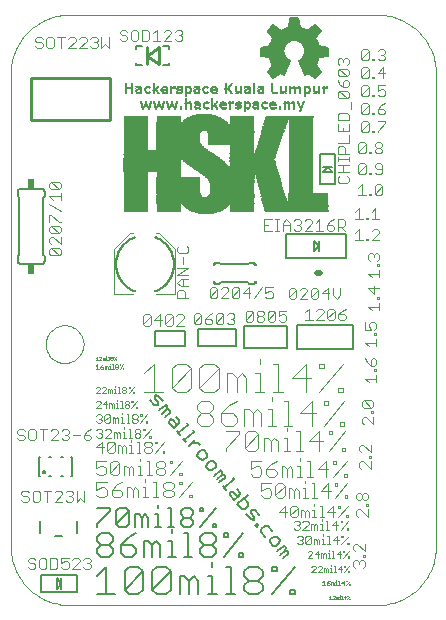
<source format=gto>
G75*
G70*
%OFA0B0*%
%FSLAX24Y24*%
%IPPOS*%
%LPD*%
%AMOC8*
5,1,8,0,0,1.08239X$1,22.5*
%
%ADD10C,0.0004*%
%ADD11C,0.0020*%
%ADD12C,0.0010*%
%ADD13C,0.0030*%
%ADD14C,0.0040*%
%ADD15C,0.0060*%
%ADD16C,0.0070*%
%ADD17C,0.0080*%
%ADD18C,0.0000*%
%ADD19R,0.0294X0.0014*%
%ADD20R,0.0504X0.0014*%
%ADD21R,0.0630X0.0014*%
%ADD22R,0.0742X0.0014*%
%ADD23R,0.0826X0.0014*%
%ADD24R,0.0826X0.0014*%
%ADD25R,0.2128X0.0014*%
%ADD26R,0.0826X0.0014*%
%ADD27R,0.0826X0.0014*%
%ADD28R,0.0910X0.0014*%
%ADD29R,0.2128X0.0014*%
%ADD30R,0.0980X0.0014*%
%ADD31R,0.1050X0.0014*%
%ADD32R,0.1106X0.0014*%
%ADD33R,0.2142X0.0014*%
%ADD34R,0.1162X0.0014*%
%ADD35R,0.1218X0.0014*%
%ADD36R,0.2142X0.0014*%
%ADD37R,0.1246X0.0014*%
%ADD38R,0.1302X0.0014*%
%ADD39R,0.2156X0.0014*%
%ADD40R,0.1330X0.0014*%
%ADD41R,0.2156X0.0014*%
%ADD42R,0.1386X0.0014*%
%ADD43R,0.1414X0.0014*%
%ADD44R,0.1442X0.0014*%
%ADD45R,0.2170X0.0014*%
%ADD46R,0.1470X0.0014*%
%ADD47R,0.2170X0.0014*%
%ADD48R,0.1498X0.0014*%
%ADD49R,0.1526X0.0014*%
%ADD50R,0.1554X0.0014*%
%ADD51R,0.2184X0.0014*%
%ADD52R,0.2408X0.0014*%
%ADD53R,0.0840X0.0014*%
%ADD54R,0.2422X0.0014*%
%ADD55R,0.0840X0.0014*%
%ADD56R,0.1330X0.0014*%
%ADD57R,0.2422X0.0014*%
%ADD58R,0.2436X0.0014*%
%ADD59R,0.3276X0.0014*%
%ADD60R,0.3276X0.0014*%
%ADD61R,0.1582X0.0014*%
%ADD62R,0.1596X0.0014*%
%ADD63R,0.1540X0.0014*%
%ADD64R,0.1568X0.0014*%
%ADD65R,0.1526X0.0014*%
%ADD66R,0.1554X0.0014*%
%ADD67R,0.1512X0.0014*%
%ADD68R,0.1512X0.0014*%
%ADD69R,0.1498X0.0014*%
%ADD70R,0.1498X0.0014*%
%ADD71R,0.1498X0.0014*%
%ADD72R,0.0812X0.0014*%
%ADD73R,0.1484X0.0014*%
%ADD74R,0.1484X0.0014*%
%ADD75R,0.0812X0.0014*%
%ADD76R,0.0812X0.0014*%
%ADD77R,0.0812X0.0014*%
%ADD78R,0.0798X0.0014*%
%ADD79R,0.0798X0.0014*%
%ADD80R,0.0798X0.0014*%
%ADD81R,0.1526X0.0014*%
%ADD82R,0.1568X0.0014*%
%ADD83R,0.1596X0.0014*%
%ADD84R,0.1624X0.0014*%
%ADD85R,0.1638X0.0014*%
%ADD86R,0.0784X0.0014*%
%ADD87R,0.1652X0.0014*%
%ADD88R,0.1666X0.0014*%
%ADD89R,0.1694X0.0014*%
%ADD90R,0.0798X0.0014*%
%ADD91R,0.1708X0.0014*%
%ADD92R,0.0784X0.0014*%
%ADD93R,0.1722X0.0014*%
%ADD94R,0.1750X0.0014*%
%ADD95R,0.1764X0.0014*%
%ADD96R,0.0784X0.0014*%
%ADD97R,0.1778X0.0014*%
%ADD98R,0.0784X0.0014*%
%ADD99R,0.1806X0.0014*%
%ADD100R,0.1820X0.0014*%
%ADD101R,0.1848X0.0014*%
%ADD102R,0.1862X0.0014*%
%ADD103R,0.2688X0.0014*%
%ADD104R,0.1904X0.0014*%
%ADD105R,0.2688X0.0014*%
%ADD106R,0.1904X0.0014*%
%ADD107R,0.2716X0.0014*%
%ADD108R,0.2730X0.0014*%
%ADD109R,0.2758X0.0014*%
%ADD110R,0.2772X0.0014*%
%ADD111R,0.2786X0.0014*%
%ADD112R,0.2800X0.0014*%
%ADD113R,0.2828X0.0014*%
%ADD114R,0.1246X0.0014*%
%ADD115R,0.1582X0.0014*%
%ADD116R,0.1568X0.0014*%
%ADD117R,0.1274X0.0014*%
%ADD118R,0.1568X0.0014*%
%ADD119R,0.1274X0.0014*%
%ADD120R,0.1288X0.0014*%
%ADD121R,0.1288X0.0014*%
%ADD122R,0.1288X0.0014*%
%ADD123R,0.1302X0.0014*%
%ADD124R,0.1540X0.0014*%
%ADD125R,0.1302X0.0014*%
%ADD126R,0.1316X0.0014*%
%ADD127R,0.1316X0.0014*%
%ADD128R,0.1316X0.0014*%
%ADD129R,0.3192X0.0014*%
%ADD130R,0.3178X0.0014*%
%ADD131R,0.3164X0.0014*%
%ADD132R,0.3136X0.0014*%
%ADD133R,0.3122X0.0014*%
%ADD134R,0.3094X0.0014*%
%ADD135R,0.3080X0.0014*%
%ADD136R,0.3066X0.0014*%
%ADD137R,0.3038X0.0014*%
%ADD138R,0.3024X0.0014*%
%ADD139R,0.2996X0.0014*%
%ADD140R,0.2982X0.0014*%
%ADD141R,0.2954X0.0014*%
%ADD142R,0.2940X0.0014*%
%ADD143R,0.0742X0.0014*%
%ADD144R,0.2912X0.0014*%
%ADD145R,0.2898X0.0014*%
%ADD146R,0.2870X0.0014*%
%ADD147R,0.2856X0.0014*%
%ADD148R,0.2828X0.0014*%
%ADD149R,0.1708X0.0014*%
%ADD150R,0.1680X0.0014*%
%ADD151R,0.0756X0.0014*%
%ADD152R,0.1652X0.0014*%
%ADD153R,0.1610X0.0014*%
%ADD154R,0.0756X0.0014*%
%ADD155R,0.0742X0.0014*%
%ADD156R,0.0756X0.0014*%
%ADD157R,0.1470X0.0014*%
%ADD158R,0.0756X0.0014*%
%ADD159R,0.1456X0.0014*%
%ADD160R,0.1456X0.0014*%
%ADD161R,0.0770X0.0014*%
%ADD162R,0.1624X0.0014*%
%ADD163R,0.0770X0.0014*%
%ADD164R,0.2436X0.0014*%
%ADD165R,0.2408X0.0014*%
%ADD166R,0.2394X0.0014*%
%ADD167R,0.2380X0.0014*%
%ADD168R,0.1456X0.0014*%
%ADD169R,0.1414X0.0014*%
%ADD170R,0.1386X0.0014*%
%ADD171R,0.1358X0.0014*%
%ADD172R,0.1274X0.0014*%
%ADD173R,0.1232X0.0014*%
%ADD174R,0.1190X0.0014*%
%ADD175R,0.1134X0.0014*%
%ADD176R,0.1078X0.0014*%
%ADD177R,0.1008X0.0014*%
%ADD178R,0.0952X0.0014*%
%ADD179R,0.0868X0.0014*%
%ADD180R,0.0672X0.0014*%
%ADD181R,0.0518X0.0014*%
%ADD182R,0.0322X0.0014*%
%ADD183R,0.0070X0.0014*%
%ADD184R,0.0070X0.0014*%
%ADD185R,0.0056X0.0014*%
%ADD186R,0.0084X0.0014*%
%ADD187R,0.0084X0.0014*%
%ADD188R,0.0098X0.0014*%
%ADD189R,0.0112X0.0014*%
%ADD190R,0.0098X0.0014*%
%ADD191R,0.0056X0.0014*%
%ADD192R,0.0084X0.0014*%
%ADD193R,0.0084X0.0014*%
%ADD194R,0.0056X0.0014*%
%ADD195R,0.0112X0.0014*%
%ADD196R,0.0154X0.0014*%
%ADD197R,0.0182X0.0014*%
%ADD198R,0.0196X0.0014*%
%ADD199R,0.0056X0.0014*%
%ADD200R,0.0154X0.0014*%
%ADD201R,0.0210X0.0014*%
%ADD202R,0.0168X0.0014*%
%ADD203R,0.0196X0.0014*%
%ADD204R,0.0224X0.0014*%
%ADD205R,0.0210X0.0014*%
%ADD206R,0.0224X0.0014*%
%ADD207R,0.0098X0.0014*%
%ADD208R,0.0112X0.0014*%
%ADD209R,0.0028X0.0014*%
%ADD210R,0.0042X0.0014*%
%ADD211R,0.0126X0.0014*%
%ADD212R,0.0042X0.0014*%
%ADD213R,0.0042X0.0014*%
%ADD214R,0.0140X0.0014*%
%ADD215R,0.0154X0.0014*%
%ADD216R,0.0168X0.0014*%
%ADD217R,0.0238X0.0014*%
%ADD218R,0.0042X0.0014*%
%ADD219R,0.0154X0.0014*%
%ADD220R,0.0238X0.0014*%
%ADD221R,0.0182X0.0014*%
%ADD222R,0.0028X0.0014*%
%ADD223R,0.0182X0.0014*%
%ADD224R,0.0014X0.0014*%
%ADD225R,0.0098X0.0014*%
%ADD226R,0.0028X0.0014*%
%ADD227R,0.0392X0.0014*%
%ADD228R,0.0224X0.0014*%
%ADD229R,0.0378X0.0014*%
%ADD230R,0.0196X0.0014*%
%ADD231R,0.0168X0.0014*%
%ADD232R,0.0140X0.0014*%
%ADD233R,0.0126X0.0014*%
%ADD234R,0.0126X0.0014*%
%ADD235R,0.0224X0.0014*%
%ADD236R,0.0112X0.0014*%
%ADD237R,0.0182X0.0014*%
%ADD238R,0.0266X0.0014*%
%ADD239R,0.0266X0.0014*%
%ADD240R,0.0392X0.0014*%
%ADD241R,0.0378X0.0014*%
%ADD242R,0.0126X0.0014*%
%ADD243R,0.0240X0.0340*%
%ADD244C,0.0050*%
%ADD245C,0.0100*%
%ADD246C,0.0200*%
%ADD247C,0.0001*%
D10*
X000302Y002170D02*
X000302Y005713D01*
X000302Y017918D01*
X000304Y018012D01*
X000311Y018105D01*
X000322Y018198D01*
X000338Y018291D01*
X000358Y018382D01*
X000382Y018473D01*
X000410Y018562D01*
X000443Y018650D01*
X000480Y018736D01*
X000521Y018820D01*
X000566Y018903D01*
X000615Y018983D01*
X000667Y019060D01*
X000723Y019135D01*
X000783Y019207D01*
X000846Y019277D01*
X000912Y019343D01*
X000982Y019406D01*
X001054Y019466D01*
X001129Y019522D01*
X001206Y019574D01*
X001286Y019623D01*
X001369Y019668D01*
X001453Y019709D01*
X001539Y019746D01*
X001627Y019779D01*
X001716Y019807D01*
X001807Y019831D01*
X001898Y019851D01*
X001991Y019867D01*
X002084Y019878D01*
X002177Y019885D01*
X002271Y019887D01*
X007389Y019887D01*
X012507Y019887D01*
X012601Y019885D01*
X012694Y019878D01*
X012787Y019867D01*
X012880Y019851D01*
X012971Y019831D01*
X013062Y019807D01*
X013151Y019779D01*
X013239Y019746D01*
X013325Y019709D01*
X013409Y019668D01*
X013491Y019623D01*
X013572Y019574D01*
X013649Y019522D01*
X013724Y019466D01*
X013796Y019406D01*
X013866Y019343D01*
X013932Y019277D01*
X013995Y019207D01*
X014055Y019135D01*
X014111Y019060D01*
X014163Y018983D01*
X014212Y018902D01*
X014257Y018820D01*
X014298Y018736D01*
X014335Y018650D01*
X014368Y018562D01*
X014396Y018473D01*
X014420Y018382D01*
X014440Y018291D01*
X014456Y018198D01*
X014467Y018105D01*
X014474Y018012D01*
X014476Y017918D01*
X014476Y005713D01*
X014476Y002170D01*
X014474Y002076D01*
X014467Y001983D01*
X014456Y001890D01*
X014440Y001797D01*
X014420Y001706D01*
X014396Y001615D01*
X014368Y001526D01*
X014335Y001438D01*
X014298Y001352D01*
X014257Y001268D01*
X014212Y001186D01*
X014163Y001105D01*
X014111Y001028D01*
X014055Y000953D01*
X013995Y000881D01*
X013932Y000811D01*
X013866Y000745D01*
X013796Y000682D01*
X013724Y000622D01*
X013649Y000566D01*
X013572Y000514D01*
X013492Y000465D01*
X013409Y000420D01*
X013325Y000379D01*
X013239Y000342D01*
X013151Y000309D01*
X013062Y000281D01*
X012971Y000257D01*
X012880Y000237D01*
X012787Y000221D01*
X012694Y000210D01*
X012601Y000203D01*
X012507Y000201D01*
X012507Y000202D02*
X007389Y000202D01*
X002271Y000202D01*
X002271Y000201D02*
X002177Y000203D01*
X002084Y000210D01*
X001991Y000221D01*
X001898Y000237D01*
X001807Y000257D01*
X001716Y000281D01*
X001627Y000309D01*
X001539Y000342D01*
X001453Y000379D01*
X001369Y000420D01*
X001286Y000465D01*
X001206Y000514D01*
X001129Y000566D01*
X001054Y000622D01*
X000982Y000682D01*
X000912Y000745D01*
X000846Y000811D01*
X000783Y000881D01*
X000723Y000953D01*
X000667Y001028D01*
X000615Y001105D01*
X000566Y001186D01*
X000521Y001268D01*
X000480Y001352D01*
X000443Y001438D01*
X000410Y001526D01*
X000382Y001615D01*
X000358Y001706D01*
X000338Y001797D01*
X000322Y001890D01*
X000311Y001983D01*
X000304Y002076D01*
X000302Y002170D01*
D11*
X003196Y006280D02*
X003149Y006327D01*
X003196Y006280D02*
X003289Y006280D01*
X003336Y006327D01*
X003336Y006374D01*
X003289Y006421D01*
X003242Y006421D01*
X003289Y006421D02*
X003336Y006467D01*
X003336Y006514D01*
X003289Y006561D01*
X003196Y006561D01*
X003149Y006514D01*
X003149Y006780D02*
X003296Y006927D01*
X003296Y006964D01*
X003259Y007001D01*
X003186Y007001D01*
X003149Y006964D01*
X003149Y006780D02*
X003296Y006780D01*
X003370Y006891D02*
X003517Y006891D01*
X003591Y006927D02*
X003628Y006927D01*
X003664Y006891D01*
X003701Y006927D01*
X003738Y006891D01*
X003738Y006780D01*
X003664Y006780D02*
X003664Y006891D01*
X003591Y006927D02*
X003591Y006780D01*
X003480Y006780D02*
X003480Y007001D01*
X003370Y006891D01*
X003472Y006561D02*
X003565Y006561D01*
X003612Y006514D01*
X003425Y006327D01*
X003472Y006280D01*
X003565Y006280D01*
X003612Y006327D01*
X003612Y006514D01*
X003701Y006467D02*
X003701Y006280D01*
X003795Y006280D02*
X003795Y006421D01*
X003842Y006467D01*
X003888Y006421D01*
X003888Y006280D01*
X003978Y006280D02*
X004071Y006280D01*
X004024Y006280D02*
X004024Y006467D01*
X003978Y006467D01*
X004024Y006561D02*
X004024Y006607D01*
X004162Y006561D02*
X004208Y006561D01*
X004208Y006280D01*
X004162Y006280D02*
X004255Y006280D01*
X004346Y006327D02*
X004346Y006374D01*
X004393Y006421D01*
X004486Y006421D01*
X004533Y006374D01*
X004533Y006327D01*
X004486Y006280D01*
X004393Y006280D01*
X004346Y006327D01*
X004393Y006421D02*
X004346Y006467D01*
X004346Y006514D01*
X004393Y006561D01*
X004486Y006561D01*
X004533Y006514D01*
X004533Y006467D01*
X004486Y006421D01*
X004622Y006514D02*
X004622Y006561D01*
X004669Y006561D01*
X004669Y006514D01*
X004622Y006514D01*
X004622Y006280D02*
X004856Y006561D01*
X004856Y006327D02*
X004809Y006327D01*
X004809Y006280D01*
X004856Y006280D01*
X004856Y006327D01*
X004511Y006780D02*
X004474Y006780D01*
X004474Y006817D01*
X004511Y006817D01*
X004511Y006780D01*
X004328Y006780D02*
X004511Y007001D01*
X004364Y007001D02*
X004364Y006964D01*
X004328Y006964D01*
X004328Y007001D01*
X004364Y007001D01*
X004253Y006964D02*
X004253Y006927D01*
X004217Y006891D01*
X004143Y006891D01*
X004107Y006927D01*
X004107Y006964D01*
X004143Y007001D01*
X004217Y007001D01*
X004253Y006964D01*
X004217Y006891D02*
X004253Y006854D01*
X004253Y006817D01*
X004217Y006780D01*
X004143Y006780D01*
X004107Y006817D01*
X004107Y006854D01*
X004143Y006891D01*
X004033Y006780D02*
X003959Y006780D01*
X003996Y006780D02*
X003996Y007001D01*
X003959Y007001D01*
X003849Y007001D02*
X003849Y007037D01*
X003849Y006927D02*
X003849Y006780D01*
X003885Y006780D02*
X003812Y006780D01*
X003812Y006927D02*
X003849Y006927D01*
X003823Y007280D02*
X003757Y007280D01*
X003790Y007280D02*
X003790Y007414D01*
X003757Y007414D01*
X003790Y007481D02*
X003790Y007514D01*
X003892Y007481D02*
X003925Y007481D01*
X003925Y007280D01*
X003892Y007280D02*
X003958Y007280D01*
X004027Y007314D02*
X004027Y007347D01*
X004060Y007381D01*
X004127Y007381D01*
X004160Y007347D01*
X004160Y007314D01*
X004127Y007280D01*
X004060Y007280D01*
X004027Y007314D01*
X004060Y007381D02*
X004027Y007414D01*
X004027Y007447D01*
X004060Y007481D01*
X004127Y007481D01*
X004160Y007447D01*
X004160Y007414D01*
X004127Y007381D01*
X004229Y007447D02*
X004229Y007481D01*
X004263Y007481D01*
X004263Y007447D01*
X004229Y007447D01*
X004229Y007280D02*
X004396Y007481D01*
X004396Y007314D02*
X004363Y007314D01*
X004363Y007280D01*
X004396Y007280D01*
X004396Y007314D01*
X003688Y007280D02*
X003688Y007381D01*
X003654Y007414D01*
X003621Y007381D01*
X003621Y007280D01*
X003554Y007280D02*
X003554Y007414D01*
X003587Y007414D01*
X003621Y007381D01*
X003485Y007414D02*
X003485Y007447D01*
X003452Y007481D01*
X003385Y007481D01*
X003352Y007447D01*
X003282Y007447D02*
X003249Y007481D01*
X003182Y007481D01*
X003149Y007447D01*
X003282Y007447D02*
X003282Y007414D01*
X003149Y007280D01*
X003282Y007280D01*
X003352Y007280D02*
X003485Y007414D01*
X003485Y007280D02*
X003352Y007280D01*
X003472Y006561D02*
X003425Y006514D01*
X003425Y006327D01*
X003701Y006467D02*
X003748Y006467D01*
X003795Y006421D01*
X008297Y005011D02*
X008297Y004741D01*
X008477Y004831D01*
X008568Y004831D01*
X008658Y004741D01*
X008658Y004561D01*
X008568Y004470D01*
X008387Y004470D01*
X008297Y004561D01*
X008297Y005011D02*
X008658Y005011D01*
X008813Y004741D02*
X009083Y004741D01*
X009173Y004651D01*
X009173Y004561D01*
X009083Y004470D01*
X008903Y004470D01*
X008813Y004561D01*
X008813Y004741D01*
X008993Y004921D01*
X009173Y005011D01*
X009329Y004831D02*
X009419Y004831D01*
X009509Y004741D01*
X009599Y004831D01*
X009689Y004741D01*
X009689Y004470D01*
X009844Y004470D02*
X010024Y004470D01*
X009934Y004470D02*
X009934Y004831D01*
X009844Y004831D01*
X009934Y005011D02*
X009934Y005101D01*
X010188Y005011D02*
X010278Y005011D01*
X010278Y004470D01*
X010188Y004470D02*
X010368Y004470D01*
X010344Y004261D02*
X010424Y004261D01*
X010424Y003780D01*
X010344Y003780D02*
X010505Y003780D01*
X010423Y003574D02*
X010423Y003511D01*
X010423Y003384D02*
X010423Y003130D01*
X010360Y003130D02*
X010487Y003130D01*
X010605Y003130D02*
X010732Y003130D01*
X010669Y003130D02*
X010669Y003511D01*
X010605Y003511D01*
X010423Y003384D02*
X010360Y003384D01*
X010245Y003321D02*
X010245Y003130D01*
X010118Y003130D02*
X010118Y003321D01*
X010182Y003384D01*
X010245Y003321D01*
X010118Y003321D02*
X010055Y003384D01*
X009992Y003384D01*
X009992Y003130D01*
X009877Y003194D02*
X009813Y003130D01*
X009687Y003130D01*
X009623Y003194D01*
X009877Y003447D01*
X009877Y003194D01*
X009877Y003447D02*
X009813Y003511D01*
X009687Y003511D01*
X009623Y003447D01*
X009623Y003194D01*
X009509Y003321D02*
X009255Y003321D01*
X009445Y003511D01*
X009445Y003130D01*
X009357Y003780D02*
X009197Y003780D01*
X009117Y003861D01*
X009437Y004181D01*
X009437Y003861D01*
X009357Y003780D01*
X009577Y003780D02*
X009577Y004101D01*
X009657Y004101D01*
X009737Y004021D01*
X009817Y004101D01*
X009897Y004021D01*
X009897Y003780D01*
X010038Y003780D02*
X010198Y003780D01*
X010118Y003780D02*
X010118Y004101D01*
X010038Y004101D01*
X010118Y004261D02*
X010118Y004341D01*
X009737Y004021D02*
X009737Y003780D01*
X009437Y004181D02*
X009357Y004261D01*
X009197Y004261D01*
X009117Y004181D01*
X009117Y003861D01*
X008977Y003861D02*
X008897Y003780D01*
X008736Y003780D01*
X008656Y003861D01*
X008656Y004021D02*
X008817Y004101D01*
X008897Y004101D01*
X008977Y004021D01*
X008977Y003861D01*
X008656Y004021D02*
X008656Y004261D01*
X008977Y004261D01*
X009329Y004470D02*
X009329Y004831D01*
X009509Y004741D02*
X009509Y004470D01*
X010532Y004741D02*
X010892Y004741D01*
X011047Y004921D02*
X011047Y005011D01*
X011137Y005011D01*
X011137Y004921D01*
X011047Y004921D01*
X010802Y005011D02*
X010532Y004741D01*
X010802Y005011D02*
X010802Y004470D01*
X010891Y004261D02*
X010651Y004021D01*
X010972Y004021D01*
X011112Y004181D02*
X011112Y004261D01*
X011192Y004261D01*
X011192Y004181D01*
X011112Y004181D01*
X010891Y004261D02*
X010891Y003780D01*
X011041Y003511D02*
X010851Y003321D01*
X011104Y003321D01*
X011219Y003447D02*
X011219Y003511D01*
X011283Y003511D01*
X011283Y003447D01*
X011219Y003447D01*
X011041Y003511D02*
X011041Y003130D01*
X011219Y003130D02*
X011536Y003511D01*
X011512Y003780D02*
X011432Y003780D01*
X011432Y003861D01*
X011512Y003861D01*
X011512Y003780D01*
X011112Y003780D02*
X011512Y004261D01*
X011498Y004470D02*
X011408Y004470D01*
X011408Y004561D01*
X011498Y004561D01*
X011498Y004470D01*
X011047Y004470D02*
X011498Y005011D01*
X011921Y004934D02*
X011921Y004807D01*
X011985Y004744D01*
X011921Y004934D02*
X011985Y004997D01*
X012048Y004997D01*
X012302Y004744D01*
X012302Y004997D01*
X012302Y005112D02*
X012238Y005112D01*
X012238Y005176D01*
X012302Y005176D01*
X012302Y005112D01*
X012302Y005296D02*
X012048Y005550D01*
X011985Y005550D01*
X011921Y005486D01*
X011921Y005360D01*
X011985Y005296D01*
X012302Y005296D02*
X012302Y005550D01*
X012388Y006225D02*
X012135Y006479D01*
X012071Y006479D01*
X012008Y006415D01*
X012008Y006288D01*
X012071Y006225D01*
X012388Y006225D02*
X012388Y006479D01*
X012388Y006593D02*
X012388Y006657D01*
X012325Y006657D01*
X012325Y006593D01*
X012388Y006593D01*
X012325Y006777D02*
X012071Y007031D01*
X012325Y007031D01*
X012388Y006968D01*
X012388Y006841D01*
X012325Y006777D01*
X012071Y006777D01*
X012008Y006841D01*
X012008Y006968D01*
X012071Y007031D01*
X012235Y007625D02*
X012108Y007752D01*
X012488Y007752D01*
X012488Y007625D02*
X012488Y007879D01*
X012488Y007993D02*
X012488Y008057D01*
X012425Y008057D01*
X012425Y007993D01*
X012488Y007993D01*
X012425Y008177D02*
X012298Y008177D01*
X012298Y008368D01*
X012362Y008431D01*
X012425Y008431D01*
X012488Y008368D01*
X012488Y008241D01*
X012425Y008177D01*
X012298Y008177D02*
X012171Y008304D01*
X012108Y008431D01*
X012235Y008825D02*
X012108Y008952D01*
X012488Y008952D01*
X012488Y008825D02*
X012488Y009079D01*
X012488Y009193D02*
X012488Y009257D01*
X012425Y009257D01*
X012425Y009193D01*
X012488Y009193D01*
X012425Y009377D02*
X012488Y009441D01*
X012488Y009568D01*
X012425Y009631D01*
X012298Y009631D01*
X012235Y009568D01*
X012235Y009504D01*
X012298Y009377D01*
X012108Y009377D01*
X012108Y009631D01*
X012335Y010025D02*
X012208Y010152D01*
X012588Y010152D01*
X012588Y010025D02*
X012588Y010279D01*
X012588Y010393D02*
X012588Y010457D01*
X012525Y010457D01*
X012525Y010393D01*
X012588Y010393D01*
X012398Y010577D02*
X012398Y010831D01*
X012208Y010768D02*
X012398Y010577D01*
X012588Y010768D02*
X012208Y010768D01*
X012335Y011125D02*
X012208Y011252D01*
X012588Y011252D01*
X012588Y011125D02*
X012588Y011379D01*
X012588Y011493D02*
X012525Y011493D01*
X012525Y011557D01*
X012588Y011557D01*
X012588Y011493D01*
X012525Y011677D02*
X012588Y011741D01*
X012588Y011868D01*
X012525Y011931D01*
X012462Y011931D01*
X012398Y011868D01*
X012398Y011804D01*
X012398Y011868D02*
X012335Y011931D01*
X012271Y011931D01*
X012208Y011868D01*
X012208Y011741D01*
X012271Y011677D01*
X012212Y012357D02*
X012149Y012357D01*
X012149Y012421D01*
X012212Y012421D01*
X012212Y012357D01*
X012333Y012357D02*
X012587Y012611D01*
X012587Y012674D01*
X012523Y012738D01*
X012396Y012738D01*
X012333Y012674D01*
X012333Y013057D02*
X012587Y013057D01*
X012460Y013057D02*
X012460Y013438D01*
X012333Y013311D01*
X012212Y013121D02*
X012212Y013057D01*
X012149Y013057D01*
X012149Y013121D01*
X012212Y013121D01*
X012034Y013057D02*
X011781Y013057D01*
X011907Y013057D02*
X011907Y013438D01*
X011781Y013311D01*
X011881Y013857D02*
X012134Y013857D01*
X012249Y013857D02*
X012312Y013857D01*
X012312Y013921D01*
X012249Y013921D01*
X012249Y013857D01*
X012007Y013857D02*
X012007Y014238D01*
X011881Y014111D01*
X011944Y014557D02*
X011881Y014621D01*
X012134Y014874D01*
X012134Y014621D01*
X012071Y014557D01*
X011944Y014557D01*
X011881Y014621D02*
X011881Y014874D01*
X011944Y014938D01*
X012071Y014938D01*
X012134Y014874D01*
X012249Y014621D02*
X012312Y014621D01*
X012312Y014557D01*
X012249Y014557D01*
X012249Y014621D01*
X012433Y014621D02*
X012496Y014557D01*
X012623Y014557D01*
X012687Y014621D01*
X012687Y014874D01*
X012623Y014938D01*
X012496Y014938D01*
X012433Y014874D01*
X012433Y014811D01*
X012496Y014747D01*
X012687Y014747D01*
X012623Y015257D02*
X012496Y015257D01*
X012433Y015321D01*
X012433Y015384D01*
X012496Y015447D01*
X012623Y015447D01*
X012687Y015384D01*
X012687Y015321D01*
X012623Y015257D01*
X012623Y015447D02*
X012687Y015511D01*
X012687Y015574D01*
X012623Y015638D01*
X012496Y015638D01*
X012433Y015574D01*
X012433Y015511D01*
X012496Y015447D01*
X012312Y015321D02*
X012312Y015257D01*
X012249Y015257D01*
X012249Y015321D01*
X012312Y015321D01*
X012134Y015321D02*
X012134Y015574D01*
X011881Y015321D01*
X011944Y015257D01*
X012071Y015257D01*
X012134Y015321D01*
X012134Y015574D02*
X012071Y015638D01*
X011944Y015638D01*
X011881Y015574D01*
X011881Y015321D01*
X012044Y015957D02*
X011981Y016021D01*
X012234Y016274D01*
X012234Y016021D01*
X012171Y015957D01*
X012044Y015957D01*
X011981Y016021D02*
X011981Y016274D01*
X012044Y016338D01*
X012171Y016338D01*
X012234Y016274D01*
X012349Y016021D02*
X012412Y016021D01*
X012412Y015957D01*
X012349Y015957D01*
X012349Y016021D01*
X012533Y016021D02*
X012533Y015957D01*
X012533Y016021D02*
X012787Y016274D01*
X012787Y016338D01*
X012533Y016338D01*
X012596Y016557D02*
X012533Y016621D01*
X012533Y016747D01*
X012723Y016747D01*
X012787Y016684D01*
X012787Y016621D01*
X012723Y016557D01*
X012596Y016557D01*
X012412Y016557D02*
X012349Y016557D01*
X012349Y016621D01*
X012412Y016621D01*
X012412Y016557D01*
X012533Y016747D02*
X012660Y016874D01*
X012787Y016938D01*
X012723Y017157D02*
X012596Y017157D01*
X012533Y017221D01*
X012412Y017221D02*
X012412Y017157D01*
X012349Y017157D01*
X012349Y017221D01*
X012412Y017221D01*
X012533Y017347D02*
X012660Y017411D01*
X012723Y017411D01*
X012787Y017347D01*
X012787Y017221D01*
X012723Y017157D01*
X012533Y017347D02*
X012533Y017538D01*
X012787Y017538D01*
X012723Y017757D02*
X012723Y018138D01*
X012533Y017947D01*
X012787Y017947D01*
X012412Y017821D02*
X012412Y017757D01*
X012349Y017757D01*
X012349Y017821D01*
X012412Y017821D01*
X012234Y017821D02*
X012171Y017757D01*
X012044Y017757D01*
X011981Y017821D01*
X012234Y018074D01*
X012234Y017821D01*
X012234Y018074D02*
X012171Y018138D01*
X012044Y018138D01*
X011981Y018074D01*
X011981Y017821D01*
X012044Y017538D02*
X012171Y017538D01*
X012234Y017474D01*
X011981Y017221D01*
X012044Y017157D01*
X012171Y017157D01*
X012234Y017221D01*
X012234Y017474D01*
X012044Y017538D02*
X011981Y017474D01*
X011981Y017221D01*
X012044Y016938D02*
X012171Y016938D01*
X012234Y016874D01*
X011981Y016621D01*
X012044Y016557D01*
X012171Y016557D01*
X012234Y016621D01*
X012234Y016874D01*
X012044Y016938D02*
X011981Y016874D01*
X011981Y016621D01*
X012044Y018357D02*
X011981Y018421D01*
X012234Y018674D01*
X012234Y018421D01*
X012171Y018357D01*
X012044Y018357D01*
X011981Y018421D02*
X011981Y018674D01*
X012044Y018738D01*
X012171Y018738D01*
X012234Y018674D01*
X012349Y018421D02*
X012412Y018421D01*
X012412Y018357D01*
X012349Y018357D01*
X012349Y018421D01*
X012533Y018421D02*
X012596Y018357D01*
X012723Y018357D01*
X012787Y018421D01*
X012787Y018484D01*
X012723Y018547D01*
X012660Y018547D01*
X012723Y018547D02*
X012787Y018611D01*
X012787Y018674D01*
X012723Y018738D01*
X012596Y018738D01*
X012533Y018674D01*
X012496Y014238D02*
X012623Y014238D01*
X012687Y014174D01*
X012687Y013921D01*
X012623Y013857D01*
X012496Y013857D01*
X012433Y013921D01*
X012687Y014174D01*
X012496Y014238D02*
X012433Y014174D01*
X012433Y013921D01*
X011907Y012738D02*
X011907Y012357D01*
X011781Y012357D02*
X012034Y012357D01*
X012333Y012357D02*
X012587Y012357D01*
X011907Y012738D02*
X011781Y012611D01*
X011885Y003950D02*
X011948Y003950D01*
X012012Y003886D01*
X012012Y003760D01*
X011948Y003696D01*
X011885Y003696D01*
X011821Y003760D01*
X011821Y003886D01*
X011885Y003950D01*
X012012Y003886D02*
X012075Y003950D01*
X012138Y003950D01*
X012202Y003886D01*
X012202Y003760D01*
X012138Y003696D01*
X012075Y003696D01*
X012012Y003760D01*
X012138Y003576D02*
X012202Y003576D01*
X012202Y003512D01*
X012138Y003512D01*
X012138Y003576D01*
X012202Y003397D02*
X012202Y003144D01*
X011948Y003397D01*
X011885Y003397D01*
X011821Y003334D01*
X011821Y003207D01*
X011885Y003144D01*
X011536Y003130D02*
X011473Y003130D01*
X011473Y003194D01*
X011536Y003194D01*
X011536Y003130D01*
X011785Y002250D02*
X011721Y002186D01*
X011721Y002060D01*
X011785Y001996D01*
X011785Y001697D02*
X011848Y001697D01*
X011912Y001634D01*
X011975Y001697D01*
X012038Y001697D01*
X012102Y001634D01*
X012102Y001507D01*
X012038Y001444D01*
X011912Y001571D02*
X011912Y001634D01*
X011785Y001697D02*
X011721Y001634D01*
X011721Y001507D01*
X011785Y001444D01*
X012038Y001812D02*
X012038Y001876D01*
X012102Y001876D01*
X012102Y001812D01*
X012038Y001812D01*
X012102Y001996D02*
X011848Y002250D01*
X011785Y002250D01*
X012102Y002250D02*
X012102Y001996D01*
D12*
X011578Y002016D02*
X011386Y001785D01*
X011280Y001785D02*
X011280Y002016D01*
X011165Y001901D01*
X011319Y001901D01*
X011386Y001977D02*
X011386Y002016D01*
X011424Y002016D01*
X011424Y001977D01*
X011386Y001977D01*
X011540Y001824D02*
X011540Y001785D01*
X011578Y001785D01*
X011578Y001824D01*
X011540Y001824D01*
X011583Y001516D02*
X011408Y001305D01*
X011310Y001305D02*
X011310Y001516D01*
X011205Y001411D01*
X011345Y001411D01*
X011408Y001481D02*
X011408Y001516D01*
X011443Y001516D01*
X011443Y001481D01*
X011408Y001481D01*
X011548Y001340D02*
X011583Y001340D01*
X011583Y001305D01*
X011548Y001305D01*
X011548Y001340D01*
X011597Y001016D02*
X011472Y000865D01*
X011400Y000865D02*
X011400Y001016D01*
X011325Y000941D01*
X011425Y000941D01*
X011472Y000991D02*
X011472Y001016D01*
X011497Y001016D01*
X011497Y000991D01*
X011472Y000991D01*
X011572Y000890D02*
X011597Y000890D01*
X011597Y000865D01*
X011572Y000865D01*
X011572Y000890D01*
X011277Y000865D02*
X011227Y000865D01*
X011252Y000865D02*
X011252Y001016D01*
X011227Y001016D01*
X011153Y001016D02*
X011153Y001041D01*
X011153Y000966D02*
X011153Y000865D01*
X011128Y000865D02*
X011178Y000865D01*
X011081Y000865D02*
X011081Y000941D01*
X011056Y000966D01*
X011031Y000941D01*
X011031Y000865D01*
X010981Y000865D02*
X010981Y000966D01*
X011006Y000966D01*
X011031Y000941D01*
X011128Y000966D02*
X011153Y000966D01*
X010934Y001016D02*
X010884Y000991D01*
X010834Y000941D01*
X010909Y000941D01*
X010934Y000916D01*
X010934Y000890D01*
X010909Y000865D01*
X010859Y000865D01*
X010834Y000890D01*
X010834Y000941D01*
X010786Y000865D02*
X010686Y000865D01*
X010736Y000865D02*
X010736Y001016D01*
X010686Y000966D01*
X010670Y001305D02*
X010530Y001305D01*
X010670Y001446D01*
X010670Y001481D01*
X010635Y001516D01*
X010565Y001516D01*
X010530Y001481D01*
X010467Y001481D02*
X010432Y001516D01*
X010362Y001516D01*
X010327Y001481D01*
X010467Y001481D02*
X010467Y001446D01*
X010327Y001305D01*
X010467Y001305D01*
X010732Y001305D02*
X010732Y001446D01*
X010767Y001446D01*
X010802Y001411D01*
X010837Y001446D01*
X010873Y001411D01*
X010873Y001305D01*
X010935Y001305D02*
X011005Y001305D01*
X010970Y001305D02*
X010970Y001446D01*
X010935Y001446D01*
X010970Y001516D02*
X010970Y001551D01*
X011070Y001516D02*
X011105Y001516D01*
X011105Y001305D01*
X011070Y001305D02*
X011140Y001305D01*
X010802Y001305D02*
X010802Y001411D01*
X010803Y001785D02*
X010803Y001901D01*
X010765Y001939D01*
X010726Y001901D01*
X010726Y001785D01*
X010650Y001785D02*
X010650Y001939D01*
X010688Y001939D01*
X010726Y001901D01*
X010582Y001901D02*
X010429Y001901D01*
X010544Y002016D01*
X010544Y001785D01*
X010361Y001785D02*
X010208Y001785D01*
X010361Y001939D01*
X010361Y001977D01*
X010323Y002016D01*
X010246Y002016D01*
X010208Y001977D01*
X010173Y002225D02*
X010125Y002274D01*
X010318Y002467D01*
X010318Y002274D01*
X010270Y002225D01*
X010173Y002225D01*
X010125Y002274D02*
X010125Y002467D01*
X010173Y002516D01*
X010270Y002516D01*
X010318Y002467D01*
X010401Y002419D02*
X010401Y002225D01*
X010498Y002225D02*
X010498Y002371D01*
X010546Y002419D01*
X010594Y002371D01*
X010594Y002225D01*
X010677Y002225D02*
X010774Y002225D01*
X010725Y002225D02*
X010725Y002419D01*
X010677Y002419D01*
X010725Y002516D02*
X010725Y002564D01*
X010716Y002705D02*
X010613Y002705D01*
X010664Y002705D02*
X010664Y002912D01*
X010613Y002912D01*
X010525Y002861D02*
X010525Y002705D01*
X010421Y002705D02*
X010421Y002861D01*
X010473Y002912D01*
X010525Y002861D01*
X010421Y002861D02*
X010370Y002912D01*
X010318Y002912D01*
X010318Y002705D01*
X010230Y002705D02*
X010023Y002705D01*
X010230Y002912D01*
X010230Y002964D01*
X010179Y003016D01*
X010075Y003016D01*
X010023Y002964D01*
X009936Y002964D02*
X009936Y002912D01*
X009884Y002861D01*
X009936Y002809D01*
X009936Y002757D01*
X009884Y002705D01*
X009780Y002705D01*
X009729Y002757D01*
X009832Y002861D02*
X009884Y002861D01*
X009936Y002964D02*
X009884Y003016D01*
X009780Y003016D01*
X009729Y002964D01*
X009897Y002516D02*
X009994Y002516D01*
X010042Y002467D01*
X010042Y002419D01*
X009994Y002371D01*
X010042Y002322D01*
X010042Y002274D01*
X009994Y002225D01*
X009897Y002225D01*
X009848Y002274D01*
X009945Y002371D02*
X009994Y002371D01*
X009848Y002467D02*
X009897Y002516D01*
X010401Y002419D02*
X010449Y002419D01*
X010498Y002371D01*
X010861Y002516D02*
X010910Y002516D01*
X010910Y002225D01*
X010958Y002225D02*
X010861Y002225D01*
X010909Y002054D02*
X010909Y002016D01*
X010909Y001939D02*
X010909Y001785D01*
X010871Y001785D02*
X010947Y001785D01*
X011018Y001785D02*
X011095Y001785D01*
X011056Y001785D02*
X011056Y002016D01*
X011018Y002016D01*
X010909Y001939D02*
X010871Y001939D01*
X011191Y002225D02*
X011191Y002516D01*
X011045Y002371D01*
X011239Y002371D01*
X011322Y002467D02*
X011322Y002516D01*
X011370Y002516D01*
X011370Y002467D01*
X011322Y002467D01*
X011300Y002705D02*
X011559Y003016D01*
X011352Y003016D02*
X011352Y002964D01*
X011300Y002964D01*
X011300Y003016D01*
X011352Y003016D01*
X011161Y003016D02*
X011006Y002861D01*
X011212Y002861D01*
X011161Y003016D02*
X011161Y002705D01*
X010912Y002705D02*
X010809Y002705D01*
X010861Y002705D02*
X010861Y003016D01*
X010809Y003016D01*
X010664Y003016D02*
X010664Y003067D01*
X011563Y002516D02*
X011322Y002225D01*
X011515Y002225D02*
X011563Y002225D01*
X011563Y002274D01*
X011515Y002274D01*
X011515Y002225D01*
X011507Y002705D02*
X011559Y002705D01*
X011559Y002757D01*
X011507Y002757D01*
X011507Y002705D01*
X008360Y010896D02*
X008360Y010946D01*
X008361Y010945D02*
X008376Y010948D01*
X008390Y010953D01*
X008403Y010962D01*
X008414Y010973D01*
X008423Y010986D01*
X008428Y011000D01*
X008431Y011015D01*
X008480Y011016D01*
X008481Y011015D01*
X008478Y010994D01*
X008472Y010975D01*
X008463Y010956D01*
X008451Y010939D01*
X008437Y010925D01*
X008420Y010913D01*
X008401Y010904D01*
X008382Y010898D01*
X008361Y010895D01*
X008361Y010904D01*
X008380Y010907D01*
X008398Y010912D01*
X008415Y010920D01*
X008431Y010931D01*
X008445Y010945D01*
X008456Y010961D01*
X008464Y010978D01*
X008469Y010996D01*
X008472Y011015D01*
X008463Y011015D01*
X008460Y010995D01*
X008454Y010977D01*
X008444Y010960D01*
X008432Y010944D01*
X008416Y010932D01*
X008399Y010922D01*
X008381Y010916D01*
X008361Y010913D01*
X008361Y010922D01*
X008379Y010925D01*
X008396Y010930D01*
X008411Y010939D01*
X008425Y010951D01*
X008437Y010965D01*
X008446Y010980D01*
X008451Y010997D01*
X008454Y011015D01*
X008445Y011015D01*
X008442Y010997D01*
X008435Y010979D01*
X008425Y010964D01*
X008412Y010951D01*
X008397Y010941D01*
X008379Y010934D01*
X008361Y010931D01*
X008361Y010940D01*
X008377Y010943D01*
X008393Y010949D01*
X008406Y010958D01*
X008418Y010970D01*
X008427Y010983D01*
X008433Y010999D01*
X008436Y011015D01*
X008480Y011524D02*
X008430Y011524D01*
X008431Y011525D02*
X008428Y011540D01*
X008423Y011554D01*
X008414Y011567D01*
X008403Y011578D01*
X008390Y011587D01*
X008376Y011592D01*
X008361Y011595D01*
X008360Y011644D01*
X008361Y011645D01*
X008382Y011642D01*
X008401Y011636D01*
X008420Y011627D01*
X008437Y011615D01*
X008451Y011601D01*
X008463Y011584D01*
X008472Y011565D01*
X008478Y011546D01*
X008481Y011525D01*
X008472Y011525D01*
X008469Y011544D01*
X008464Y011562D01*
X008456Y011579D01*
X008445Y011595D01*
X008431Y011609D01*
X008415Y011620D01*
X008398Y011628D01*
X008380Y011633D01*
X008361Y011636D01*
X008361Y011627D01*
X008381Y011624D01*
X008399Y011618D01*
X008416Y011608D01*
X008432Y011596D01*
X008444Y011580D01*
X008454Y011563D01*
X008460Y011545D01*
X008463Y011525D01*
X008454Y011525D01*
X008451Y011543D01*
X008446Y011560D01*
X008437Y011575D01*
X008425Y011589D01*
X008411Y011601D01*
X008396Y011610D01*
X008379Y011615D01*
X008361Y011618D01*
X008361Y011609D01*
X008379Y011606D01*
X008397Y011599D01*
X008412Y011589D01*
X008425Y011576D01*
X008435Y011561D01*
X008442Y011543D01*
X008445Y011525D01*
X008436Y011525D01*
X008433Y011541D01*
X008427Y011557D01*
X008418Y011570D01*
X008406Y011582D01*
X008393Y011591D01*
X008377Y011597D01*
X008361Y011600D01*
X007152Y011644D02*
X007152Y011594D01*
X007151Y011595D02*
X007136Y011592D01*
X007122Y011587D01*
X007109Y011578D01*
X007098Y011567D01*
X007089Y011554D01*
X007084Y011540D01*
X007081Y011525D01*
X007032Y011524D01*
X007031Y011525D01*
X007034Y011546D01*
X007040Y011565D01*
X007049Y011584D01*
X007061Y011601D01*
X007075Y011615D01*
X007092Y011627D01*
X007111Y011636D01*
X007130Y011642D01*
X007151Y011645D01*
X007151Y011636D01*
X007132Y011633D01*
X007114Y011628D01*
X007097Y011620D01*
X007081Y011609D01*
X007067Y011595D01*
X007056Y011579D01*
X007048Y011562D01*
X007043Y011544D01*
X007040Y011525D01*
X007049Y011525D01*
X007052Y011545D01*
X007058Y011563D01*
X007068Y011580D01*
X007080Y011596D01*
X007096Y011608D01*
X007113Y011618D01*
X007131Y011624D01*
X007151Y011627D01*
X007151Y011618D01*
X007133Y011615D01*
X007116Y011610D01*
X007101Y011601D01*
X007087Y011589D01*
X007075Y011575D01*
X007066Y011560D01*
X007061Y011543D01*
X007058Y011525D01*
X007067Y011525D01*
X007070Y011543D01*
X007077Y011561D01*
X007087Y011576D01*
X007100Y011589D01*
X007115Y011599D01*
X007133Y011606D01*
X007151Y011609D01*
X007151Y011600D01*
X007135Y011597D01*
X007119Y011591D01*
X007106Y011582D01*
X007094Y011570D01*
X007085Y011557D01*
X007079Y011541D01*
X007076Y011525D01*
X007032Y011016D02*
X007082Y011016D01*
X007081Y011015D02*
X007084Y011000D01*
X007089Y010986D01*
X007098Y010973D01*
X007109Y010962D01*
X007122Y010953D01*
X007136Y010948D01*
X007151Y010945D01*
X007152Y010896D01*
X007151Y010895D01*
X007130Y010898D01*
X007111Y010904D01*
X007092Y010913D01*
X007075Y010925D01*
X007061Y010939D01*
X007049Y010956D01*
X007040Y010975D01*
X007034Y010994D01*
X007031Y011015D01*
X007040Y011015D01*
X007043Y010996D01*
X007048Y010978D01*
X007056Y010961D01*
X007067Y010945D01*
X007081Y010931D01*
X007097Y010920D01*
X007114Y010912D01*
X007132Y010907D01*
X007151Y010904D01*
X007151Y010913D01*
X007131Y010916D01*
X007113Y010922D01*
X007096Y010932D01*
X007080Y010944D01*
X007068Y010960D01*
X007058Y010977D01*
X007052Y010995D01*
X007049Y011015D01*
X007058Y011015D01*
X007061Y010997D01*
X007066Y010980D01*
X007075Y010965D01*
X007087Y010951D01*
X007101Y010939D01*
X007116Y010930D01*
X007133Y010925D01*
X007151Y010922D01*
X007151Y010931D01*
X007133Y010934D01*
X007115Y010941D01*
X007100Y010951D01*
X007087Y010964D01*
X007077Y010979D01*
X007070Y010997D01*
X007067Y011015D01*
X007076Y011015D01*
X007079Y010999D01*
X007085Y010983D01*
X007094Y010970D01*
X007106Y010958D01*
X007119Y010949D01*
X007135Y010943D01*
X007151Y010940D01*
X004055Y008226D02*
X003930Y008075D01*
X003882Y008100D02*
X003857Y008075D01*
X003807Y008075D01*
X003782Y008100D01*
X003782Y008126D01*
X003807Y008151D01*
X003857Y008151D01*
X003882Y008126D01*
X003882Y008100D01*
X003857Y008151D02*
X003882Y008176D01*
X003882Y008201D01*
X003857Y008226D01*
X003807Y008226D01*
X003782Y008201D01*
X003782Y008176D01*
X003807Y008151D01*
X003734Y008075D02*
X003684Y008075D01*
X003709Y008075D02*
X003709Y008226D01*
X003684Y008226D01*
X003611Y008226D02*
X003611Y008251D01*
X003611Y008176D02*
X003611Y008075D01*
X003586Y008075D02*
X003636Y008075D01*
X003539Y008075D02*
X003539Y008151D01*
X003514Y008176D01*
X003489Y008151D01*
X003489Y008075D01*
X003439Y008075D02*
X003439Y008176D01*
X003464Y008176D01*
X003489Y008151D01*
X003586Y008176D02*
X003611Y008176D01*
X003586Y008375D02*
X003549Y008375D01*
X003567Y008375D02*
X003567Y008486D01*
X003549Y008486D01*
X003494Y008486D02*
X003494Y008504D01*
X003494Y008449D02*
X003494Y008375D01*
X003512Y008375D02*
X003475Y008375D01*
X003438Y008375D02*
X003438Y008431D01*
X003420Y008449D01*
X003402Y008431D01*
X003402Y008375D01*
X003365Y008375D02*
X003365Y008449D01*
X003383Y008449D01*
X003402Y008431D01*
X003475Y008449D02*
X003494Y008449D01*
X003623Y008449D02*
X003641Y008431D01*
X003678Y008431D01*
X003696Y008412D01*
X003696Y008394D01*
X003678Y008375D01*
X003641Y008375D01*
X003623Y008394D01*
X003623Y008412D01*
X003641Y008431D01*
X003623Y008449D02*
X003623Y008467D01*
X003641Y008486D01*
X003678Y008486D01*
X003696Y008467D01*
X003696Y008449D01*
X003678Y008431D01*
X003733Y008467D02*
X003733Y008486D01*
X003752Y008486D01*
X003752Y008467D01*
X003733Y008467D01*
X003733Y008375D02*
X003825Y008486D01*
X003825Y008394D02*
X003825Y008375D01*
X003807Y008375D01*
X003807Y008394D01*
X003825Y008394D01*
X003930Y008226D02*
X003930Y008201D01*
X003955Y008201D01*
X003955Y008226D01*
X003930Y008226D01*
X004030Y008100D02*
X004055Y008100D01*
X004055Y008075D01*
X004030Y008075D01*
X004030Y008100D01*
X003391Y008100D02*
X003391Y008126D01*
X003366Y008151D01*
X003291Y008151D01*
X003291Y008100D01*
X003316Y008075D01*
X003366Y008075D01*
X003391Y008100D01*
X003341Y008201D02*
X003291Y008151D01*
X003341Y008201D02*
X003391Y008226D01*
X003328Y008375D02*
X003254Y008375D01*
X003328Y008449D01*
X003328Y008467D01*
X003309Y008486D01*
X003273Y008486D01*
X003254Y008467D01*
X003181Y008486D02*
X003181Y008375D01*
X003217Y008375D02*
X003144Y008375D01*
X003144Y008449D02*
X003181Y008486D01*
X003194Y008226D02*
X003194Y008075D01*
X003144Y008075D02*
X003244Y008075D01*
X003144Y008176D02*
X003194Y008226D01*
D13*
X000877Y001472D02*
X000939Y001410D01*
X001062Y001410D01*
X001124Y001472D01*
X001124Y001533D01*
X001062Y001595D01*
X000939Y001595D01*
X000877Y001657D01*
X000877Y001718D01*
X000939Y001780D01*
X001062Y001780D01*
X001124Y001718D01*
X001245Y001718D02*
X001245Y001472D01*
X001307Y001410D01*
X001430Y001410D01*
X001492Y001472D01*
X001492Y001718D01*
X001430Y001780D01*
X001307Y001780D01*
X001245Y001718D01*
X001613Y001780D02*
X001613Y001410D01*
X001799Y001410D01*
X001860Y001472D01*
X001860Y001718D01*
X001799Y001780D01*
X001613Y001780D01*
X001982Y001780D02*
X001982Y001595D01*
X002105Y001657D01*
X002167Y001657D01*
X002229Y001595D01*
X002229Y001472D01*
X002167Y001410D01*
X002043Y001410D01*
X001982Y001472D01*
X001982Y001780D02*
X002229Y001780D01*
X002350Y001718D02*
X002412Y001780D01*
X002535Y001780D01*
X002597Y001718D01*
X002597Y001657D01*
X002350Y001410D01*
X002597Y001410D01*
X002718Y001472D02*
X002780Y001410D01*
X002904Y001410D01*
X002965Y001472D01*
X002965Y001533D01*
X002904Y001595D01*
X002842Y001595D01*
X002904Y001595D02*
X002965Y001657D01*
X002965Y001718D01*
X002904Y001780D01*
X002780Y001780D01*
X002718Y001718D01*
X002749Y003649D02*
X002749Y004019D01*
X002502Y004019D02*
X002502Y003649D01*
X002625Y003772D01*
X002749Y003649D01*
X002380Y003710D02*
X002319Y003649D01*
X002195Y003649D01*
X002133Y003710D01*
X002012Y003649D02*
X001765Y003649D01*
X002012Y003896D01*
X002012Y003957D01*
X001950Y004019D01*
X001827Y004019D01*
X001765Y003957D01*
X001644Y004019D02*
X001397Y004019D01*
X001520Y004019D02*
X001520Y003649D01*
X001275Y003710D02*
X001275Y003957D01*
X001214Y004019D01*
X001090Y004019D01*
X001029Y003957D01*
X001029Y003710D01*
X001090Y003649D01*
X001214Y003649D01*
X001275Y003710D01*
X000907Y003710D02*
X000845Y003649D01*
X000722Y003649D01*
X000660Y003710D01*
X000722Y003834D02*
X000845Y003834D01*
X000907Y003772D01*
X000907Y003710D01*
X000907Y003957D02*
X000845Y004019D01*
X000722Y004019D01*
X000660Y003957D01*
X000660Y003896D01*
X000722Y003834D01*
X000711Y005698D02*
X000588Y005698D01*
X000526Y005760D01*
X000588Y005884D02*
X000526Y005945D01*
X000526Y006007D01*
X000588Y006069D01*
X000711Y006069D01*
X000773Y006007D01*
X000894Y006007D02*
X000894Y005760D01*
X000956Y005698D01*
X001079Y005698D01*
X001141Y005760D01*
X001141Y006007D01*
X001079Y006069D01*
X000956Y006069D01*
X000894Y006007D01*
X000711Y005884D02*
X000773Y005822D01*
X000773Y005760D01*
X000711Y005698D01*
X000711Y005884D02*
X000588Y005884D01*
X001262Y006069D02*
X001509Y006069D01*
X001386Y006069D02*
X001386Y005698D01*
X001631Y005698D02*
X001878Y005945D01*
X001878Y006007D01*
X001816Y006069D01*
X001692Y006069D01*
X001631Y006007D01*
X001631Y005698D02*
X001878Y005698D01*
X001999Y005760D02*
X002061Y005698D01*
X002184Y005698D01*
X002246Y005760D01*
X002246Y005822D01*
X002184Y005884D01*
X002122Y005884D01*
X002184Y005884D02*
X002246Y005945D01*
X002246Y006007D01*
X002184Y006069D01*
X002061Y006069D01*
X001999Y006007D01*
X002367Y005884D02*
X002614Y005884D01*
X002736Y005884D02*
X002736Y005760D01*
X002797Y005698D01*
X002921Y005698D01*
X002983Y005760D01*
X002983Y005822D01*
X002921Y005884D01*
X002736Y005884D01*
X002859Y006007D01*
X002983Y006069D01*
X003154Y006027D02*
X003202Y006076D01*
X003299Y006076D01*
X003347Y006027D01*
X003347Y005979D01*
X003299Y005931D01*
X003347Y005882D01*
X003347Y005834D01*
X003299Y005785D01*
X003202Y005785D01*
X003154Y005834D01*
X003251Y005931D02*
X003299Y005931D01*
X003449Y006027D02*
X003497Y006076D01*
X003594Y006076D01*
X003642Y006027D01*
X003642Y005979D01*
X003449Y005785D01*
X003642Y005785D01*
X003743Y005785D02*
X003743Y005979D01*
X003792Y005979D01*
X003840Y005931D01*
X003888Y005979D01*
X003937Y005931D01*
X003937Y005785D01*
X003840Y005785D02*
X003840Y005931D01*
X004038Y005979D02*
X004086Y005979D01*
X004086Y005785D01*
X004038Y005785D02*
X004135Y005785D01*
X004234Y005785D02*
X004331Y005785D01*
X004283Y005785D02*
X004283Y006076D01*
X004234Y006076D01*
X004086Y006076D02*
X004086Y006124D01*
X004431Y006027D02*
X004431Y005979D01*
X004479Y005931D01*
X004576Y005931D01*
X004624Y005882D01*
X004624Y005834D01*
X004576Y005785D01*
X004479Y005785D01*
X004431Y005834D01*
X004431Y005882D01*
X004479Y005931D01*
X004576Y005931D02*
X004624Y005979D01*
X004624Y006027D01*
X004576Y006076D01*
X004479Y006076D01*
X004431Y006027D01*
X004321Y005717D02*
X004321Y005656D01*
X004321Y005532D02*
X004321Y005285D01*
X004382Y005285D02*
X004259Y005285D01*
X004137Y005285D02*
X004137Y005471D01*
X004076Y005532D01*
X004014Y005471D01*
X004014Y005285D01*
X003891Y005285D02*
X003891Y005532D01*
X003952Y005532D01*
X004014Y005471D01*
X004259Y005532D02*
X004321Y005532D01*
X004504Y005656D02*
X004566Y005656D01*
X004566Y005285D01*
X004504Y005285D02*
X004628Y005285D01*
X004750Y005347D02*
X004750Y005409D01*
X004812Y005471D01*
X004935Y005471D01*
X004997Y005409D01*
X004997Y005347D01*
X004935Y005285D01*
X004812Y005285D01*
X004750Y005347D01*
X004812Y005471D02*
X004750Y005532D01*
X004750Y005594D01*
X004812Y005656D01*
X004935Y005656D01*
X004997Y005594D01*
X004997Y005532D01*
X004935Y005471D01*
X004919Y005785D02*
X004967Y005785D01*
X004967Y005834D01*
X004919Y005834D01*
X004919Y005785D01*
X004725Y005785D02*
X004967Y006076D01*
X004774Y006076D02*
X004774Y006027D01*
X004725Y006027D01*
X004725Y006076D01*
X004774Y006076D01*
X005118Y005656D02*
X005118Y005594D01*
X005180Y005594D01*
X005180Y005656D01*
X005118Y005656D01*
X005427Y005656D02*
X005118Y005285D01*
X005365Y005285D02*
X005427Y005285D01*
X005427Y005347D01*
X005365Y005347D01*
X005365Y005285D01*
X006507Y006314D02*
X006507Y006452D01*
X006645Y006591D01*
X006922Y006591D01*
X007061Y006452D01*
X007061Y006314D01*
X006922Y006175D01*
X006645Y006175D01*
X006507Y006314D01*
X006645Y006591D02*
X006507Y006729D01*
X006507Y006868D01*
X006645Y007006D01*
X006922Y007006D01*
X007061Y006868D01*
X007061Y006729D01*
X006922Y006591D01*
X007299Y006591D02*
X007299Y006314D01*
X007437Y006175D01*
X007714Y006175D01*
X007852Y006314D01*
X007852Y006452D01*
X007714Y006591D01*
X007299Y006591D01*
X007576Y006868D01*
X007852Y007006D01*
X008091Y006729D02*
X008229Y006729D01*
X008367Y006591D01*
X008506Y006729D01*
X008644Y006591D01*
X008644Y006175D01*
X008882Y006175D02*
X009159Y006175D01*
X009021Y006175D02*
X009021Y006729D01*
X008882Y006729D01*
X009021Y007006D02*
X009021Y007145D01*
X009410Y007006D02*
X009549Y007006D01*
X009549Y006175D01*
X009510Y006118D02*
X009510Y006006D01*
X009410Y006175D02*
X009687Y006175D01*
X009828Y006006D02*
X009939Y006006D01*
X009939Y005335D01*
X009828Y005335D02*
X010051Y005335D01*
X010257Y005671D02*
X010704Y005671D01*
X010902Y005894D02*
X010902Y006006D01*
X011014Y006006D01*
X011014Y005894D01*
X010902Y005894D01*
X010730Y006175D02*
X011422Y007006D01*
X011422Y006314D02*
X011284Y006314D01*
X011284Y006175D01*
X011422Y006175D01*
X011422Y006314D01*
X011461Y006006D02*
X010902Y005335D01*
X010593Y005335D02*
X010593Y006006D01*
X010257Y005671D01*
X010354Y006175D02*
X010354Y007006D01*
X009938Y006591D01*
X010492Y006591D01*
X010730Y006868D02*
X010730Y007006D01*
X010868Y007006D01*
X010868Y006868D01*
X010730Y006868D01*
X011349Y005447D02*
X011461Y005447D01*
X011461Y005335D01*
X011349Y005335D01*
X011349Y005447D01*
X009621Y005335D02*
X009398Y005335D01*
X009510Y005335D02*
X009510Y005783D01*
X009398Y005783D01*
X009201Y005671D02*
X009201Y005335D01*
X008977Y005335D02*
X008977Y005671D01*
X009089Y005783D01*
X009201Y005671D01*
X008977Y005671D02*
X008865Y005783D01*
X008753Y005783D01*
X008753Y005335D01*
X008556Y005447D02*
X008444Y005335D01*
X008221Y005335D01*
X008109Y005447D01*
X008556Y005894D01*
X008556Y005447D01*
X008556Y005894D02*
X008444Y006006D01*
X008221Y006006D01*
X008109Y005894D01*
X008109Y005447D01*
X007911Y005894D02*
X007464Y005447D01*
X007464Y005335D01*
X007464Y006006D02*
X007911Y006006D01*
X007911Y005894D01*
X008091Y006175D02*
X008091Y006729D01*
X008367Y006591D02*
X008367Y006175D01*
X007699Y009559D02*
X007575Y009559D01*
X007514Y009621D01*
X007392Y009621D02*
X007330Y009559D01*
X007207Y009559D01*
X007145Y009621D01*
X007392Y009868D01*
X007392Y009621D01*
X007392Y009868D02*
X007330Y009929D01*
X007207Y009929D01*
X007145Y009868D01*
X007145Y009621D01*
X007024Y009621D02*
X007024Y009682D01*
X006962Y009744D01*
X006777Y009744D01*
X006777Y009621D01*
X006839Y009559D01*
X006962Y009559D01*
X007024Y009621D01*
X006777Y009744D02*
X006900Y009868D01*
X007024Y009929D01*
X007004Y010425D02*
X006942Y010487D01*
X007189Y010734D01*
X007189Y010487D01*
X007127Y010425D01*
X007004Y010425D01*
X006942Y010487D02*
X006942Y010734D01*
X007004Y010796D01*
X007127Y010796D01*
X007189Y010734D01*
X007310Y010734D02*
X007372Y010796D01*
X007496Y010796D01*
X007557Y010734D01*
X007557Y010672D01*
X007310Y010425D01*
X007557Y010425D01*
X007679Y010487D02*
X007926Y010734D01*
X007926Y010487D01*
X007864Y010425D01*
X007740Y010425D01*
X007679Y010487D01*
X007679Y010734D01*
X007740Y010796D01*
X007864Y010796D01*
X007926Y010734D01*
X008047Y010610D02*
X008294Y010610D01*
X008232Y010425D02*
X008232Y010796D01*
X008047Y010610D01*
X008415Y010425D02*
X008662Y010796D01*
X008784Y010796D02*
X008784Y010610D01*
X008907Y010672D01*
X008969Y010672D01*
X009030Y010610D01*
X009030Y010487D01*
X008969Y010425D01*
X008845Y010425D01*
X008784Y010487D01*
X008784Y010796D02*
X009030Y010796D01*
X009573Y010722D02*
X009573Y010475D01*
X009820Y010722D01*
X009820Y010475D01*
X009758Y010413D01*
X009635Y010413D01*
X009573Y010475D01*
X009573Y010722D02*
X009635Y010783D01*
X009758Y010783D01*
X009820Y010722D01*
X009942Y010722D02*
X010003Y010783D01*
X010127Y010783D01*
X010188Y010722D01*
X010188Y010660D01*
X009942Y010413D01*
X010188Y010413D01*
X010310Y010475D02*
X010557Y010722D01*
X010557Y010475D01*
X010495Y010413D01*
X010372Y010413D01*
X010310Y010475D01*
X010310Y010722D01*
X010372Y010783D01*
X010495Y010783D01*
X010557Y010722D01*
X010678Y010598D02*
X010925Y010598D01*
X011046Y010536D02*
X011046Y010783D01*
X010863Y010783D02*
X010678Y010598D01*
X010863Y010413D02*
X010863Y010783D01*
X011046Y010536D02*
X011170Y010413D01*
X011293Y010536D01*
X011293Y010783D01*
X011470Y010081D02*
X011347Y010019D01*
X011224Y009895D01*
X011409Y009895D01*
X011470Y009834D01*
X011470Y009772D01*
X011409Y009710D01*
X011285Y009710D01*
X011224Y009772D01*
X011224Y009895D01*
X011102Y010019D02*
X011102Y009772D01*
X011040Y009710D01*
X010917Y009710D01*
X010855Y009772D01*
X011102Y010019D01*
X011040Y010081D01*
X010917Y010081D01*
X010855Y010019D01*
X010855Y009772D01*
X010734Y009710D02*
X010487Y009710D01*
X010734Y009957D01*
X010734Y010019D01*
X010672Y010081D01*
X010549Y010081D01*
X010487Y010019D01*
X010242Y010081D02*
X010242Y009710D01*
X010119Y009710D02*
X010366Y009710D01*
X010119Y009957D02*
X010242Y010081D01*
X009482Y010023D02*
X009236Y010023D01*
X009236Y009838D01*
X009359Y009900D01*
X009421Y009900D01*
X009482Y009838D01*
X009482Y009715D01*
X009421Y009653D01*
X009297Y009653D01*
X009236Y009715D01*
X009114Y009715D02*
X009114Y009962D01*
X008867Y009715D01*
X008929Y009653D01*
X009052Y009653D01*
X009114Y009715D01*
X009114Y009962D02*
X009052Y010023D01*
X008929Y010023D01*
X008867Y009962D01*
X008867Y009715D01*
X008746Y009715D02*
X008684Y009653D01*
X008561Y009653D01*
X008499Y009715D01*
X008499Y009777D01*
X008561Y009838D01*
X008684Y009838D01*
X008746Y009777D01*
X008746Y009715D01*
X008684Y009838D02*
X008746Y009900D01*
X008746Y009962D01*
X008684Y010023D01*
X008561Y010023D01*
X008499Y009962D01*
X008499Y009900D01*
X008561Y009838D01*
X008378Y009715D02*
X008378Y009962D01*
X008131Y009715D01*
X008192Y009653D01*
X008316Y009653D01*
X008378Y009715D01*
X008378Y009962D02*
X008316Y010023D01*
X008192Y010023D01*
X008131Y009962D01*
X008131Y009715D01*
X007760Y009682D02*
X007760Y009621D01*
X007699Y009559D01*
X007760Y009682D02*
X007699Y009744D01*
X007637Y009744D01*
X007699Y009744D02*
X007760Y009806D01*
X007760Y009868D01*
X007699Y009929D01*
X007575Y009929D01*
X007514Y009868D01*
X006656Y009868D02*
X006656Y009621D01*
X006594Y009559D01*
X006470Y009559D01*
X006409Y009621D01*
X006656Y009868D01*
X006594Y009929D01*
X006470Y009929D01*
X006409Y009868D01*
X006409Y009621D01*
X006071Y009520D02*
X005825Y009520D01*
X006071Y009766D01*
X006071Y009828D01*
X006010Y009890D01*
X005886Y009890D01*
X005825Y009828D01*
X005703Y009828D02*
X005456Y009581D01*
X005518Y009520D01*
X005641Y009520D01*
X005703Y009581D01*
X005703Y009828D01*
X005641Y009890D01*
X005518Y009890D01*
X005456Y009828D01*
X005456Y009581D01*
X005335Y009705D02*
X005088Y009705D01*
X005273Y009890D01*
X005273Y009520D01*
X004966Y009581D02*
X004905Y009520D01*
X004781Y009520D01*
X004720Y009581D01*
X004966Y009828D01*
X004966Y009581D01*
X004966Y009828D02*
X004905Y009890D01*
X004781Y009890D01*
X004720Y009828D01*
X004720Y009581D01*
X005854Y010455D02*
X005854Y010640D01*
X005916Y010702D01*
X006040Y010702D01*
X006101Y010640D01*
X006101Y010455D01*
X006225Y010455D02*
X005854Y010455D01*
X005978Y010824D02*
X005854Y010947D01*
X005978Y011070D01*
X006225Y011070D01*
X006225Y011192D02*
X005854Y011192D01*
X006225Y011439D01*
X005854Y011439D01*
X006040Y011560D02*
X006040Y011807D01*
X006163Y011928D02*
X005916Y011928D01*
X005854Y011990D01*
X005854Y012114D01*
X005916Y012175D01*
X006163Y012175D02*
X006225Y012114D01*
X006225Y011990D01*
X006163Y011928D01*
X006040Y011070D02*
X006040Y010824D01*
X005978Y010824D02*
X006225Y010824D01*
X008749Y012687D02*
X008996Y012687D01*
X009118Y012687D02*
X009241Y012687D01*
X009179Y012687D02*
X009179Y013057D01*
X009118Y013057D02*
X009241Y013057D01*
X009363Y012934D02*
X009363Y012687D01*
X009363Y012872D02*
X009610Y012872D01*
X009610Y012934D02*
X009610Y012687D01*
X009731Y012748D02*
X009793Y012687D01*
X009917Y012687D01*
X009978Y012748D01*
X009978Y012810D01*
X009917Y012872D01*
X009855Y012872D01*
X009917Y012872D02*
X009978Y012934D01*
X009978Y012995D01*
X009917Y013057D01*
X009793Y013057D01*
X009731Y012995D01*
X009610Y012934D02*
X009487Y013057D01*
X009363Y012934D01*
X008996Y013057D02*
X008749Y013057D01*
X008749Y012687D01*
X008749Y012872D02*
X008873Y012872D01*
X010100Y012995D02*
X010161Y013057D01*
X010285Y013057D01*
X010347Y012995D01*
X010347Y012934D01*
X010100Y012687D01*
X010347Y012687D01*
X010468Y012687D02*
X010715Y012687D01*
X010591Y012687D02*
X010591Y013057D01*
X010468Y012934D01*
X010836Y012872D02*
X010836Y012748D01*
X010898Y012687D01*
X011021Y012687D01*
X011083Y012748D01*
X011083Y012810D01*
X011021Y012872D01*
X010836Y012872D01*
X010960Y012995D01*
X011083Y013057D01*
X011205Y013057D02*
X011390Y013057D01*
X011451Y012995D01*
X011451Y012872D01*
X011390Y012810D01*
X011205Y012810D01*
X011328Y012810D02*
X011451Y012687D01*
X011205Y012687D02*
X011205Y013057D01*
X011261Y014271D02*
X011508Y014271D01*
X011569Y014333D01*
X011569Y014456D01*
X011508Y014518D01*
X011569Y014639D02*
X011199Y014639D01*
X011261Y014518D02*
X011199Y014456D01*
X011199Y014333D01*
X011261Y014271D01*
X011384Y014639D02*
X011384Y014886D01*
X011199Y014886D02*
X011569Y014886D01*
X011569Y015007D02*
X011569Y015131D01*
X011569Y015069D02*
X011199Y015069D01*
X011199Y015007D02*
X011199Y015131D01*
X011199Y015253D02*
X011199Y015438D01*
X011261Y015500D01*
X011384Y015500D01*
X011446Y015438D01*
X011446Y015253D01*
X011569Y015253D02*
X011199Y015253D01*
X011199Y015621D02*
X011569Y015621D01*
X011569Y015868D01*
X011569Y015990D02*
X011569Y016236D01*
X011569Y016358D02*
X011569Y016543D01*
X011508Y016605D01*
X011261Y016605D01*
X011199Y016543D01*
X011199Y016358D01*
X011569Y016358D01*
X011384Y016113D02*
X011384Y015990D01*
X011199Y015990D02*
X011569Y015990D01*
X011199Y015990D02*
X011199Y016236D01*
X011631Y016726D02*
X011631Y016973D01*
X011508Y017095D02*
X011261Y017341D01*
X011508Y017341D01*
X011569Y017280D01*
X011569Y017156D01*
X011508Y017095D01*
X011261Y017095D01*
X011199Y017156D01*
X011199Y017280D01*
X011261Y017341D01*
X011384Y017463D02*
X011261Y017586D01*
X011199Y017710D01*
X011261Y017831D02*
X011199Y017893D01*
X011199Y018016D01*
X011261Y018078D01*
X011508Y017831D01*
X011569Y017893D01*
X011569Y018016D01*
X011508Y018078D01*
X011261Y018078D01*
X011261Y018199D02*
X011199Y018261D01*
X011199Y018385D01*
X011261Y018446D01*
X011322Y018446D01*
X011384Y018385D01*
X011446Y018446D01*
X011508Y018446D01*
X011569Y018385D01*
X011569Y018261D01*
X011508Y018199D01*
X011384Y018323D02*
X011384Y018385D01*
X011508Y017831D02*
X011261Y017831D01*
X011384Y017648D02*
X011384Y017463D01*
X011508Y017463D01*
X011569Y017525D01*
X011569Y017648D01*
X011508Y017710D01*
X011446Y017710D01*
X011384Y017648D01*
X006025Y019074D02*
X005964Y019012D01*
X005840Y019012D01*
X005779Y019074D01*
X005657Y019012D02*
X005410Y019012D01*
X005657Y019259D01*
X005657Y019321D01*
X005595Y019382D01*
X005472Y019382D01*
X005410Y019321D01*
X005165Y019382D02*
X005165Y019012D01*
X005042Y019012D02*
X005289Y019012D01*
X005042Y019259D02*
X005165Y019382D01*
X004920Y019321D02*
X004920Y019074D01*
X004859Y019012D01*
X004674Y019012D01*
X004674Y019382D01*
X004859Y019382D01*
X004920Y019321D01*
X004552Y019321D02*
X004552Y019074D01*
X004490Y019012D01*
X004367Y019012D01*
X004305Y019074D01*
X004305Y019321D01*
X004367Y019382D01*
X004490Y019382D01*
X004552Y019321D01*
X004184Y019321D02*
X004122Y019382D01*
X003999Y019382D01*
X003937Y019321D01*
X003937Y019259D01*
X003999Y019197D01*
X004122Y019197D01*
X004184Y019136D01*
X004184Y019074D01*
X004122Y019012D01*
X003999Y019012D01*
X003937Y019074D01*
X003573Y019143D02*
X003573Y018773D01*
X003450Y018896D01*
X003326Y018773D01*
X003326Y019143D01*
X003205Y019082D02*
X003205Y019020D01*
X003143Y018958D01*
X003205Y018896D01*
X003205Y018835D01*
X003143Y018773D01*
X003020Y018773D01*
X002958Y018835D01*
X002837Y018773D02*
X002590Y018773D01*
X002837Y019020D01*
X002837Y019082D01*
X002775Y019143D01*
X002652Y019143D01*
X002590Y019082D01*
X002468Y019082D02*
X002407Y019143D01*
X002283Y019143D01*
X002222Y019082D01*
X002100Y019143D02*
X001853Y019143D01*
X001977Y019143D02*
X001977Y018773D01*
X002222Y018773D02*
X002468Y019020D01*
X002468Y019082D01*
X002468Y018773D02*
X002222Y018773D01*
X001732Y018835D02*
X001732Y019082D01*
X001670Y019143D01*
X001547Y019143D01*
X001485Y019082D01*
X001485Y018835D01*
X001547Y018773D01*
X001670Y018773D01*
X001732Y018835D01*
X001363Y018835D02*
X001302Y018773D01*
X001178Y018773D01*
X001117Y018835D01*
X001178Y018958D02*
X001117Y019020D01*
X001117Y019082D01*
X001178Y019143D01*
X001302Y019143D01*
X001363Y019082D01*
X001302Y018958D02*
X001363Y018896D01*
X001363Y018835D01*
X001302Y018958D02*
X001178Y018958D01*
X002958Y019082D02*
X003020Y019143D01*
X003143Y019143D01*
X003205Y019082D01*
X003143Y018958D02*
X003082Y018958D01*
X005779Y019321D02*
X005840Y019382D01*
X005964Y019382D01*
X006025Y019321D01*
X006025Y019259D01*
X005964Y019197D01*
X006025Y019136D01*
X006025Y019074D01*
X005964Y019197D02*
X005902Y019197D01*
X001903Y014317D02*
X001965Y014255D01*
X001965Y014132D01*
X001903Y014070D01*
X001656Y014317D01*
X001903Y014317D01*
X001656Y014317D02*
X001594Y014255D01*
X001594Y014132D01*
X001656Y014070D01*
X001903Y014070D01*
X001965Y013949D02*
X001965Y013702D01*
X001965Y013825D02*
X001594Y013825D01*
X001718Y013702D01*
X001594Y013580D02*
X001965Y013333D01*
X001656Y013212D02*
X001903Y012965D01*
X001965Y012965D01*
X001903Y012844D02*
X001965Y012782D01*
X001965Y012659D01*
X001903Y012597D01*
X001656Y012844D01*
X001903Y012844D01*
X001903Y012597D02*
X001656Y012597D01*
X001594Y012659D01*
X001594Y012782D01*
X001656Y012844D01*
X001594Y012965D02*
X001594Y013212D01*
X001656Y013212D01*
X001656Y012475D02*
X001594Y012414D01*
X001594Y012290D01*
X001656Y012229D01*
X001656Y012107D02*
X001903Y011860D01*
X001965Y011922D01*
X001965Y012045D01*
X001903Y012107D01*
X001656Y012107D01*
X001594Y012045D01*
X001594Y011922D01*
X001656Y011860D01*
X001903Y011860D01*
X001965Y012229D02*
X001718Y012475D01*
X001656Y012475D01*
X001965Y012475D02*
X001965Y012229D01*
X003339Y005656D02*
X003154Y005471D01*
X003401Y005471D01*
X003522Y005594D02*
X003522Y005347D01*
X003769Y005594D01*
X003769Y005347D01*
X003707Y005285D01*
X003584Y005285D01*
X003522Y005347D01*
X003522Y005594D02*
X003584Y005656D01*
X003707Y005656D01*
X003769Y005594D01*
X003339Y005656D02*
X003339Y005285D01*
X002319Y004019D02*
X002380Y003957D01*
X002380Y003896D01*
X002319Y003834D01*
X002380Y003772D01*
X002380Y003710D01*
X002319Y003834D02*
X002257Y003834D01*
X002133Y003957D02*
X002195Y004019D01*
X002319Y004019D01*
D14*
X003159Y004051D02*
X003332Y004137D01*
X003419Y004137D01*
X003506Y004051D01*
X003506Y003877D01*
X003419Y003790D01*
X003246Y003790D01*
X003159Y003877D01*
X003159Y004051D02*
X003159Y004311D01*
X003506Y004311D01*
X003389Y004540D02*
X003236Y004540D01*
X003159Y004617D01*
X003159Y004771D02*
X003312Y004847D01*
X003389Y004847D01*
X003466Y004771D01*
X003466Y004617D01*
X003389Y004540D01*
X003619Y004617D02*
X003926Y004924D01*
X003926Y004617D01*
X003849Y004540D01*
X003696Y004540D01*
X003619Y004617D01*
X003619Y004924D01*
X003696Y005001D01*
X003849Y005001D01*
X003926Y004924D01*
X004080Y004847D02*
X004156Y004847D01*
X004233Y004771D01*
X004310Y004847D01*
X004387Y004771D01*
X004387Y004540D01*
X004540Y004540D02*
X004693Y004540D01*
X004617Y004540D02*
X004617Y004847D01*
X004540Y004847D01*
X004617Y005001D02*
X004617Y005078D01*
X004847Y005001D02*
X004924Y005001D01*
X004924Y004540D01*
X005000Y004540D02*
X004847Y004540D01*
X004793Y004398D02*
X004793Y004311D01*
X004793Y004137D02*
X004793Y003790D01*
X004879Y003790D02*
X004706Y003790D01*
X004537Y003790D02*
X004537Y004051D01*
X004450Y004137D01*
X004364Y004051D01*
X004364Y003790D01*
X004190Y003790D02*
X004190Y004137D01*
X004277Y004137D01*
X004364Y004051D01*
X004022Y003964D02*
X003935Y004051D01*
X003675Y004051D01*
X003675Y003877D01*
X003761Y003790D01*
X003935Y003790D01*
X004022Y003877D01*
X004022Y003964D01*
X003848Y004224D02*
X003675Y004051D01*
X003848Y004224D02*
X004022Y004311D01*
X004080Y004540D02*
X004080Y004847D01*
X004233Y004771D02*
X004233Y004540D01*
X004706Y004137D02*
X004793Y004137D01*
X005050Y004311D02*
X005136Y004311D01*
X005136Y003790D01*
X005050Y003790D02*
X005223Y003790D01*
X005393Y003877D02*
X005393Y003964D01*
X005480Y004051D01*
X005654Y004051D01*
X005740Y003964D01*
X005740Y003877D01*
X005654Y003790D01*
X005480Y003790D01*
X005393Y003877D01*
X005480Y004051D02*
X005393Y004137D01*
X005393Y004224D01*
X005480Y004311D01*
X005654Y004311D01*
X005740Y004224D01*
X005740Y004137D01*
X005654Y004051D01*
X005909Y004224D02*
X005909Y004311D01*
X005996Y004311D01*
X005996Y004224D01*
X005909Y004224D01*
X005921Y004540D02*
X005998Y004540D01*
X005998Y004617D01*
X005921Y004617D01*
X005921Y004540D01*
X005614Y004540D02*
X005998Y005001D01*
X005691Y005001D02*
X005691Y004924D01*
X005614Y004924D01*
X005614Y005001D01*
X005691Y005001D01*
X005461Y004924D02*
X005461Y004847D01*
X005384Y004771D01*
X005231Y004771D01*
X005154Y004847D01*
X005154Y004924D01*
X005231Y005001D01*
X005384Y005001D01*
X005461Y004924D01*
X005384Y004771D02*
X005461Y004694D01*
X005461Y004617D01*
X005384Y004540D01*
X005231Y004540D01*
X005154Y004617D01*
X005154Y004694D01*
X005231Y004771D01*
X005909Y003790D02*
X006343Y004311D01*
X006343Y003877D02*
X006256Y003877D01*
X006256Y003790D01*
X006343Y003790D01*
X006343Y003877D01*
X006154Y007290D02*
X005834Y007290D01*
X005674Y007451D01*
X006314Y008091D01*
X006314Y007451D01*
X006154Y007290D01*
X006595Y007451D02*
X007235Y008091D01*
X007235Y007451D01*
X007075Y007290D01*
X006755Y007290D01*
X006595Y007451D01*
X006595Y008091D01*
X006755Y008251D01*
X007075Y008251D01*
X007235Y008091D01*
X007515Y007931D02*
X007675Y007931D01*
X007836Y007771D01*
X007996Y007931D01*
X008156Y007771D01*
X008156Y007290D01*
X008436Y007290D02*
X008756Y007290D01*
X008596Y007290D02*
X008596Y007931D01*
X008436Y007931D01*
X008596Y008251D02*
X008596Y008411D01*
X009050Y008251D02*
X009210Y008251D01*
X009210Y007290D01*
X009050Y007290D02*
X009370Y007290D01*
X009664Y007771D02*
X010304Y007771D01*
X010584Y008091D02*
X010584Y008251D01*
X010745Y008251D01*
X010745Y008091D01*
X010584Y008091D01*
X010144Y008251D02*
X009664Y007771D01*
X010144Y008251D02*
X010144Y007290D01*
X010584Y007290D02*
X011385Y008251D01*
X011385Y007451D02*
X011225Y007451D01*
X011225Y007290D01*
X011385Y007290D01*
X011385Y007451D01*
X007836Y007290D02*
X007836Y007771D01*
X007515Y007931D02*
X007515Y007290D01*
X006314Y008091D02*
X006154Y008251D01*
X005834Y008251D01*
X005674Y008091D01*
X005674Y007451D01*
X005394Y007290D02*
X004753Y007290D01*
X005073Y007290D02*
X005073Y008251D01*
X004753Y007931D01*
X004389Y010558D02*
X003740Y010558D01*
X003740Y012074D01*
X004271Y012606D01*
X004389Y012606D01*
X005137Y012606D02*
X005256Y012606D01*
X005787Y012074D01*
X005787Y010558D01*
X005137Y010558D01*
X003466Y005001D02*
X003159Y005001D01*
X003159Y004771D01*
D15*
X003169Y003441D02*
X003596Y003441D01*
X003596Y003334D01*
X003169Y002907D01*
X003169Y002800D01*
X002506Y002595D02*
X002506Y003012D01*
X002003Y002492D02*
X001765Y002492D01*
X001267Y002595D02*
X001267Y003012D01*
X001371Y004641D02*
X001373Y004653D01*
X001378Y004664D01*
X001387Y004673D01*
X001398Y004678D01*
X001410Y004680D01*
X001422Y004678D01*
X001433Y004673D01*
X001442Y004664D01*
X001447Y004653D01*
X001449Y004641D01*
X001447Y004629D01*
X001442Y004618D01*
X001433Y004609D01*
X001422Y004604D01*
X001410Y004602D01*
X001398Y004604D01*
X001387Y004609D01*
X001378Y004618D01*
X001373Y004629D01*
X001371Y004641D01*
X003814Y003334D02*
X003814Y002907D01*
X004241Y003334D01*
X004241Y002907D01*
X004134Y002800D01*
X003920Y002800D01*
X003814Y002907D01*
X003814Y003334D02*
X003920Y003441D01*
X004134Y003441D01*
X004241Y003334D01*
X004458Y003227D02*
X004565Y003227D01*
X004672Y003121D01*
X004778Y003227D01*
X004885Y003121D01*
X004885Y002800D01*
X004672Y002800D02*
X004672Y003121D01*
X004458Y003227D02*
X004458Y002800D01*
X005103Y002800D02*
X005316Y002800D01*
X005209Y002800D02*
X005209Y003227D01*
X005103Y003227D01*
X005209Y003441D02*
X005209Y003548D01*
X005532Y003441D02*
X005639Y003441D01*
X005639Y002800D01*
X005532Y002800D02*
X005746Y002800D01*
X005962Y002907D02*
X005962Y003014D01*
X006069Y003121D01*
X006282Y003121D01*
X006389Y003014D01*
X006389Y002907D01*
X006282Y002800D01*
X006069Y002800D01*
X005962Y002907D01*
X006069Y003121D02*
X005962Y003227D01*
X005962Y003334D01*
X006069Y003441D01*
X006282Y003441D01*
X006389Y003334D01*
X006389Y003227D01*
X006282Y003121D01*
X006606Y003334D02*
X006606Y003441D01*
X006713Y003441D01*
X006713Y003334D01*
X006606Y003334D01*
X006606Y002800D02*
X007140Y003441D01*
X007140Y002907D02*
X007140Y002800D01*
X007033Y002800D01*
X007033Y002907D01*
X007140Y002907D01*
X007861Y003580D02*
X008002Y003412D01*
X008105Y003403D01*
X008218Y003497D01*
X008227Y003600D01*
X008085Y003769D01*
X008198Y003863D02*
X007861Y003580D01*
X007753Y003708D02*
X007612Y003877D01*
X007621Y003980D01*
X007724Y003971D01*
X007866Y003802D01*
X007922Y003850D02*
X007753Y003708D01*
X007922Y003850D02*
X007931Y003953D01*
X007837Y004065D01*
X007752Y004395D02*
X007415Y004112D01*
X007367Y004168D02*
X007462Y004056D01*
X007260Y004296D02*
X007429Y004437D01*
X007438Y004541D01*
X007334Y004550D01*
X007166Y004408D01*
X007071Y004521D02*
X007296Y004709D01*
X007344Y004653D01*
X007334Y004550D01*
X007133Y004790D02*
X007142Y004893D01*
X007048Y005006D01*
X006944Y005015D01*
X006832Y004921D01*
X006823Y004817D01*
X006917Y004705D01*
X007021Y004696D01*
X007133Y004790D01*
X006837Y005143D02*
X006846Y005246D01*
X006752Y005359D01*
X006648Y005368D01*
X006536Y005273D01*
X006527Y005170D01*
X006621Y005057D01*
X006725Y005048D01*
X006837Y005143D01*
X006599Y005540D02*
X006552Y005596D01*
X006346Y005614D01*
X006233Y005520D02*
X006458Y005709D01*
X006420Y005982D02*
X006083Y005699D01*
X006036Y005755D02*
X006130Y005643D01*
X005933Y005878D02*
X005839Y005990D01*
X005886Y005934D02*
X006223Y006217D01*
X006176Y006273D01*
X006373Y006038D02*
X006420Y005982D01*
X005900Y006260D02*
X005731Y006118D01*
X005590Y006287D01*
X005599Y006390D01*
X005702Y006381D01*
X005844Y006212D01*
X005900Y006260D02*
X005909Y006363D01*
X005815Y006475D01*
X005604Y006612D02*
X005613Y006716D01*
X005510Y006725D01*
X005341Y006583D01*
X005247Y006696D02*
X005472Y006884D01*
X005519Y006828D01*
X005510Y006725D01*
X005604Y006612D02*
X005436Y006471D01*
X005196Y006871D02*
X005205Y006974D01*
X005110Y007086D01*
X005120Y007190D01*
X005223Y007181D01*
X005364Y007012D01*
X005196Y006871D02*
X005092Y006880D01*
X004951Y007048D01*
X007705Y004451D02*
X007752Y004395D01*
X008325Y003369D02*
X008429Y003360D01*
X008570Y003191D01*
X008410Y003153D02*
X008316Y003266D01*
X008325Y003369D01*
X008156Y003228D02*
X008298Y003059D01*
X008401Y003050D01*
X008410Y003153D01*
X008509Y002922D02*
X008452Y002875D01*
X008500Y002819D01*
X008556Y002866D01*
X008509Y002922D01*
X008656Y002746D02*
X008647Y002642D01*
X008789Y002474D01*
X008952Y002393D02*
X008943Y002290D01*
X009038Y002177D01*
X009141Y002168D01*
X009254Y002263D01*
X009263Y002366D01*
X009168Y002478D01*
X009065Y002487D01*
X008952Y002393D01*
X009014Y002662D02*
X008872Y002831D01*
X008769Y002840D01*
X008656Y002746D01*
X009192Y001993D02*
X009417Y002182D01*
X009464Y002126D01*
X009455Y002022D01*
X009558Y002013D01*
X009549Y001910D01*
X009381Y001768D01*
X009286Y001881D02*
X009455Y002022D01*
X008356Y010920D02*
X008256Y010920D01*
X008206Y010970D01*
X007306Y010970D01*
X007256Y010920D01*
X007156Y010920D01*
X007306Y011570D02*
X007256Y011620D01*
X007156Y011620D01*
X007306Y011570D02*
X008206Y011570D01*
X008256Y011620D01*
X008356Y011620D01*
X009056Y017771D02*
X008876Y017961D01*
X009036Y018201D01*
X009058Y018174D02*
X009481Y018174D01*
X009459Y018116D02*
X009023Y018116D01*
X008987Y018057D02*
X009437Y018057D01*
X009415Y017999D02*
X008952Y017999D01*
X008936Y017971D02*
X009086Y018221D01*
X008986Y018471D01*
X008686Y018571D01*
X008686Y018521D01*
X008686Y018771D01*
X008986Y018821D01*
X009086Y019121D01*
X008886Y019321D01*
X009036Y019471D01*
X009336Y019321D01*
X009636Y019471D01*
X009586Y019471D01*
X009636Y019721D01*
X009886Y019721D01*
X009886Y019421D01*
X010186Y019321D01*
X010436Y019471D01*
X010586Y019371D01*
X010436Y019071D01*
X010536Y018821D01*
X010836Y018771D01*
X010836Y018521D01*
X010536Y018521D01*
X010436Y018171D01*
X010586Y017971D01*
X010436Y017821D01*
X010236Y017971D01*
X010136Y017921D01*
X009936Y018321D01*
X010136Y018521D01*
X010136Y018771D01*
X009986Y019021D01*
X009736Y019071D01*
X009436Y018971D01*
X009486Y018971D01*
X009336Y018721D01*
X009436Y018421D01*
X009536Y018321D01*
X009386Y017921D01*
X009286Y017971D01*
X009086Y017821D01*
X008936Y017971D01*
X008967Y017940D02*
X009244Y017940D01*
X009296Y017941D02*
X009056Y017771D01*
X009084Y017823D02*
X009088Y017823D01*
X009025Y017882D02*
X009166Y017882D01*
X009296Y017941D02*
X009396Y017881D01*
X009596Y018331D01*
X009525Y018291D02*
X009058Y018291D01*
X009081Y018233D02*
X009503Y018233D01*
X009507Y018350D02*
X009034Y018350D01*
X009011Y018409D02*
X009449Y018409D01*
X009421Y018467D02*
X008988Y018467D01*
X008936Y018471D02*
X008636Y018521D01*
X008636Y018781D01*
X008936Y018841D01*
X008968Y018818D02*
X009394Y018818D01*
X009359Y018760D02*
X008686Y018760D01*
X008686Y018701D02*
X009343Y018701D01*
X009362Y018643D02*
X008686Y018643D01*
X008686Y018584D02*
X009382Y018584D01*
X009401Y018526D02*
X008823Y018526D01*
X009004Y018877D02*
X009429Y018877D01*
X009464Y018935D02*
X009024Y018935D01*
X009043Y018994D02*
X009504Y018994D01*
X009680Y019053D02*
X009063Y019053D01*
X009046Y019091D02*
X008866Y019351D01*
X009056Y019531D01*
X009316Y019351D01*
X009288Y019345D02*
X008910Y019345D01*
X008920Y019287D02*
X010544Y019287D01*
X010573Y019345D02*
X010226Y019345D01*
X010186Y019351D02*
X010446Y019531D01*
X010636Y019351D01*
X010456Y019091D01*
X010456Y019111D02*
X009082Y019111D01*
X009038Y019170D02*
X010485Y019170D01*
X010514Y019228D02*
X008979Y019228D01*
X008968Y019404D02*
X009171Y019404D01*
X009054Y019462D02*
X009027Y019462D01*
X009384Y019345D02*
X010114Y019345D01*
X009938Y019404D02*
X009501Y019404D01*
X009566Y019451D02*
X009616Y019771D01*
X009886Y019771D01*
X009936Y019451D01*
X009886Y019462D02*
X009618Y019462D01*
X009596Y019521D02*
X009886Y019521D01*
X009886Y019579D02*
X009607Y019579D01*
X009619Y019638D02*
X009886Y019638D01*
X009886Y019696D02*
X009631Y019696D01*
X009830Y019053D02*
X010443Y019053D01*
X010467Y018994D02*
X010002Y018994D01*
X010037Y018935D02*
X010490Y018935D01*
X010514Y018877D02*
X010073Y018877D01*
X010108Y018818D02*
X010553Y018818D01*
X010566Y018841D02*
X010866Y018781D01*
X010866Y018521D01*
X010566Y018471D01*
X010520Y018467D02*
X010082Y018467D01*
X010136Y018526D02*
X010836Y018526D01*
X010836Y018584D02*
X010136Y018584D01*
X010136Y018643D02*
X010836Y018643D01*
X010836Y018701D02*
X010136Y018701D01*
X010136Y018760D02*
X010836Y018760D01*
X010504Y018409D02*
X010023Y018409D01*
X009965Y018350D02*
X010487Y018350D01*
X010470Y018291D02*
X009951Y018291D01*
X009916Y018331D02*
X010106Y017881D01*
X010206Y017941D01*
X010446Y017771D01*
X010636Y017961D01*
X010466Y018201D01*
X010454Y018233D02*
X009980Y018233D01*
X010009Y018174D02*
X010437Y018174D01*
X010477Y018116D02*
X010039Y018116D01*
X010068Y018057D02*
X010521Y018057D01*
X010565Y017999D02*
X010097Y017999D01*
X010126Y017940D02*
X010174Y017940D01*
X010277Y017940D02*
X010555Y017940D01*
X010496Y017882D02*
X010355Y017882D01*
X010433Y017823D02*
X010438Y017823D01*
X010466Y018201D02*
X010489Y018242D01*
X010510Y018285D01*
X010528Y018330D01*
X010543Y018375D01*
X010556Y018421D01*
X010566Y018468D01*
X010565Y018842D02*
X010550Y018894D01*
X010531Y018945D01*
X010509Y018995D01*
X010484Y019043D01*
X010455Y019090D01*
X010537Y019404D02*
X010323Y019404D01*
X010421Y019462D02*
X010449Y019462D01*
X009916Y018341D02*
X009949Y018359D01*
X009979Y018380D01*
X010008Y018404D01*
X010034Y018431D01*
X010056Y018460D01*
X010076Y018492D01*
X010093Y018525D01*
X010106Y018560D01*
X010115Y018596D01*
X010121Y018633D01*
X010123Y018670D01*
X010121Y018707D01*
X010116Y018744D01*
X010106Y018780D01*
X010094Y018815D01*
X010077Y018849D01*
X010058Y018880D01*
X010035Y018910D01*
X010009Y018937D01*
X009981Y018961D01*
X009950Y018982D01*
X009918Y019000D01*
X009884Y019015D01*
X009848Y019026D01*
X009812Y019034D01*
X009775Y019038D01*
X009737Y019038D01*
X009700Y019034D01*
X009664Y019026D01*
X009628Y019015D01*
X009594Y019000D01*
X009562Y018982D01*
X009531Y018961D01*
X009503Y018937D01*
X009477Y018910D01*
X009454Y018880D01*
X009435Y018849D01*
X009418Y018815D01*
X009406Y018780D01*
X009396Y018744D01*
X009391Y018707D01*
X009389Y018670D01*
X009391Y018633D01*
X009397Y018596D01*
X009406Y018560D01*
X009419Y018525D01*
X009436Y018492D01*
X009456Y018460D01*
X009478Y018431D01*
X009504Y018404D01*
X009533Y018380D01*
X009563Y018359D01*
X009596Y018341D01*
X009040Y018204D02*
X009012Y018254D01*
X008988Y018306D01*
X008967Y018359D01*
X008950Y018414D01*
X008937Y018470D01*
X009348Y017940D02*
X009393Y017940D01*
X009319Y019354D02*
X009364Y019379D01*
X009411Y019402D01*
X009459Y019421D01*
X009508Y019438D01*
X009558Y019451D01*
X009047Y019086D02*
X009020Y019040D01*
X008996Y018992D01*
X008975Y018943D01*
X008957Y018892D01*
X008943Y018841D01*
X009941Y019454D02*
X009993Y019440D01*
X010044Y019423D01*
X010094Y019403D01*
X010143Y019380D01*
X010190Y019353D01*
X001430Y013980D02*
X001430Y013830D01*
X001380Y013780D01*
X001380Y011880D01*
X001430Y011830D01*
X001430Y011680D01*
X001428Y011663D01*
X001424Y011646D01*
X001417Y011630D01*
X001407Y011616D01*
X001394Y011603D01*
X001380Y011593D01*
X001364Y011586D01*
X001347Y011582D01*
X001330Y011580D01*
X000630Y011580D01*
X000613Y011582D01*
X000596Y011586D01*
X000580Y011593D01*
X000566Y011603D01*
X000553Y011616D01*
X000543Y011630D01*
X000536Y011646D01*
X000532Y011663D01*
X000530Y011680D01*
X000530Y011830D01*
X000580Y011880D01*
X000580Y013780D01*
X000530Y013830D01*
X000530Y013980D01*
X000532Y013997D01*
X000536Y014014D01*
X000543Y014030D01*
X000553Y014044D01*
X000566Y014057D01*
X000580Y014067D01*
X000596Y014074D01*
X000613Y014078D01*
X000630Y014080D01*
X001330Y014080D01*
X001347Y014078D01*
X001364Y014074D01*
X001380Y014067D01*
X001394Y014057D01*
X001407Y014044D01*
X001417Y014030D01*
X001424Y014014D01*
X001428Y013997D01*
X001430Y013980D01*
D16*
X005681Y002728D02*
X005681Y002596D01*
X005681Y002333D02*
X005681Y001805D01*
X005550Y001805D02*
X005813Y001805D01*
X006077Y001805D02*
X006341Y001805D01*
X006209Y001805D02*
X006209Y002596D01*
X006077Y002596D01*
X005681Y002333D02*
X005550Y002333D01*
X005285Y002201D02*
X005285Y001805D01*
X005021Y001805D02*
X005021Y002201D01*
X005153Y002333D01*
X005285Y002201D01*
X005021Y002201D02*
X004889Y002333D01*
X004758Y002333D01*
X004758Y001805D01*
X004493Y001937D02*
X004493Y002069D01*
X004361Y002201D01*
X003966Y002201D01*
X003966Y001937D01*
X004098Y001805D01*
X004361Y001805D01*
X004493Y001937D01*
X004229Y002464D02*
X003966Y002201D01*
X003701Y002333D02*
X003701Y002464D01*
X003569Y002596D01*
X003306Y002596D01*
X003174Y002464D01*
X003174Y002333D01*
X003306Y002201D01*
X003569Y002201D01*
X003701Y002069D01*
X003701Y001937D01*
X003569Y001805D01*
X003306Y001805D01*
X003174Y001937D01*
X003174Y002069D01*
X003306Y002201D01*
X003569Y002201D02*
X003701Y002333D01*
X004229Y002464D02*
X004493Y002596D01*
X006605Y002464D02*
X006605Y002333D01*
X006737Y002201D01*
X007001Y002201D01*
X007132Y002069D01*
X007132Y001937D01*
X007001Y001805D01*
X006737Y001805D01*
X006605Y001937D01*
X006605Y002069D01*
X006737Y002201D01*
X007001Y002201D02*
X007132Y002333D01*
X007132Y002464D01*
X007001Y002596D01*
X006737Y002596D01*
X006605Y002464D01*
X007397Y002464D02*
X007397Y002596D01*
X007529Y002596D01*
X007529Y002464D01*
X007397Y002464D01*
X007397Y001805D02*
X008056Y002596D01*
X008056Y001937D02*
X007924Y001937D01*
X007924Y001805D01*
X008056Y001805D01*
X008056Y001937D01*
D17*
X008243Y001481D02*
X008550Y001481D01*
X008703Y001328D01*
X008703Y001174D01*
X008550Y001021D01*
X008243Y001021D01*
X008090Y001174D01*
X008090Y001328D01*
X008243Y001481D01*
X008243Y001021D02*
X008090Y000867D01*
X008090Y000714D01*
X008243Y000560D01*
X008550Y000560D01*
X008703Y000714D01*
X008703Y000867D01*
X008550Y001021D01*
X009010Y001328D02*
X009010Y001481D01*
X009164Y001481D01*
X009164Y001328D01*
X009010Y001328D01*
X009010Y000560D02*
X009778Y001481D01*
X009778Y000714D02*
X009624Y000714D01*
X009624Y000560D01*
X009778Y000560D01*
X009778Y000714D01*
X007783Y000560D02*
X007476Y000560D01*
X007629Y000560D02*
X007629Y001481D01*
X007476Y001481D01*
X007015Y001481D02*
X007015Y001635D01*
X007015Y001174D02*
X006862Y001174D01*
X007015Y001174D02*
X007015Y000560D01*
X006862Y000560D02*
X007169Y000560D01*
X006555Y000560D02*
X006555Y001021D01*
X006402Y001174D01*
X006248Y001021D01*
X006248Y000560D01*
X005941Y000560D02*
X005941Y001174D01*
X006095Y001174D01*
X006248Y001021D01*
X005634Y001328D02*
X005634Y000714D01*
X005481Y000560D01*
X005174Y000560D01*
X005020Y000714D01*
X005634Y001328D01*
X005481Y001481D01*
X005174Y001481D01*
X005020Y001328D01*
X005020Y000714D01*
X004714Y000714D02*
X004560Y000560D01*
X004253Y000560D01*
X004100Y000714D01*
X004714Y001328D01*
X004714Y000714D01*
X004714Y001328D02*
X004560Y001481D01*
X004253Y001481D01*
X004100Y001328D01*
X004100Y000714D01*
X003793Y000560D02*
X003179Y000560D01*
X003486Y000560D02*
X003486Y001481D01*
X003179Y001174D01*
D18*
X001472Y008902D02*
X001474Y008952D01*
X001480Y009002D01*
X001490Y009051D01*
X001504Y009099D01*
X001521Y009146D01*
X001542Y009191D01*
X001567Y009235D01*
X001595Y009276D01*
X001627Y009315D01*
X001661Y009352D01*
X001698Y009386D01*
X001738Y009416D01*
X001780Y009443D01*
X001824Y009467D01*
X001870Y009488D01*
X001917Y009504D01*
X001965Y009517D01*
X002015Y009526D01*
X002064Y009531D01*
X002115Y009532D01*
X002165Y009529D01*
X002214Y009522D01*
X002263Y009511D01*
X002311Y009496D01*
X002357Y009478D01*
X002402Y009456D01*
X002445Y009430D01*
X002486Y009401D01*
X002525Y009369D01*
X002561Y009334D01*
X002593Y009296D01*
X002623Y009256D01*
X002650Y009213D01*
X002673Y009169D01*
X002692Y009123D01*
X002708Y009075D01*
X002720Y009026D01*
X002728Y008977D01*
X002732Y008927D01*
X002732Y008877D01*
X002728Y008827D01*
X002720Y008778D01*
X002708Y008729D01*
X002692Y008681D01*
X002673Y008635D01*
X002650Y008591D01*
X002623Y008548D01*
X002593Y008508D01*
X002561Y008470D01*
X002525Y008435D01*
X002486Y008403D01*
X002445Y008374D01*
X002402Y008348D01*
X002357Y008326D01*
X002311Y008308D01*
X002263Y008293D01*
X002214Y008282D01*
X002165Y008275D01*
X002115Y008272D01*
X002064Y008273D01*
X002015Y008278D01*
X001965Y008287D01*
X001917Y008300D01*
X001870Y008316D01*
X001824Y008337D01*
X001780Y008361D01*
X001738Y008388D01*
X001698Y008418D01*
X001661Y008452D01*
X001627Y008489D01*
X001595Y008528D01*
X001567Y008569D01*
X001542Y008613D01*
X001521Y008658D01*
X001504Y008705D01*
X001490Y008753D01*
X001480Y008802D01*
X001474Y008852D01*
X001472Y008902D01*
X010921Y000481D02*
X010961Y000521D01*
X010961Y000400D01*
X010921Y000400D02*
X011001Y000400D01*
X011031Y000400D02*
X011111Y000481D01*
X011111Y000501D01*
X011091Y000521D01*
X011051Y000521D01*
X011031Y000501D01*
X011031Y000400D02*
X011111Y000400D01*
X011142Y000400D02*
X011142Y000481D01*
X011162Y000481D01*
X011182Y000461D01*
X011202Y000481D01*
X011222Y000461D01*
X011222Y000400D01*
X011252Y000400D02*
X011292Y000400D01*
X011272Y000400D02*
X011272Y000481D01*
X011252Y000481D01*
X011272Y000521D02*
X011272Y000541D01*
X011326Y000521D02*
X011346Y000521D01*
X011346Y000400D01*
X011326Y000400D02*
X011366Y000400D01*
X011400Y000461D02*
X011480Y000461D01*
X011510Y000501D02*
X011510Y000521D01*
X011530Y000521D01*
X011530Y000501D01*
X011510Y000501D01*
X011460Y000521D02*
X011400Y000461D01*
X011460Y000521D02*
X011460Y000400D01*
X011510Y000400D02*
X011610Y000521D01*
X011610Y000420D02*
X011610Y000400D01*
X011590Y000400D01*
X011590Y000420D01*
X011610Y000420D01*
X011182Y000400D02*
X011182Y000461D01*
D19*
X006812Y013236D03*
D20*
X006805Y013250D03*
D21*
X006812Y013264D03*
D22*
X006812Y013278D03*
X008814Y015280D03*
X008828Y015308D03*
X008828Y015322D03*
X008842Y015350D03*
X008842Y015378D03*
X008856Y015420D03*
X008884Y015490D03*
X008898Y015532D03*
X008912Y015588D03*
X008926Y015630D03*
D23*
X009010Y013978D03*
X009038Y013880D03*
X009038Y013852D03*
X009052Y013838D03*
X009052Y013810D03*
X009080Y013712D03*
X006812Y013292D03*
X004488Y013320D03*
X004488Y013348D03*
X004488Y013362D03*
X004488Y013390D03*
X004488Y013418D03*
X004488Y013432D03*
X004488Y013460D03*
X004488Y013488D03*
X004488Y013502D03*
X004488Y013530D03*
X004488Y013558D03*
X004488Y013572D03*
X004488Y013600D03*
X004488Y013628D03*
X004488Y013642D03*
X004488Y013670D03*
X004488Y013698D03*
X004488Y013712D03*
X004488Y013740D03*
X004488Y013768D03*
X004488Y013782D03*
X004488Y013810D03*
X004488Y013838D03*
X004488Y013852D03*
X004488Y013880D03*
X004488Y013908D03*
X004488Y013922D03*
X004488Y013950D03*
X004488Y013978D03*
X004488Y013992D03*
X004488Y014020D03*
X004488Y014048D03*
X004488Y014062D03*
X004488Y014090D03*
X004488Y014118D03*
X004488Y014132D03*
X004488Y014160D03*
X004488Y014188D03*
X004488Y014202D03*
X004488Y014230D03*
X004488Y014258D03*
X004488Y014272D03*
X004488Y014300D03*
X004488Y014328D03*
X004488Y014342D03*
X004488Y014370D03*
X004488Y014398D03*
X004488Y014412D03*
X004488Y014440D03*
X004488Y014468D03*
X004488Y014482D03*
X004488Y014510D03*
X004488Y014538D03*
X004488Y014552D03*
X004488Y014580D03*
X004488Y014608D03*
X004488Y014622D03*
X004488Y015378D03*
X004488Y015392D03*
X004488Y015420D03*
X004488Y015448D03*
X004488Y015462D03*
X004488Y015490D03*
X004488Y015518D03*
X004488Y015532D03*
X004488Y015560D03*
X004488Y015588D03*
X004488Y015602D03*
X004488Y015630D03*
X004488Y015658D03*
X004488Y015672D03*
X004488Y015700D03*
X004488Y015728D03*
X004488Y015742D03*
X004488Y015770D03*
X004488Y015798D03*
X004488Y015812D03*
X004488Y015840D03*
X004488Y015868D03*
X004488Y015882D03*
X004488Y015910D03*
X004488Y015938D03*
X004488Y015952D03*
X004488Y015980D03*
X004488Y016008D03*
X004488Y016022D03*
X004488Y016050D03*
X004488Y016078D03*
X004488Y016092D03*
X004488Y016120D03*
X004488Y016148D03*
X004488Y016162D03*
X004488Y016190D03*
X004488Y016218D03*
X004488Y016232D03*
X004488Y016260D03*
X004488Y016288D03*
X004488Y016302D03*
X004488Y016330D03*
X004488Y016358D03*
X004488Y016372D03*
X004488Y016400D03*
X004488Y016428D03*
X004488Y016442D03*
X004488Y016470D03*
D24*
X005566Y016470D03*
X005566Y016442D03*
X005566Y016428D03*
X005566Y016400D03*
X005566Y016372D03*
X005566Y016358D03*
X005566Y016330D03*
X005566Y016302D03*
X005566Y016288D03*
X005566Y014622D03*
X005566Y014608D03*
X005566Y014580D03*
X005566Y014552D03*
X005566Y014538D03*
X005566Y014510D03*
X005566Y014482D03*
X005566Y014468D03*
X005566Y014440D03*
X005566Y013572D03*
X005566Y013558D03*
X005566Y013530D03*
X005566Y013502D03*
X005566Y013488D03*
X005566Y013460D03*
X005566Y013432D03*
X005566Y013418D03*
X005566Y013390D03*
X005566Y013362D03*
X005566Y013348D03*
X005566Y013320D03*
X008016Y013320D03*
X008016Y013348D03*
X008016Y013362D03*
X008016Y013390D03*
X008016Y013418D03*
X008016Y013432D03*
X008016Y013460D03*
X008016Y013488D03*
X008016Y013502D03*
X008016Y013292D03*
X009024Y013908D03*
X009024Y013922D03*
X008996Y014020D03*
X009066Y013782D03*
X009066Y013768D03*
X009094Y013670D03*
X009976Y013950D03*
X009976Y013978D03*
X009976Y013992D03*
X009976Y014020D03*
X009976Y014048D03*
X009976Y014062D03*
X009976Y014090D03*
X009976Y014118D03*
X009976Y014132D03*
X009976Y014160D03*
X009976Y014188D03*
X009976Y014202D03*
X009976Y014230D03*
X009976Y014258D03*
X009976Y014272D03*
X009976Y014300D03*
X009976Y014328D03*
X009976Y014342D03*
X009976Y014370D03*
X009976Y014398D03*
X009976Y014412D03*
X009976Y014440D03*
X009976Y014468D03*
X009976Y014482D03*
X009976Y014510D03*
X009976Y014538D03*
X009976Y014552D03*
X009976Y014580D03*
X009976Y014608D03*
X009976Y014622D03*
X009976Y014650D03*
X009976Y014678D03*
X009976Y014692D03*
X009976Y014720D03*
X009976Y014748D03*
X009976Y014762D03*
X009976Y014790D03*
X009976Y014818D03*
X009976Y014832D03*
X009976Y014860D03*
X009976Y014888D03*
X009976Y014902D03*
X009976Y014930D03*
X009976Y014958D03*
X009976Y014972D03*
X009976Y015000D03*
X009976Y015028D03*
X009976Y015042D03*
X009976Y015070D03*
X009976Y015098D03*
X009976Y015112D03*
X009976Y015140D03*
X009976Y015168D03*
X009976Y015182D03*
X009976Y015210D03*
X009976Y015238D03*
X009976Y015252D03*
X009976Y015280D03*
X009976Y015308D03*
X009976Y015322D03*
X009976Y015350D03*
X009976Y015378D03*
X009976Y015392D03*
X009976Y015420D03*
X009976Y015448D03*
X009976Y015462D03*
X009976Y015490D03*
X009976Y015518D03*
X009976Y015532D03*
X009976Y015560D03*
X009976Y015588D03*
X009976Y015602D03*
X009976Y015630D03*
X009976Y015658D03*
X009976Y015672D03*
X009976Y015700D03*
X009976Y015728D03*
X009976Y015742D03*
X009976Y015770D03*
X009976Y015798D03*
X009976Y015812D03*
X009976Y015840D03*
X009976Y015868D03*
X009976Y015882D03*
X009976Y015910D03*
X009976Y015938D03*
X009976Y015952D03*
X009976Y015980D03*
X009976Y016008D03*
X009976Y016022D03*
X009976Y016050D03*
X009976Y016078D03*
X009976Y016092D03*
X009976Y016120D03*
X009976Y016148D03*
X009976Y016162D03*
X009976Y016190D03*
X009976Y016218D03*
X009976Y016232D03*
X009976Y016260D03*
X009976Y016288D03*
X009976Y016302D03*
X009976Y016330D03*
X009976Y016358D03*
X009976Y016372D03*
X008016Y016372D03*
X008016Y016358D03*
X008016Y016330D03*
X008016Y016302D03*
X008016Y016288D03*
X008016Y016260D03*
X008016Y016232D03*
X008016Y016218D03*
X008016Y016190D03*
X008016Y016162D03*
X008016Y016400D03*
X008016Y016428D03*
X008016Y016442D03*
X008016Y016470D03*
X008016Y015518D03*
X008016Y015490D03*
X008016Y015462D03*
X008016Y015448D03*
X008016Y015420D03*
X008016Y015392D03*
X008016Y015378D03*
X008016Y015350D03*
X008016Y015322D03*
X008016Y015308D03*
X008016Y015280D03*
D25*
X009829Y013320D03*
X009829Y013292D03*
D26*
X009108Y013614D03*
X009080Y013726D03*
X009052Y013824D03*
X009038Y013866D03*
X009010Y013964D03*
X008982Y014076D03*
X004488Y014076D03*
X004488Y014104D03*
X004488Y014146D03*
X004488Y014174D03*
X004488Y014216D03*
X004488Y014244D03*
X004488Y014286D03*
X004488Y014314D03*
X004488Y014356D03*
X004488Y014384D03*
X004488Y014426D03*
X004488Y014454D03*
X004488Y014496D03*
X004488Y014524D03*
X004488Y014566D03*
X004488Y014594D03*
X004488Y014636D03*
X004488Y014034D03*
X004488Y014006D03*
X004488Y013964D03*
X004488Y013936D03*
X004488Y013894D03*
X004488Y013866D03*
X004488Y013824D03*
X004488Y013796D03*
X004488Y013754D03*
X004488Y013726D03*
X004488Y013684D03*
X004488Y013656D03*
X004488Y013614D03*
X004488Y013586D03*
X004488Y013544D03*
X004488Y013516D03*
X004488Y013474D03*
X004488Y013446D03*
X004488Y013404D03*
X004488Y013376D03*
X004488Y013334D03*
X004488Y013306D03*
X004488Y015364D03*
X004488Y015406D03*
X004488Y015434D03*
X004488Y015476D03*
X004488Y015504D03*
X004488Y015546D03*
X004488Y015574D03*
X004488Y015616D03*
X004488Y015644D03*
X004488Y015686D03*
X004488Y015714D03*
X004488Y015756D03*
X004488Y015784D03*
X004488Y015826D03*
X004488Y015854D03*
X004488Y015896D03*
X004488Y015924D03*
X004488Y015966D03*
X004488Y015994D03*
X004488Y016036D03*
X004488Y016064D03*
X004488Y016106D03*
X004488Y016134D03*
X004488Y016176D03*
X004488Y016204D03*
X004488Y016246D03*
X004488Y016274D03*
X004488Y016316D03*
X004488Y016344D03*
X004488Y016386D03*
X004488Y016414D03*
X004488Y016456D03*
X004488Y016484D03*
D27*
X005566Y016484D03*
X005566Y016456D03*
X005566Y016414D03*
X005566Y016386D03*
X005566Y016344D03*
X005566Y016316D03*
X005566Y016274D03*
X005566Y014636D03*
X005566Y014594D03*
X005566Y014566D03*
X005566Y014524D03*
X005566Y014496D03*
X005566Y014454D03*
X005566Y013544D03*
X005566Y013516D03*
X005566Y013474D03*
X005566Y013446D03*
X005566Y013404D03*
X005566Y013376D03*
X005566Y013334D03*
X005566Y013306D03*
X008016Y013306D03*
X008016Y013334D03*
X008016Y013376D03*
X008016Y013404D03*
X008016Y013446D03*
X008016Y013474D03*
X008016Y013516D03*
X009024Y013936D03*
X009066Y013754D03*
X009976Y013936D03*
X009976Y013964D03*
X009976Y014006D03*
X009976Y014034D03*
X009976Y014076D03*
X009976Y014104D03*
X009976Y014146D03*
X009976Y014174D03*
X009976Y014216D03*
X009976Y014244D03*
X009976Y014286D03*
X009976Y014314D03*
X009976Y014356D03*
X009976Y014384D03*
X009976Y014426D03*
X009976Y014454D03*
X009976Y014496D03*
X009976Y014524D03*
X009976Y014566D03*
X009976Y014594D03*
X009976Y014636D03*
X009976Y014664D03*
X009976Y014706D03*
X009976Y014734D03*
X009976Y014776D03*
X009976Y014804D03*
X009976Y014846D03*
X009976Y014874D03*
X009976Y014916D03*
X009976Y014944D03*
X009976Y014986D03*
X009976Y015014D03*
X009976Y015056D03*
X009976Y015084D03*
X009976Y015126D03*
X009976Y015154D03*
X009976Y015196D03*
X009976Y015224D03*
X009976Y015266D03*
X009976Y015294D03*
X009976Y015336D03*
X009976Y015364D03*
X009976Y015406D03*
X009976Y015434D03*
X009976Y015476D03*
X009976Y015504D03*
X009976Y015546D03*
X009976Y015574D03*
X009976Y015616D03*
X009976Y015644D03*
X009976Y015686D03*
X009976Y015714D03*
X009976Y015756D03*
X009976Y015784D03*
X009976Y015826D03*
X009976Y015854D03*
X009976Y015896D03*
X009976Y015924D03*
X009976Y015966D03*
X009976Y015994D03*
X009976Y016036D03*
X009976Y016064D03*
X009976Y016106D03*
X009976Y016134D03*
X009976Y016176D03*
X009976Y016204D03*
X009976Y016246D03*
X009976Y016274D03*
X009976Y016316D03*
X009976Y016344D03*
X009976Y016386D03*
X008016Y016386D03*
X008016Y016414D03*
X008016Y016456D03*
X008016Y016344D03*
X008016Y016316D03*
X008016Y016274D03*
X008016Y016246D03*
X008016Y016204D03*
X008016Y016176D03*
X008016Y015504D03*
X008016Y015476D03*
X008016Y015434D03*
X008016Y015406D03*
X008016Y015364D03*
X008016Y015336D03*
X008016Y015294D03*
X008016Y015266D03*
D28*
X006812Y013306D03*
D29*
X009829Y013306D03*
X009829Y013334D03*
D30*
X006805Y013320D03*
D31*
X006812Y013334D03*
D32*
X006812Y013348D03*
D33*
X009822Y013362D03*
X009822Y013348D03*
X009822Y013390D03*
D34*
X006812Y013362D03*
D35*
X006812Y013376D03*
D36*
X009822Y013376D03*
D37*
X006952Y014790D03*
X006812Y013390D03*
D38*
X006812Y013404D03*
X006854Y014874D03*
X006658Y015056D03*
D39*
X009815Y013446D03*
X009815Y013404D03*
D40*
X010228Y013530D03*
X010228Y013558D03*
X010228Y013572D03*
X010228Y013600D03*
X010228Y013628D03*
X010228Y013642D03*
X010228Y013670D03*
X010228Y013698D03*
X010228Y013712D03*
X010228Y013740D03*
X010228Y013768D03*
X010228Y013782D03*
X010228Y013810D03*
X010228Y013838D03*
X010228Y013852D03*
X010228Y013880D03*
X010228Y013908D03*
X010228Y013922D03*
X006812Y013418D03*
X006742Y014972D03*
X006714Y015000D03*
X006756Y016372D03*
D41*
X009815Y013432D03*
X009815Y013418D03*
D42*
X006812Y013432D03*
D43*
X006812Y013446D03*
D44*
X006812Y013460D03*
D45*
X009808Y013460D03*
X009808Y013488D03*
X009808Y013502D03*
D46*
X006812Y013474D03*
X005888Y015616D03*
X005888Y015644D03*
X005888Y015896D03*
D47*
X009808Y013474D03*
D48*
X008352Y015028D03*
X008352Y015042D03*
X006812Y013488D03*
X005902Y013852D03*
X005902Y013880D03*
X005902Y013908D03*
X005902Y015560D03*
X005902Y015938D03*
X005902Y015952D03*
D49*
X006812Y013502D03*
D50*
X006812Y013516D03*
X007652Y014384D03*
X008380Y014846D03*
X008380Y015196D03*
X007652Y015896D03*
X007652Y015924D03*
X005930Y015994D03*
X005930Y015476D03*
D51*
X009801Y013516D03*
D52*
X007225Y013530D03*
D53*
X009073Y013740D03*
X009087Y013698D03*
X009101Y013642D03*
X009101Y013628D03*
X009115Y013600D03*
X009115Y013572D03*
X009129Y013558D03*
X009129Y013530D03*
D54*
X007218Y013544D03*
X006364Y016204D03*
D55*
X009059Y013796D03*
X009087Y013684D03*
X009101Y013656D03*
X009115Y013586D03*
X009129Y013544D03*
D56*
X010228Y013544D03*
X010228Y013586D03*
X010228Y013614D03*
X010228Y013656D03*
X010228Y013684D03*
X010228Y013726D03*
X010228Y013754D03*
X010228Y013796D03*
X010228Y013824D03*
X010228Y013866D03*
X010228Y013894D03*
X006728Y014986D03*
X006700Y015014D03*
D57*
X007218Y013558D03*
D58*
X007211Y013572D03*
X006371Y016162D03*
X006371Y016190D03*
D59*
X006791Y016134D03*
X006791Y016106D03*
X006791Y016064D03*
X006791Y016036D03*
X006791Y013754D03*
X006791Y013726D03*
X006791Y013684D03*
X006791Y013656D03*
X006791Y013614D03*
X006791Y013586D03*
D60*
X006791Y013600D03*
X006791Y013628D03*
X006791Y013642D03*
X006791Y013670D03*
X006791Y013698D03*
X006791Y013712D03*
X006791Y013740D03*
X006791Y013768D03*
X006791Y016008D03*
X006791Y016022D03*
X006791Y016050D03*
X006791Y016078D03*
X006791Y016092D03*
X006791Y016120D03*
X006791Y016148D03*
D61*
X007638Y014412D03*
X005944Y013782D03*
X009598Y016442D03*
X009598Y016470D03*
D62*
X009591Y016428D03*
X009591Y016400D03*
X007631Y015980D03*
X007631Y013782D03*
X005951Y015448D03*
D63*
X006763Y016274D03*
X007659Y015854D03*
X007659Y015826D03*
X007659Y015784D03*
X007659Y015756D03*
X007659Y015714D03*
X007659Y015686D03*
X007659Y015644D03*
X007659Y015616D03*
X007659Y015574D03*
X007659Y015546D03*
X008373Y015154D03*
X008373Y014916D03*
X008373Y014874D03*
X007659Y014356D03*
X007659Y013824D03*
X005923Y013796D03*
D64*
X007645Y013796D03*
D65*
X007666Y013838D03*
X007666Y014328D03*
X007666Y014342D03*
X008366Y014930D03*
X008366Y014958D03*
X008366Y015112D03*
X008366Y015140D03*
X005916Y015518D03*
X005916Y015980D03*
X005916Y013810D03*
D66*
X007652Y013810D03*
X007652Y014370D03*
X008380Y014832D03*
X008380Y014860D03*
X008380Y015210D03*
X007652Y015882D03*
X007652Y015910D03*
X007652Y015938D03*
D67*
X008359Y015084D03*
X008359Y014986D03*
X007673Y014286D03*
X007673Y013866D03*
X005909Y013824D03*
X005909Y015966D03*
D68*
X005909Y015532D03*
X006763Y016288D03*
X007673Y014300D03*
X007673Y014272D03*
X007673Y013852D03*
X008359Y014972D03*
X008359Y015000D03*
X008359Y015070D03*
X008359Y015098D03*
X005909Y013838D03*
D69*
X005902Y013866D03*
X005902Y013894D03*
X005902Y015546D03*
X008352Y015056D03*
X008352Y015014D03*
D70*
X007680Y014258D03*
X007680Y014230D03*
X007680Y014202D03*
X007680Y014188D03*
X007680Y013922D03*
X007680Y013908D03*
X007680Y013880D03*
D71*
X007680Y013894D03*
X007680Y014216D03*
X007680Y014244D03*
D72*
X008933Y014244D03*
X008947Y014216D03*
X008961Y014146D03*
X008989Y014034D03*
X009003Y014006D03*
X009031Y013894D03*
D73*
X007687Y013950D03*
X007687Y013978D03*
X007687Y013992D03*
X007687Y014020D03*
X007687Y014048D03*
X007687Y014062D03*
X007687Y014090D03*
X007687Y014118D03*
X007687Y014132D03*
X007687Y014160D03*
X006763Y016302D03*
X005895Y015910D03*
X005895Y015588D03*
X005895Y014412D03*
X005895Y014398D03*
X005895Y014370D03*
X005895Y014342D03*
X005895Y014328D03*
X005895Y014300D03*
X005895Y014272D03*
X005895Y014258D03*
X005895Y014230D03*
X005895Y014202D03*
X005895Y014188D03*
X005895Y014160D03*
X005895Y014132D03*
X005895Y014118D03*
X005895Y014090D03*
X005895Y014062D03*
X005895Y014048D03*
X005895Y014020D03*
X005895Y013992D03*
X005895Y013978D03*
X005895Y013950D03*
X005895Y013922D03*
D74*
X005895Y013936D03*
X005895Y013964D03*
X005895Y014006D03*
X005895Y014034D03*
X005895Y014076D03*
X005895Y014104D03*
X005895Y014146D03*
X005895Y014174D03*
X005895Y014216D03*
X005895Y014244D03*
X005895Y014286D03*
X005895Y014314D03*
X005895Y014356D03*
X005895Y014384D03*
X005895Y014426D03*
X005895Y015574D03*
X005895Y015924D03*
X007687Y014174D03*
X007687Y014146D03*
X007687Y014104D03*
X007687Y014076D03*
X007687Y014034D03*
X007687Y014006D03*
X007687Y013964D03*
X007687Y013936D03*
D75*
X008919Y014300D03*
X008933Y014258D03*
X008947Y014202D03*
X008947Y014188D03*
X008961Y014160D03*
X008961Y014132D03*
X008989Y014062D03*
X008989Y014048D03*
X009003Y013992D03*
X009017Y013950D03*
D76*
X008975Y014090D03*
X008975Y014118D03*
D77*
X008975Y014104D03*
X008905Y014356D03*
D78*
X008898Y014384D03*
X008884Y014426D03*
X008856Y014524D03*
X008912Y014314D03*
X008926Y014286D03*
X008954Y014174D03*
D79*
X008940Y014230D03*
X008870Y014468D03*
X008870Y014482D03*
D80*
X008884Y014440D03*
X008884Y014412D03*
X008898Y014398D03*
X008898Y014370D03*
X008912Y014342D03*
X008912Y014328D03*
X008926Y014272D03*
X008856Y014538D03*
X008842Y014580D03*
D81*
X008366Y014944D03*
X008366Y015126D03*
X007666Y014314D03*
X005916Y015504D03*
D82*
X007645Y015952D03*
X007645Y014398D03*
D83*
X007631Y014426D03*
X009591Y016414D03*
D84*
X007617Y014440D03*
X005965Y015420D03*
D85*
X007610Y014454D03*
D86*
X008835Y014594D03*
X008877Y014454D03*
D87*
X007603Y014468D03*
D88*
X007596Y014482D03*
X005986Y015392D03*
D89*
X007582Y014496D03*
D90*
X008870Y014496D03*
D91*
X007575Y014510D03*
D92*
X008835Y014608D03*
X008835Y014622D03*
X008863Y014510D03*
D93*
X007568Y014524D03*
D94*
X007554Y014538D03*
D95*
X007547Y014552D03*
D96*
X008849Y014552D03*
X006749Y016498D03*
D97*
X007540Y014566D03*
D98*
X008849Y014566D03*
D99*
X007526Y014580D03*
D100*
X007519Y014594D03*
D101*
X007505Y014608D03*
D102*
X007498Y014622D03*
D103*
X007883Y014636D03*
D104*
X005027Y014650D03*
X005027Y014678D03*
X005027Y014692D03*
X005027Y014720D03*
X005027Y014748D03*
X005027Y014762D03*
X005027Y014790D03*
X005027Y014818D03*
X005027Y014832D03*
X005027Y014860D03*
X005027Y014888D03*
X005027Y014902D03*
X005027Y014930D03*
X005027Y014958D03*
X005027Y014972D03*
X005027Y015000D03*
X005027Y015028D03*
X005027Y015042D03*
X005027Y015070D03*
D105*
X007869Y014650D03*
D106*
X005027Y014664D03*
X005027Y014706D03*
X005027Y014734D03*
X005027Y014776D03*
X005027Y014804D03*
X005027Y014846D03*
X005027Y014874D03*
X005027Y014916D03*
X005027Y014944D03*
X005027Y014986D03*
X005027Y015014D03*
X005027Y015056D03*
D107*
X007855Y014664D03*
D108*
X007848Y014678D03*
X007834Y014692D03*
D109*
X007820Y014706D03*
D110*
X007813Y014720D03*
D111*
X007792Y014734D03*
D112*
X007785Y014748D03*
X005475Y015350D03*
D113*
X007771Y014762D03*
D114*
X006966Y014776D03*
D115*
X007638Y015966D03*
X008394Y014776D03*
X009598Y016456D03*
D116*
X008387Y015252D03*
X008387Y015238D03*
X008387Y014818D03*
X008387Y014790D03*
X005937Y015462D03*
D117*
X006938Y014804D03*
D118*
X008387Y014804D03*
X008387Y015224D03*
D119*
X006924Y014818D03*
D120*
X006903Y014832D03*
X006637Y015070D03*
D121*
X006889Y014846D03*
D122*
X006875Y014860D03*
D123*
X006840Y014888D03*
D124*
X007659Y015532D03*
X007659Y015560D03*
X007659Y015588D03*
X007659Y015602D03*
X007659Y015630D03*
X007659Y015658D03*
X007659Y015672D03*
X007659Y015700D03*
X007659Y015728D03*
X007659Y015742D03*
X007659Y015770D03*
X007659Y015798D03*
X007659Y015812D03*
X007659Y015840D03*
X007659Y015868D03*
X008373Y015182D03*
X008373Y015168D03*
X008373Y014902D03*
X008373Y014888D03*
X005923Y015490D03*
D125*
X006672Y015042D03*
X006686Y015028D03*
X006826Y014902D03*
D126*
X006805Y014916D03*
X006777Y014944D03*
D127*
X006791Y014930D03*
D128*
X006763Y014958D03*
D129*
X005671Y015084D03*
D130*
X005664Y015098D03*
D131*
X005657Y015112D03*
D132*
X005643Y015126D03*
D133*
X005636Y015140D03*
D134*
X005622Y015154D03*
D135*
X005615Y015168D03*
D136*
X005608Y015182D03*
D137*
X005594Y015196D03*
D138*
X005587Y015210D03*
D139*
X005573Y015224D03*
D140*
X005566Y015238D03*
D141*
X005552Y015252D03*
D142*
X005545Y015266D03*
D143*
X008814Y015266D03*
X008814Y015294D03*
X008828Y015336D03*
X008842Y015364D03*
X008856Y015406D03*
X008884Y015504D03*
X008898Y015546D03*
X008954Y015714D03*
X008968Y015756D03*
D144*
X005531Y015280D03*
D145*
X005524Y015294D03*
D146*
X005510Y015308D03*
D147*
X005503Y015322D03*
D148*
X005489Y015336D03*
D149*
X006007Y015364D03*
D150*
X005993Y015378D03*
D151*
X008849Y015392D03*
X008891Y015518D03*
X008919Y015602D03*
X008961Y015728D03*
X008961Y015742D03*
X008989Y015812D03*
X008989Y015840D03*
X009031Y015938D03*
X009031Y015952D03*
X009059Y016050D03*
X009101Y016162D03*
X009129Y016260D03*
D152*
X005979Y015406D03*
D153*
X005958Y015434D03*
D154*
X008863Y015434D03*
X008877Y015476D03*
X008905Y015574D03*
X008933Y015644D03*
X008947Y015686D03*
X008975Y015784D03*
X009003Y015854D03*
X009017Y015896D03*
X009017Y015924D03*
X009045Y015994D03*
X009087Y016134D03*
X009157Y016344D03*
D155*
X008940Y015672D03*
X008870Y015462D03*
X008870Y015448D03*
D156*
X008905Y015560D03*
X008933Y015658D03*
X008947Y015700D03*
X008975Y015770D03*
X008975Y015798D03*
X009003Y015868D03*
X009003Y015882D03*
X009017Y015910D03*
X009045Y016008D03*
X009073Y016078D03*
X009073Y016092D03*
X009087Y016120D03*
X009115Y016218D03*
X009143Y016302D03*
D157*
X005888Y015882D03*
X005888Y015868D03*
X005888Y015658D03*
X005888Y015630D03*
X005888Y015602D03*
D158*
X008919Y015616D03*
X008989Y015826D03*
X009031Y015966D03*
X009059Y016036D03*
X009101Y016176D03*
D159*
X005881Y015840D03*
X005881Y015812D03*
X005881Y015798D03*
X005881Y015770D03*
X005881Y015742D03*
X005881Y015728D03*
X005881Y015700D03*
X005881Y015672D03*
D160*
X005881Y015686D03*
X005881Y015714D03*
X005881Y015756D03*
X005881Y015784D03*
X005881Y015826D03*
X005881Y015854D03*
D161*
X009038Y015980D03*
X009052Y016022D03*
X009094Y016148D03*
X009108Y016190D03*
X009122Y016232D03*
X009136Y016288D03*
X009150Y016330D03*
X009164Y016358D03*
X009164Y016372D03*
D162*
X007617Y015994D03*
D163*
X009066Y016064D03*
X009080Y016106D03*
X009108Y016204D03*
X009122Y016246D03*
X009136Y016274D03*
X009150Y016316D03*
X009164Y016386D03*
D164*
X006371Y016176D03*
D165*
X006357Y016218D03*
X006357Y016232D03*
D166*
X006350Y016246D03*
D167*
X006343Y016260D03*
D168*
X006763Y016316D03*
D169*
X006756Y016330D03*
D170*
X006756Y016344D03*
D171*
X006756Y016358D03*
D172*
X006756Y016386D03*
D173*
X006749Y016400D03*
D174*
X006756Y016414D03*
D175*
X006756Y016428D03*
D176*
X006756Y016442D03*
D177*
X006749Y016456D03*
D178*
X006749Y016470D03*
D179*
X006749Y016484D03*
D180*
X006749Y016512D03*
D181*
X006742Y016526D03*
D182*
X006742Y016540D03*
D183*
X006756Y016792D03*
X006742Y016820D03*
X006742Y016848D03*
X006742Y016862D03*
X006756Y016890D03*
X007022Y016890D03*
X007022Y016918D03*
X007022Y016932D03*
X007022Y016960D03*
X007022Y016988D03*
X007022Y017002D03*
X007022Y017030D03*
X007022Y017058D03*
X007162Y016932D03*
X007148Y016918D03*
X007106Y016862D03*
X007120Y016820D03*
X007148Y016792D03*
X007148Y016778D03*
X007176Y016750D03*
X007190Y016722D03*
X007302Y016792D03*
X007470Y016890D03*
X007610Y016890D03*
X007610Y016862D03*
X007610Y016848D03*
X007610Y016820D03*
X007610Y016792D03*
X007610Y016778D03*
X007610Y016750D03*
X007610Y016722D03*
X007610Y016960D03*
X007820Y016890D03*
X007974Y017240D03*
X007974Y017338D03*
X007974Y017352D03*
X007974Y017380D03*
X007974Y017408D03*
X007974Y017422D03*
X007974Y017450D03*
X007974Y017478D03*
X007806Y017478D03*
X007806Y017450D03*
X007806Y017422D03*
X007806Y017408D03*
X007806Y017380D03*
X007806Y017352D03*
X007806Y017338D03*
X007610Y017492D03*
X007582Y017450D03*
X007554Y017422D03*
X007470Y017352D03*
X007162Y017408D03*
X007008Y017422D03*
X006994Y017310D03*
X006742Y017310D03*
X006728Y017338D03*
X006728Y017352D03*
X006728Y017380D03*
X006742Y017408D03*
X006588Y017422D03*
X006434Y017338D03*
X006476Y017240D03*
X006308Y017310D03*
X006308Y017338D03*
X006308Y017352D03*
X006308Y017380D03*
X006308Y017408D03*
X006294Y017422D03*
X006252Y017478D03*
X006140Y017478D03*
X006140Y017422D03*
X006140Y017408D03*
X006140Y017380D03*
X006140Y017352D03*
X006140Y017338D03*
X006140Y017310D03*
X006140Y017240D03*
X006140Y017212D03*
X006140Y017198D03*
X006140Y017170D03*
X006140Y017058D03*
X006140Y017030D03*
X006140Y017002D03*
X006140Y016988D03*
X006140Y016960D03*
X006140Y016862D03*
X006140Y016848D03*
X006140Y016820D03*
X006140Y016792D03*
X006140Y016778D03*
X006140Y016750D03*
X006140Y016722D03*
X006308Y016722D03*
X006308Y016750D03*
X006308Y016778D03*
X006308Y016792D03*
X006308Y016820D03*
X006308Y016848D03*
X006308Y016862D03*
X006266Y016960D03*
X006238Y017240D03*
X005860Y017408D03*
X005860Y017422D03*
X005650Y017408D03*
X005650Y017380D03*
X005650Y017352D03*
X005650Y017338D03*
X005650Y017310D03*
X005650Y017282D03*
X005650Y017268D03*
X005650Y017240D03*
X005510Y017408D03*
X005356Y017422D03*
X005342Y017310D03*
X005230Y017240D03*
X005216Y017268D03*
X005202Y017282D03*
X005188Y017310D03*
X005160Y017338D03*
X005146Y017380D03*
X005174Y017422D03*
X005202Y017450D03*
X005062Y017450D03*
X005062Y017478D03*
X005062Y017492D03*
X005062Y017520D03*
X005062Y017548D03*
X005062Y017562D03*
X005062Y017422D03*
X005062Y017408D03*
X005062Y017380D03*
X005062Y017310D03*
X005062Y017282D03*
X005062Y017268D03*
X005062Y017240D03*
X005076Y016960D03*
X005090Y016932D03*
X005090Y016918D03*
X005104Y016862D03*
X004964Y016918D03*
X004978Y016960D03*
X004908Y016722D03*
X004810Y016932D03*
X004656Y016932D03*
X004656Y016918D03*
X004642Y016960D03*
X004670Y016862D03*
X004530Y017240D03*
X004488Y017338D03*
X004642Y017422D03*
X004782Y017380D03*
X004782Y017352D03*
X004782Y017338D03*
X004796Y017310D03*
X004796Y017408D03*
X005244Y016932D03*
X005342Y016722D03*
X005398Y016918D03*
X005412Y016960D03*
X005510Y016960D03*
X005524Y016932D03*
X005524Y016918D03*
X005538Y016862D03*
X005678Y016932D03*
X005832Y016918D03*
X005846Y016960D03*
X005776Y016722D03*
X005650Y017478D03*
X006448Y016820D03*
X006448Y016778D03*
X006490Y016722D03*
X007022Y016722D03*
X007022Y016750D03*
X007022Y016778D03*
X007022Y016792D03*
X007022Y016862D03*
X008100Y016862D03*
X008100Y016848D03*
X008100Y016820D03*
X008100Y016792D03*
X008100Y016778D03*
X008100Y016722D03*
X008100Y016708D03*
X008100Y016680D03*
X008100Y016652D03*
X008100Y016638D03*
X008198Y016722D03*
X008268Y016792D03*
X008268Y016820D03*
X008268Y016848D03*
X008268Y016862D03*
X008268Y016890D03*
X008212Y016960D03*
X008100Y016960D03*
X008100Y016890D03*
X008156Y017240D03*
X008114Y017338D03*
X008268Y017422D03*
X008422Y017422D03*
X008422Y017408D03*
X008422Y017380D03*
X008422Y017352D03*
X008422Y017338D03*
X008422Y017310D03*
X008422Y017282D03*
X008422Y017268D03*
X008422Y017240D03*
X008562Y017338D03*
X008604Y017240D03*
X008716Y017422D03*
X008422Y017450D03*
X008422Y017478D03*
X008422Y017492D03*
X008422Y017520D03*
X008422Y017548D03*
X008422Y017562D03*
X008702Y016890D03*
X008688Y016862D03*
X008688Y016848D03*
X008688Y016820D03*
X008702Y016792D03*
X008954Y016792D03*
X009122Y016890D03*
X009430Y016862D03*
X009430Y016848D03*
X009430Y016820D03*
X009430Y016792D03*
X009430Y016778D03*
X009430Y016750D03*
X009430Y016722D03*
X009430Y016960D03*
X009472Y017240D03*
X009472Y017338D03*
X009472Y017352D03*
X009472Y017380D03*
X009472Y017408D03*
X009472Y017422D03*
X009472Y017450D03*
X009472Y017478D03*
X009304Y017478D03*
X009304Y017450D03*
X009304Y017422D03*
X009304Y017408D03*
X009304Y017380D03*
X009304Y017352D03*
X009304Y017338D03*
X009024Y017338D03*
X009024Y017352D03*
X009024Y017380D03*
X009024Y017408D03*
X009024Y017422D03*
X009024Y017450D03*
X009024Y017478D03*
X009024Y017492D03*
X009024Y017520D03*
X009024Y017548D03*
X009024Y017562D03*
X009024Y017310D03*
X008394Y016820D03*
X008394Y016778D03*
X008436Y016722D03*
X009626Y017240D03*
X009626Y017268D03*
X009626Y017282D03*
X009626Y017310D03*
X009626Y017338D03*
X009626Y017352D03*
X009626Y017380D03*
X009626Y017478D03*
X009948Y017408D03*
X009948Y017380D03*
X009948Y017352D03*
X009948Y017338D03*
X009948Y017310D03*
X009948Y017282D03*
X009948Y017268D03*
X009948Y017240D03*
X010102Y017240D03*
X010102Y017212D03*
X010102Y017198D03*
X010102Y017170D03*
X010200Y017240D03*
X010270Y017310D03*
X010270Y017338D03*
X010270Y017352D03*
X010270Y017380D03*
X010270Y017408D03*
X010256Y017422D03*
X010214Y017478D03*
X010102Y017478D03*
X010102Y017422D03*
X010102Y017408D03*
X010102Y017380D03*
X010102Y017352D03*
X010102Y017338D03*
X010102Y017310D03*
X010410Y017338D03*
X010410Y017352D03*
X010410Y017380D03*
X010410Y017408D03*
X010410Y017422D03*
X010410Y017450D03*
X010410Y017478D03*
X010578Y017478D03*
X010578Y017450D03*
X010578Y017422D03*
X010578Y017408D03*
X010578Y017380D03*
X010578Y017352D03*
X010578Y017338D03*
X010578Y017240D03*
X010732Y017240D03*
X010732Y017268D03*
X010732Y017282D03*
X010732Y017310D03*
X010732Y017338D03*
X010732Y017352D03*
X010732Y017380D03*
X010732Y017408D03*
X010732Y017478D03*
X010074Y016960D03*
X010060Y016932D03*
X010060Y016918D03*
X010046Y016890D03*
X009920Y016862D03*
X009920Y016848D03*
X009934Y016820D03*
X009906Y016890D03*
X009892Y016918D03*
X009892Y016932D03*
X009878Y016960D03*
X009752Y016890D03*
X009752Y016862D03*
X009752Y016848D03*
X009752Y016820D03*
X009752Y016792D03*
X009752Y016778D03*
X009752Y016750D03*
X009752Y016722D03*
X009934Y016638D03*
X009948Y016652D03*
X009962Y016680D03*
X009976Y016722D03*
D184*
X009962Y016694D03*
X009948Y016666D03*
X009752Y016736D03*
X009752Y016764D03*
X009752Y016806D03*
X009752Y016834D03*
X009752Y016876D03*
X009906Y016904D03*
X009948Y017254D03*
X009948Y017296D03*
X009948Y017324D03*
X009948Y017366D03*
X009948Y017394D03*
X010102Y017394D03*
X010102Y017366D03*
X010102Y017324D03*
X010102Y017296D03*
X010102Y017226D03*
X010102Y017184D03*
X010102Y017156D03*
X010270Y017324D03*
X010270Y017366D03*
X010270Y017394D03*
X010410Y017394D03*
X010410Y017366D03*
X010410Y017324D03*
X010410Y017436D03*
X010410Y017464D03*
X010578Y017464D03*
X010578Y017436D03*
X010578Y017394D03*
X010578Y017366D03*
X010578Y017324D03*
X010578Y017254D03*
X010732Y017254D03*
X010732Y017296D03*
X010732Y017324D03*
X010732Y017366D03*
X010732Y017394D03*
X010732Y017464D03*
X010830Y017464D03*
X010102Y017464D03*
X009626Y017464D03*
X009626Y017394D03*
X009626Y017366D03*
X009626Y017324D03*
X009626Y017296D03*
X009626Y017254D03*
X009472Y017254D03*
X009472Y017324D03*
X009472Y017366D03*
X009472Y017394D03*
X009472Y017436D03*
X009472Y017464D03*
X009304Y017464D03*
X009304Y017436D03*
X009304Y017394D03*
X009304Y017366D03*
X009304Y017324D03*
X009024Y017324D03*
X009024Y017296D03*
X009024Y017366D03*
X009024Y017394D03*
X009024Y017436D03*
X009024Y017464D03*
X009024Y017506D03*
X009024Y017534D03*
X008562Y017296D03*
X008422Y017296D03*
X008422Y017324D03*
X008422Y017366D03*
X008422Y017394D03*
X008422Y017436D03*
X008422Y017464D03*
X008422Y017506D03*
X008422Y017534D03*
X008422Y017576D03*
X008422Y017254D03*
X008548Y016904D03*
X008688Y016876D03*
X008688Y016834D03*
X008688Y016806D03*
X008954Y016806D03*
X008968Y016904D03*
X009430Y016876D03*
X009430Y016834D03*
X009430Y016806D03*
X009430Y016764D03*
X009430Y016736D03*
X009430Y016946D03*
X008268Y016876D03*
X008254Y016904D03*
X008268Y016834D03*
X008268Y016806D03*
X008100Y016806D03*
X008100Y016834D03*
X008100Y016876D03*
X008100Y016904D03*
X008100Y016946D03*
X008100Y016694D03*
X008100Y016666D03*
X007820Y016904D03*
X007708Y016946D03*
X007610Y016946D03*
X007610Y016876D03*
X007610Y016834D03*
X007610Y016806D03*
X007610Y016764D03*
X007610Y016736D03*
X007302Y016806D03*
X007316Y016904D03*
X007162Y016764D03*
X007176Y016736D03*
X007134Y016806D03*
X007120Y016876D03*
X007134Y016904D03*
X007022Y016904D03*
X007022Y016876D03*
X007022Y016946D03*
X007022Y016974D03*
X007022Y017016D03*
X007022Y017044D03*
X007022Y016806D03*
X007022Y016764D03*
X007022Y016736D03*
X006742Y016806D03*
X006742Y016834D03*
X006742Y016876D03*
X006602Y016904D03*
X006308Y016876D03*
X006308Y016834D03*
X006308Y016806D03*
X006308Y016764D03*
X006308Y016736D03*
X006140Y016736D03*
X006140Y016764D03*
X006140Y016806D03*
X006140Y016834D03*
X006140Y016876D03*
X006140Y016946D03*
X006140Y016974D03*
X006140Y017016D03*
X006140Y017044D03*
X006140Y017156D03*
X006140Y017184D03*
X006140Y017226D03*
X006140Y017296D03*
X006140Y017324D03*
X006140Y017366D03*
X006140Y017394D03*
X006140Y017464D03*
X006308Y017394D03*
X006308Y017366D03*
X006308Y017324D03*
X006434Y017296D03*
X006728Y017324D03*
X006728Y017366D03*
X006728Y017394D03*
X006994Y017324D03*
X007568Y017436D03*
X007624Y017506D03*
X007806Y017464D03*
X007806Y017436D03*
X007806Y017394D03*
X007806Y017366D03*
X007806Y017324D03*
X007974Y017324D03*
X007974Y017366D03*
X007974Y017394D03*
X007974Y017436D03*
X007974Y017464D03*
X007974Y017254D03*
X008114Y017296D03*
X005748Y017464D03*
X005650Y017464D03*
X005650Y017394D03*
X005650Y017366D03*
X005650Y017324D03*
X005650Y017296D03*
X005650Y017254D03*
X005678Y016946D03*
X005538Y016876D03*
X005244Y016946D03*
X005104Y016876D03*
X005062Y017254D03*
X005062Y017296D03*
X005062Y017324D03*
X005062Y017394D03*
X005062Y017436D03*
X005062Y017464D03*
X005062Y017506D03*
X005062Y017534D03*
X005062Y017576D03*
X005188Y017436D03*
X005160Y017394D03*
X005174Y017324D03*
X005188Y017296D03*
X005216Y017254D03*
X005342Y017324D03*
X004782Y017324D03*
X004782Y017366D03*
X004782Y017394D03*
X004488Y017296D03*
X004810Y016946D03*
X004670Y016876D03*
D185*
X004859Y016820D03*
X004971Y016932D03*
X005111Y016848D03*
X005111Y016820D03*
X005251Y016960D03*
X005391Y016890D03*
X005391Y016862D03*
X005531Y016890D03*
X005811Y016848D03*
X005811Y016820D03*
X005839Y016932D03*
X005979Y016792D03*
X005979Y016778D03*
X005979Y016750D03*
X005979Y016722D03*
X006441Y016792D03*
X006609Y016792D03*
X006609Y016820D03*
X006609Y016890D03*
X006609Y016722D03*
X007001Y017408D03*
X007309Y016890D03*
X008961Y016890D03*
X009269Y016792D03*
X009269Y016778D03*
X009269Y016750D03*
X009269Y016722D03*
X009591Y016722D03*
X009591Y016750D03*
X009591Y016778D03*
X009591Y016792D03*
X009591Y016820D03*
X009591Y016848D03*
X009591Y016862D03*
X009549Y016960D03*
X009969Y016708D03*
X010039Y016862D03*
X010459Y017240D03*
X005349Y017408D03*
X004649Y017408D03*
X004649Y017352D03*
X004649Y017338D03*
X004649Y017310D03*
X004649Y017240D03*
X004481Y017310D03*
X004341Y017310D03*
X004341Y017338D03*
X004341Y017352D03*
X004341Y017380D03*
X004341Y017450D03*
X004341Y017478D03*
X004341Y017492D03*
X004341Y017520D03*
X004341Y017548D03*
X004341Y017562D03*
X004131Y017562D03*
X004131Y017548D03*
X004131Y017520D03*
X004131Y017492D03*
X004131Y017478D03*
X004131Y017450D03*
X004131Y017380D03*
X004131Y017352D03*
X004131Y017338D03*
X004131Y017310D03*
X004131Y017282D03*
X004131Y017268D03*
X004131Y017240D03*
X004341Y017240D03*
X004341Y017268D03*
X004341Y017282D03*
D186*
X004509Y017352D03*
X004719Y016750D03*
X004719Y016722D03*
X004901Y016750D03*
X005251Y016918D03*
X005069Y017338D03*
X005769Y016750D03*
X006301Y016890D03*
X006749Y017422D03*
X007029Y016820D03*
X007589Y017352D03*
X007631Y017520D03*
X007659Y017548D03*
X008541Y016778D03*
X008709Y016778D03*
X009311Y017310D03*
X009591Y016890D03*
X010571Y017310D03*
D187*
X010417Y017310D03*
X009787Y017408D03*
X009633Y017408D03*
X009465Y017310D03*
X009437Y016890D03*
X009045Y016960D03*
X008975Y016778D03*
X008583Y017352D03*
X008135Y017352D03*
X007967Y017310D03*
X007813Y017310D03*
X007673Y017240D03*
X007645Y017282D03*
X007617Y017310D03*
X007603Y017338D03*
X007603Y017478D03*
X007673Y017562D03*
X007155Y017422D03*
X007085Y017478D03*
X007183Y016960D03*
X007393Y016960D03*
X007323Y016778D03*
X006763Y016778D03*
X006595Y016778D03*
X006147Y016890D03*
X006455Y017352D03*
X005685Y016918D03*
X005587Y016750D03*
X005587Y016722D03*
X005335Y016750D03*
X005153Y016750D03*
X005153Y016722D03*
X004817Y016918D03*
X004803Y017422D03*
X005223Y017478D03*
X005433Y017478D03*
X005503Y017422D03*
X008247Y016778D03*
D188*
X006840Y016722D03*
X006840Y016960D03*
X004880Y017240D03*
X004880Y017478D03*
X004810Y016890D03*
D189*
X004719Y016792D03*
X004719Y016778D03*
X004901Y016778D03*
X004901Y016792D03*
X005153Y016792D03*
X005153Y016778D03*
X005447Y017240D03*
X005587Y016792D03*
X005587Y016778D03*
X005769Y016778D03*
X005769Y016792D03*
X007099Y017240D03*
X007407Y016722D03*
X009059Y016722D03*
X009969Y016778D03*
D190*
X009976Y016750D03*
X008786Y016722D03*
X008786Y016960D03*
X007904Y016960D03*
X007876Y016722D03*
X007652Y017268D03*
X006826Y017240D03*
X006826Y017478D03*
X005944Y017478D03*
X005916Y017240D03*
X005678Y016890D03*
X005244Y016890D03*
D191*
X005293Y016820D03*
X005377Y016820D03*
X005377Y016848D03*
X005405Y016932D03*
X005545Y016848D03*
X005545Y016820D03*
X005727Y016820D03*
X005825Y016862D03*
X005825Y016890D03*
X005685Y016960D03*
X005335Y017338D03*
X005167Y017408D03*
X005097Y016890D03*
X004957Y016890D03*
X004957Y016862D03*
X004943Y016848D03*
X004943Y016820D03*
X004817Y016960D03*
X004677Y016848D03*
X004677Y016820D03*
X004663Y016890D03*
X006007Y017310D03*
X006427Y017310D03*
X006595Y017310D03*
X006595Y017338D03*
X006595Y017352D03*
X006595Y017408D03*
X006595Y017240D03*
X006987Y017338D03*
X007127Y016890D03*
X007295Y016820D03*
X007463Y017240D03*
X007463Y017268D03*
X007463Y017282D03*
X007463Y017310D03*
X007463Y017338D03*
X007463Y017422D03*
X007463Y017450D03*
X007463Y017478D03*
X007463Y017492D03*
X007463Y017520D03*
X007463Y017548D03*
X007463Y017562D03*
X007855Y017240D03*
X008107Y017310D03*
X008275Y017310D03*
X008275Y017338D03*
X008275Y017352D03*
X008275Y017408D03*
X008275Y017240D03*
X008555Y017310D03*
X008723Y017310D03*
X008723Y017338D03*
X008723Y017352D03*
X008723Y017408D03*
X008723Y017240D03*
X008555Y016890D03*
X008555Y016820D03*
X008555Y016792D03*
X008555Y016722D03*
X008387Y016792D03*
X007967Y016792D03*
X007967Y016778D03*
X008947Y016820D03*
X009353Y017240D03*
X009745Y017478D03*
X009787Y017380D03*
X009787Y017352D03*
X009787Y017338D03*
X009787Y017310D03*
X009787Y017282D03*
X009787Y017268D03*
X009787Y017240D03*
X009913Y017478D03*
X009717Y016960D03*
X010025Y016848D03*
X010025Y016820D03*
D192*
X009969Y016736D03*
X010249Y017296D03*
X008709Y017296D03*
X008709Y016904D03*
X008261Y017296D03*
X007659Y017254D03*
X007631Y017296D03*
X007589Y017464D03*
X007169Y016946D03*
X006749Y017296D03*
X006581Y017296D03*
X006469Y016834D03*
X005769Y016764D03*
X005769Y016736D03*
X005209Y017464D03*
X004901Y016764D03*
X004901Y016736D03*
X004719Y016736D03*
X004719Y016764D03*
D193*
X005153Y016764D03*
X005153Y016736D03*
X005335Y016736D03*
X005335Y016764D03*
X005587Y016764D03*
X005587Y016736D03*
X005363Y017296D03*
X004803Y017296D03*
X004635Y017296D03*
X005993Y017324D03*
X006287Y017296D03*
X006763Y016904D03*
X007015Y017296D03*
X007463Y016904D03*
X007953Y016806D03*
X008415Y016834D03*
X009115Y016904D03*
X007645Y017534D03*
D194*
X007169Y017394D03*
X006609Y016834D03*
X006609Y016806D03*
X006609Y016736D03*
X006441Y016806D03*
X005979Y016764D03*
X005979Y016736D03*
X005839Y016946D03*
X005811Y016834D03*
X005559Y016806D03*
X005531Y016904D03*
X005391Y016904D03*
X005391Y016876D03*
X005111Y016834D03*
X004971Y016946D03*
X004691Y016806D03*
X004649Y016946D03*
X004649Y017254D03*
X004649Y017324D03*
X004481Y017324D03*
X004341Y017324D03*
X004341Y017296D03*
X004341Y017254D03*
X004341Y017366D03*
X004341Y017464D03*
X004341Y017506D03*
X004341Y017534D03*
X004131Y017534D03*
X004131Y017506D03*
X004131Y017464D03*
X004131Y017366D03*
X004131Y017324D03*
X004131Y017296D03*
X004131Y017254D03*
X009129Y016876D03*
X009269Y016764D03*
X009269Y016736D03*
X009591Y016736D03*
X009591Y016764D03*
X009591Y016806D03*
X009591Y016834D03*
X009591Y016876D03*
X010039Y016876D03*
D195*
X010459Y017254D03*
X009353Y017254D03*
X008611Y017254D03*
X008443Y016736D03*
X008163Y017254D03*
X006483Y017254D03*
X006259Y016946D03*
X006497Y016736D03*
X004537Y017254D03*
D196*
X004880Y017254D03*
X004880Y017464D03*
X006840Y016946D03*
X006840Y016736D03*
D197*
X006826Y016764D03*
X006518Y016946D03*
X006504Y017464D03*
X006812Y017436D03*
X007106Y017254D03*
X007414Y016736D03*
X007526Y017366D03*
X007904Y016834D03*
X007876Y016736D03*
X008184Y017464D03*
X008464Y016946D03*
X008772Y016764D03*
X009066Y016736D03*
X008632Y017464D03*
X005916Y017254D03*
X005454Y017254D03*
X004866Y017436D03*
X004558Y017464D03*
D198*
X005433Y017436D03*
X005937Y017436D03*
X006203Y017254D03*
X007085Y017436D03*
X008163Y016736D03*
X010165Y017254D03*
D199*
X010067Y016946D03*
X010053Y016904D03*
X010025Y016834D03*
X009927Y016834D03*
X009913Y016876D03*
X009885Y016946D03*
X009787Y017254D03*
X009787Y017296D03*
X009787Y017324D03*
X009787Y017366D03*
X009787Y017394D03*
X008947Y016876D03*
X008723Y017254D03*
X008723Y017324D03*
X008555Y017324D03*
X008275Y017324D03*
X008275Y017254D03*
X008107Y017324D03*
X008387Y016806D03*
X008555Y016806D03*
X008555Y016834D03*
X008555Y016736D03*
X007477Y016876D03*
X007295Y016876D03*
X007463Y017254D03*
X007463Y017296D03*
X007463Y017324D03*
X007463Y017436D03*
X007463Y017464D03*
X007463Y017506D03*
X007463Y017534D03*
X006987Y017394D03*
X006595Y017324D03*
X006595Y017254D03*
X006427Y017324D03*
X006007Y017296D03*
X005825Y016904D03*
X005825Y016876D03*
X005545Y016834D03*
X005517Y016946D03*
X005405Y016946D03*
X005377Y016834D03*
X005125Y016806D03*
X005097Y016904D03*
X005083Y016946D03*
X004957Y016904D03*
X004957Y016876D03*
X004943Y016834D03*
X004677Y016834D03*
X004663Y016904D03*
X005335Y017394D03*
X005517Y017394D03*
D200*
X005104Y017366D03*
X006826Y017464D03*
X006826Y017254D03*
X008786Y016946D03*
X008786Y016736D03*
D201*
X009052Y016750D03*
X009500Y016932D03*
X009696Y017450D03*
X010172Y017450D03*
X010172Y017268D03*
X008646Y017268D03*
X008478Y016918D03*
X008478Y016848D03*
X008478Y016750D03*
X008170Y016750D03*
X008170Y016932D03*
X008198Y017268D03*
X007400Y016750D03*
X007092Y017268D03*
X007092Y017282D03*
X006518Y017268D03*
X006532Y016918D03*
X006532Y016848D03*
X006532Y016750D03*
X006210Y017268D03*
X006210Y017450D03*
X005930Y017282D03*
X005440Y017282D03*
X005440Y017268D03*
X004572Y017268D03*
D202*
X004873Y017268D03*
X004873Y017450D03*
X005111Y017352D03*
X005433Y017450D03*
X005699Y017450D03*
X005699Y017422D03*
X005909Y017380D03*
X006819Y017450D03*
X006819Y017268D03*
X006833Y016932D03*
X006833Y016750D03*
X007393Y016932D03*
X007659Y016932D03*
X007659Y016918D03*
X007869Y016862D03*
X008779Y016932D03*
X008779Y016750D03*
X010781Y017422D03*
X010781Y017450D03*
D203*
X009045Y016918D03*
X007897Y016918D03*
X007897Y016932D03*
X007883Y016750D03*
X007393Y016918D03*
X006525Y016932D03*
X005923Y017268D03*
X005937Y017450D03*
X004565Y017450D03*
D204*
X006217Y017436D03*
X006525Y016764D03*
X007897Y017296D03*
X008177Y016764D03*
X009395Y017296D03*
D205*
X009052Y016764D03*
X008646Y017366D03*
X008646Y017436D03*
X008198Y017436D03*
X008198Y017366D03*
X007890Y016764D03*
X007400Y016764D03*
X006518Y017366D03*
X006518Y017436D03*
X004572Y017436D03*
X004572Y017366D03*
D206*
X008471Y016764D03*
X009101Y017254D03*
X010179Y017436D03*
X010501Y017296D03*
D207*
X009976Y016764D03*
X009542Y016946D03*
X009738Y017464D03*
X009906Y017464D03*
X007834Y016876D03*
X005874Y017394D03*
X005678Y016904D03*
X005244Y016904D03*
D208*
X005335Y016792D03*
X005335Y016778D03*
D209*
X005209Y016862D03*
X005643Y016862D03*
X004943Y017422D03*
X004481Y017422D03*
X006427Y017422D03*
X006889Y017422D03*
X006903Y016778D03*
X008107Y017422D03*
X008849Y016778D03*
D210*
X009136Y016778D03*
X007806Y016778D03*
X007722Y016960D03*
X007484Y016778D03*
X006014Y017422D03*
X005762Y017478D03*
X005636Y016848D03*
X005636Y016820D03*
X005286Y016848D03*
X005286Y016862D03*
X005202Y016848D03*
X005202Y016820D03*
X004852Y016848D03*
X004852Y016862D03*
X004768Y016848D03*
X004768Y016820D03*
X010844Y017478D03*
D211*
X009976Y016792D03*
X008464Y016960D03*
X008184Y017478D03*
X006504Y017478D03*
D212*
X005846Y017296D03*
X005524Y017296D03*
X005706Y016876D03*
X005734Y016806D03*
X005804Y016806D03*
X005636Y016834D03*
X005622Y016806D03*
X005286Y016834D03*
X005272Y016876D03*
X005216Y016876D03*
X005202Y016834D03*
X005188Y016806D03*
X004936Y016806D03*
X004866Y016806D03*
X004852Y016834D03*
X004838Y016876D03*
X004782Y016876D03*
X004768Y016834D03*
X004754Y016806D03*
X007176Y017296D03*
X007974Y016904D03*
D213*
X005720Y016834D03*
X005650Y016876D03*
X005370Y016806D03*
X005300Y016806D03*
D214*
X005433Y017464D03*
X004607Y017394D03*
X006553Y017394D03*
X006567Y016876D03*
X007085Y017464D03*
X007393Y016946D03*
X008233Y017394D03*
X008681Y017394D03*
X008513Y016876D03*
X009045Y016946D03*
X009969Y016806D03*
D215*
X007918Y016820D03*
X007512Y017408D03*
X005958Y017338D03*
D216*
X005951Y017464D03*
X005699Y017436D03*
X007071Y016834D03*
X007519Y017394D03*
X007659Y016904D03*
X007911Y016946D03*
X010781Y017436D03*
D217*
X009038Y016834D03*
X007386Y016834D03*
X007078Y017366D03*
X006224Y016904D03*
X005426Y017366D03*
D218*
X005720Y016862D03*
X005720Y016848D03*
D219*
X007064Y016848D03*
D220*
X007386Y016848D03*
X007386Y016862D03*
X007078Y017352D03*
X007078Y017380D03*
X005426Y017380D03*
X005426Y017352D03*
X009038Y016862D03*
X009038Y016848D03*
D221*
X008660Y017380D03*
X007890Y016848D03*
D222*
X008555Y017422D03*
X004775Y016862D03*
D223*
X004866Y017282D03*
X004586Y017380D03*
X005944Y017352D03*
X006532Y017380D03*
X006812Y017282D03*
X006826Y016918D03*
X006546Y016862D03*
X007526Y017380D03*
X008212Y017380D03*
X008492Y016862D03*
X008772Y016918D03*
D224*
X007988Y016890D03*
X006028Y017408D03*
D225*
X004810Y016904D03*
X007610Y017324D03*
X009710Y016946D03*
D226*
X008849Y016904D03*
X008387Y016904D03*
X006903Y016904D03*
X006889Y017296D03*
X006441Y016904D03*
X004943Y017296D03*
D227*
X009591Y016904D03*
D228*
X009395Y017268D03*
X009395Y017282D03*
X008177Y016918D03*
X007897Y017268D03*
X007897Y017282D03*
X006217Y017282D03*
X006217Y016932D03*
X006217Y016918D03*
X004565Y017282D03*
D229*
X009584Y016918D03*
D230*
X008639Y017450D03*
X008471Y016932D03*
X008191Y017450D03*
X006511Y017450D03*
D231*
X007085Y017450D03*
X009045Y016932D03*
D232*
X009703Y016932D03*
X009899Y017450D03*
D233*
X008212Y016946D03*
X006252Y017464D03*
D234*
X006518Y016960D03*
X004558Y017478D03*
X008632Y017478D03*
D235*
X008639Y017282D03*
X008191Y017282D03*
X009101Y017282D03*
X009101Y017268D03*
X009101Y017240D03*
X010179Y017282D03*
X010501Y017282D03*
X010501Y017268D03*
X006511Y017282D03*
D236*
X007855Y017254D03*
D237*
X005930Y017366D03*
D238*
X004236Y017394D03*
X004236Y017436D03*
D239*
X004236Y017422D03*
X004236Y017408D03*
D240*
X009787Y017422D03*
D241*
X009780Y017436D03*
D242*
X010214Y017464D03*
D243*
X000980Y014250D03*
X000980Y011410D03*
D244*
X005128Y009331D02*
X005128Y008831D01*
X006128Y008831D01*
X006128Y009331D01*
X005128Y009331D01*
X006540Y009408D02*
X006540Y008856D01*
X007800Y008856D01*
X007800Y009408D01*
X006540Y009408D01*
X008085Y009494D02*
X008085Y008785D01*
X009502Y008785D01*
X009502Y009494D01*
X008085Y009494D01*
X009484Y011784D02*
X011494Y011784D01*
X011494Y012524D01*
X011494Y012532D02*
X011494Y012572D01*
X009484Y012572D01*
X009484Y012549D01*
X009484Y011784D01*
X009484Y012507D02*
X009484Y012549D01*
X010414Y012353D02*
X010414Y012003D01*
X010564Y012178D01*
X010414Y012353D01*
X010564Y012353D02*
X010564Y012003D01*
X010614Y014234D02*
X011114Y014234D01*
X011114Y015234D01*
X010614Y015234D01*
X010614Y014234D01*
X010707Y014655D02*
X011022Y014655D01*
X010864Y014813D01*
X010707Y014655D01*
X010707Y014813D02*
X010864Y014813D01*
X011022Y014813D01*
X011726Y009541D02*
X009836Y009541D01*
X009836Y008753D01*
X011726Y008753D01*
X011726Y009541D01*
X005589Y018204D02*
X005392Y018204D01*
X005589Y018204D02*
X005589Y018283D01*
X005589Y018755D02*
X005589Y018834D01*
X005392Y018834D01*
X004684Y018834D02*
X004487Y018834D01*
X004487Y018755D01*
X004487Y018283D02*
X004487Y018204D01*
X004684Y018204D01*
X002355Y005133D02*
X002316Y005133D01*
X002355Y005133D02*
X002355Y004503D01*
X002316Y004503D01*
X002040Y004503D02*
X001962Y004503D01*
X001647Y004503D02*
X001568Y004503D01*
X001292Y004503D02*
X001253Y004503D01*
X001253Y005133D01*
X001292Y005133D01*
X001568Y005133D02*
X001647Y005133D01*
X001962Y005133D02*
X002040Y005133D01*
X002507Y001216D02*
X001326Y001216D01*
X001326Y000626D01*
X002507Y000626D01*
X002507Y001216D01*
X001992Y001096D02*
X001992Y000746D01*
X001842Y000746D02*
X001992Y000921D01*
X001842Y001096D01*
X001842Y000746D01*
D245*
X002590Y016368D02*
X001015Y016368D01*
X000986Y016368D02*
X000986Y017785D01*
X003077Y017785D01*
X003034Y017785D01*
X003077Y017785D02*
X003624Y017785D01*
X003624Y016368D01*
X003596Y016368D02*
X002620Y016368D01*
X004841Y018225D02*
X004841Y018519D01*
X005235Y018225D01*
X005235Y018813D01*
X004841Y018519D01*
X004841Y018813D01*
D246*
X010510Y011258D02*
X010610Y011258D01*
D247*
X005104Y010659D02*
X005091Y010695D01*
X005147Y010718D01*
X005202Y010744D01*
X005255Y010774D01*
X005305Y010807D01*
X005354Y010843D01*
X005400Y010883D01*
X005443Y010925D01*
X005484Y010970D01*
X005522Y011017D01*
X005556Y011067D01*
X005588Y011118D01*
X005616Y011172D01*
X005640Y011228D01*
X005661Y011284D01*
X005678Y011342D01*
X005692Y011401D01*
X005701Y011461D01*
X005707Y011521D01*
X005709Y011582D01*
X005707Y011643D01*
X005701Y011703D01*
X005692Y011763D01*
X005678Y011822D01*
X005661Y011880D01*
X005640Y011936D01*
X005616Y011992D01*
X005588Y012046D01*
X005556Y012097D01*
X005522Y012147D01*
X005484Y012194D01*
X005443Y012239D01*
X005400Y012281D01*
X005354Y012321D01*
X005305Y012357D01*
X005255Y012390D01*
X005202Y012420D01*
X005147Y012446D01*
X005091Y012469D01*
X005104Y012505D01*
X005105Y012506D01*
X005162Y012483D01*
X005217Y012456D01*
X005271Y012426D01*
X005322Y012393D01*
X005372Y012356D01*
X005419Y012317D01*
X005463Y012275D01*
X005505Y012229D01*
X005544Y012182D01*
X005580Y012132D01*
X005613Y012080D01*
X005642Y012026D01*
X005668Y011970D01*
X005691Y011913D01*
X005709Y011855D01*
X005725Y011795D01*
X005736Y011735D01*
X005744Y011674D01*
X005748Y011613D01*
X005748Y011551D01*
X005744Y011490D01*
X005736Y011429D01*
X005725Y011369D01*
X005709Y011309D01*
X005691Y011251D01*
X005668Y011194D01*
X005642Y011138D01*
X005613Y011084D01*
X005580Y011032D01*
X005544Y010982D01*
X005505Y010935D01*
X005463Y010889D01*
X005419Y010847D01*
X005372Y010808D01*
X005322Y010771D01*
X005271Y010738D01*
X005217Y010708D01*
X005162Y010681D01*
X005105Y010658D01*
X005105Y010659D01*
X005161Y010682D01*
X005217Y010709D01*
X005270Y010739D01*
X005322Y010772D01*
X005371Y010809D01*
X005418Y010848D01*
X005463Y010890D01*
X005505Y010935D01*
X005543Y010983D01*
X005579Y011032D01*
X005612Y011084D01*
X005641Y011138D01*
X005667Y011194D01*
X005690Y011251D01*
X005708Y011309D01*
X005724Y011369D01*
X005735Y011429D01*
X005743Y011490D01*
X005747Y011551D01*
X005747Y011613D01*
X005743Y011674D01*
X005735Y011735D01*
X005724Y011795D01*
X005708Y011855D01*
X005690Y011913D01*
X005667Y011970D01*
X005641Y012026D01*
X005612Y012080D01*
X005579Y012132D01*
X005543Y012181D01*
X005505Y012229D01*
X005463Y012274D01*
X005418Y012316D01*
X005371Y012355D01*
X005322Y012392D01*
X005270Y012425D01*
X005217Y012455D01*
X005161Y012482D01*
X005105Y012505D01*
X005104Y012504D01*
X005161Y012481D01*
X005216Y012454D01*
X005270Y012424D01*
X005321Y012391D01*
X005371Y012355D01*
X005418Y012315D01*
X005462Y012273D01*
X005504Y012228D01*
X005543Y012181D01*
X005578Y012131D01*
X005611Y012079D01*
X005640Y012025D01*
X005666Y011970D01*
X005689Y011913D01*
X005708Y011854D01*
X005723Y011795D01*
X005734Y011735D01*
X005742Y011674D01*
X005746Y011613D01*
X005746Y011551D01*
X005742Y011490D01*
X005734Y011429D01*
X005723Y011369D01*
X005708Y011310D01*
X005689Y011251D01*
X005666Y011194D01*
X005640Y011139D01*
X005611Y011085D01*
X005578Y011033D01*
X005543Y010983D01*
X005504Y010936D01*
X005462Y010891D01*
X005418Y010849D01*
X005371Y010809D01*
X005321Y010773D01*
X005270Y010740D01*
X005216Y010710D01*
X005161Y010683D01*
X005104Y010660D01*
X005104Y010661D01*
X005161Y010684D01*
X005216Y010711D01*
X005269Y010741D01*
X005321Y010774D01*
X005370Y010810D01*
X005417Y010849D01*
X005461Y010892D01*
X005503Y010936D01*
X005542Y010984D01*
X005578Y011034D01*
X005610Y011085D01*
X005639Y011139D01*
X005665Y011195D01*
X005688Y011252D01*
X005707Y011310D01*
X005722Y011369D01*
X005733Y011429D01*
X005741Y011490D01*
X005745Y011551D01*
X005745Y011613D01*
X005741Y011674D01*
X005733Y011735D01*
X005722Y011795D01*
X005707Y011854D01*
X005688Y011912D01*
X005665Y011969D01*
X005639Y012025D01*
X005610Y012079D01*
X005578Y012130D01*
X005542Y012180D01*
X005503Y012228D01*
X005461Y012272D01*
X005417Y012315D01*
X005370Y012354D01*
X005321Y012390D01*
X005269Y012423D01*
X005216Y012453D01*
X005161Y012480D01*
X005104Y012503D01*
X005104Y012502D01*
X005160Y012479D01*
X005215Y012452D01*
X005269Y012423D01*
X005320Y012389D01*
X005369Y012353D01*
X005416Y012314D01*
X005461Y012272D01*
X005502Y012227D01*
X005541Y012180D01*
X005577Y012130D01*
X005609Y012078D01*
X005639Y012024D01*
X005664Y011969D01*
X005687Y011912D01*
X005706Y011854D01*
X005721Y011794D01*
X005732Y011734D01*
X005740Y011674D01*
X005744Y011613D01*
X005744Y011551D01*
X005740Y011490D01*
X005732Y011430D01*
X005721Y011370D01*
X005706Y011310D01*
X005687Y011252D01*
X005664Y011195D01*
X005639Y011140D01*
X005609Y011086D01*
X005577Y011034D01*
X005541Y010984D01*
X005502Y010937D01*
X005461Y010892D01*
X005416Y010850D01*
X005369Y010811D01*
X005320Y010775D01*
X005269Y010741D01*
X005215Y010712D01*
X005160Y010685D01*
X005104Y010662D01*
X005103Y010663D01*
X005160Y010686D01*
X005215Y010712D01*
X005268Y010742D01*
X005320Y010775D01*
X005369Y010812D01*
X005416Y010851D01*
X005460Y010893D01*
X005502Y010938D01*
X005540Y010985D01*
X005576Y011035D01*
X005608Y011086D01*
X005638Y011140D01*
X005664Y011195D01*
X005686Y011252D01*
X005705Y011311D01*
X005720Y011370D01*
X005731Y011430D01*
X005739Y011490D01*
X005743Y011551D01*
X005743Y011613D01*
X005739Y011674D01*
X005731Y011734D01*
X005720Y011794D01*
X005705Y011853D01*
X005686Y011912D01*
X005664Y011969D01*
X005638Y012024D01*
X005608Y012078D01*
X005576Y012129D01*
X005540Y012179D01*
X005502Y012226D01*
X005460Y012271D01*
X005416Y012313D01*
X005369Y012352D01*
X005320Y012389D01*
X005268Y012422D01*
X005215Y012452D01*
X005160Y012478D01*
X005103Y012501D01*
X005103Y012500D01*
X005159Y012477D01*
X005214Y012451D01*
X005268Y012421D01*
X005319Y012388D01*
X005368Y012352D01*
X005415Y012312D01*
X005459Y012270D01*
X005501Y012226D01*
X005539Y012178D01*
X005575Y012129D01*
X005608Y012077D01*
X005637Y012023D01*
X005663Y011968D01*
X005685Y011911D01*
X005704Y011853D01*
X005719Y011794D01*
X005730Y011734D01*
X005738Y011673D01*
X005742Y011613D01*
X005742Y011551D01*
X005738Y011491D01*
X005730Y011430D01*
X005719Y011370D01*
X005704Y011311D01*
X005685Y011253D01*
X005663Y011196D01*
X005637Y011141D01*
X005608Y011087D01*
X005575Y011035D01*
X005539Y010986D01*
X005501Y010938D01*
X005459Y010894D01*
X005415Y010852D01*
X005368Y010812D01*
X005319Y010776D01*
X005268Y010743D01*
X005214Y010713D01*
X005159Y010687D01*
X005103Y010664D01*
X005102Y010665D01*
X005159Y010688D01*
X005214Y010714D01*
X005267Y010744D01*
X005318Y010777D01*
X005368Y010813D01*
X005414Y010852D01*
X005458Y010894D01*
X005500Y010939D01*
X005539Y010986D01*
X005574Y011036D01*
X005607Y011087D01*
X005636Y011141D01*
X005662Y011196D01*
X005684Y011253D01*
X005703Y011311D01*
X005718Y011370D01*
X005729Y011430D01*
X005737Y011491D01*
X005741Y011552D01*
X005741Y011612D01*
X005737Y011673D01*
X005729Y011734D01*
X005718Y011794D01*
X005703Y011853D01*
X005684Y011911D01*
X005662Y011968D01*
X005636Y012023D01*
X005607Y012077D01*
X005574Y012128D01*
X005539Y012178D01*
X005500Y012225D01*
X005458Y012270D01*
X005414Y012312D01*
X005368Y012351D01*
X005318Y012387D01*
X005267Y012420D01*
X005214Y012450D01*
X005159Y012476D01*
X005102Y012499D01*
X005102Y012498D01*
X005159Y012475D01*
X005214Y012449D01*
X005267Y012419D01*
X005318Y012386D01*
X005367Y012350D01*
X005414Y012311D01*
X005458Y012269D01*
X005499Y012224D01*
X005538Y012177D01*
X005573Y012128D01*
X005606Y012076D01*
X005635Y012023D01*
X005661Y011967D01*
X005683Y011911D01*
X005702Y011853D01*
X005717Y011794D01*
X005728Y011734D01*
X005736Y011673D01*
X005740Y011612D01*
X005740Y011552D01*
X005736Y011491D01*
X005728Y011430D01*
X005717Y011370D01*
X005702Y011311D01*
X005683Y011253D01*
X005661Y011197D01*
X005635Y011141D01*
X005606Y011088D01*
X005573Y011036D01*
X005538Y010987D01*
X005499Y010940D01*
X005458Y010895D01*
X005414Y010853D01*
X005367Y010814D01*
X005318Y010778D01*
X005267Y010745D01*
X005214Y010715D01*
X005159Y010689D01*
X005102Y010666D01*
X005102Y010667D01*
X005158Y010690D01*
X005213Y010716D01*
X005266Y010746D01*
X005317Y010779D01*
X005366Y010815D01*
X005413Y010854D01*
X005457Y010896D01*
X005498Y010940D01*
X005537Y010988D01*
X005573Y011037D01*
X005605Y011088D01*
X005634Y011142D01*
X005660Y011197D01*
X005682Y011254D01*
X005701Y011312D01*
X005716Y011371D01*
X005727Y011430D01*
X005735Y011491D01*
X005739Y011552D01*
X005739Y011612D01*
X005735Y011673D01*
X005727Y011734D01*
X005716Y011793D01*
X005701Y011852D01*
X005682Y011910D01*
X005660Y011967D01*
X005634Y012022D01*
X005605Y012076D01*
X005573Y012127D01*
X005537Y012176D01*
X005498Y012224D01*
X005457Y012268D01*
X005413Y012310D01*
X005366Y012349D01*
X005317Y012385D01*
X005266Y012418D01*
X005213Y012448D01*
X005158Y012474D01*
X005102Y012497D01*
X005101Y012496D01*
X005158Y012473D01*
X005213Y012447D01*
X005266Y012417D01*
X005317Y012384D01*
X005366Y012348D01*
X005412Y012309D01*
X005456Y012267D01*
X005498Y012223D01*
X005536Y012176D01*
X005572Y012127D01*
X005604Y012075D01*
X005633Y012022D01*
X005659Y011967D01*
X005681Y011910D01*
X005700Y011852D01*
X005715Y011793D01*
X005726Y011733D01*
X005734Y011673D01*
X005738Y011612D01*
X005738Y011552D01*
X005734Y011491D01*
X005726Y011431D01*
X005715Y011371D01*
X005700Y011312D01*
X005681Y011254D01*
X005659Y011197D01*
X005633Y011142D01*
X005604Y011089D01*
X005572Y011037D01*
X005536Y010988D01*
X005498Y010941D01*
X005456Y010897D01*
X005412Y010855D01*
X005366Y010816D01*
X005317Y010780D01*
X005266Y010747D01*
X005213Y010717D01*
X005158Y010691D01*
X005101Y010668D01*
X005101Y010669D01*
X005157Y010691D01*
X005212Y010718D01*
X005265Y010747D01*
X005316Y010780D01*
X005365Y010816D01*
X005412Y010855D01*
X005456Y010897D01*
X005497Y010942D01*
X005535Y010989D01*
X005571Y011038D01*
X005603Y011089D01*
X005632Y011143D01*
X005658Y011198D01*
X005680Y011254D01*
X005699Y011312D01*
X005714Y011371D01*
X005725Y011431D01*
X005733Y011491D01*
X005737Y011552D01*
X005737Y011612D01*
X005733Y011673D01*
X005725Y011733D01*
X005714Y011793D01*
X005699Y011852D01*
X005680Y011910D01*
X005658Y011966D01*
X005632Y012021D01*
X005603Y012075D01*
X005571Y012126D01*
X005535Y012175D01*
X005497Y012222D01*
X005456Y012267D01*
X005412Y012309D01*
X005365Y012348D01*
X005316Y012384D01*
X005265Y012417D01*
X005212Y012446D01*
X005157Y012473D01*
X005101Y012495D01*
X005101Y012494D01*
X005157Y012472D01*
X005212Y012445D01*
X005265Y012416D01*
X005316Y012383D01*
X005364Y012347D01*
X005411Y012308D01*
X005455Y012266D01*
X005496Y012222D01*
X005535Y012175D01*
X005570Y012125D01*
X005602Y012074D01*
X005631Y012021D01*
X005657Y011966D01*
X005679Y011909D01*
X005698Y011852D01*
X005713Y011793D01*
X005724Y011733D01*
X005732Y011673D01*
X005736Y011612D01*
X005736Y011552D01*
X005732Y011491D01*
X005724Y011431D01*
X005713Y011371D01*
X005698Y011312D01*
X005679Y011255D01*
X005657Y011198D01*
X005631Y011143D01*
X005602Y011090D01*
X005570Y011039D01*
X005535Y010989D01*
X005496Y010942D01*
X005455Y010898D01*
X005411Y010856D01*
X005364Y010817D01*
X005316Y010781D01*
X005265Y010748D01*
X005212Y010719D01*
X005157Y010692D01*
X005101Y010670D01*
X005100Y010670D01*
X005158Y010694D01*
X005214Y010721D01*
X005268Y010752D01*
X005320Y010786D01*
X005370Y010823D01*
X005417Y010863D01*
X005462Y010907D01*
X005504Y010953D01*
X005543Y011001D01*
X005578Y011052D01*
X005610Y011106D01*
X005639Y011161D01*
X005664Y011218D01*
X005686Y011276D01*
X005703Y011336D01*
X005717Y011396D01*
X005727Y011458D01*
X005733Y011520D01*
X005735Y011582D01*
X005733Y011644D01*
X005727Y011706D01*
X005717Y011768D01*
X005703Y011828D01*
X005686Y011888D01*
X005664Y011946D01*
X005639Y012003D01*
X005610Y012058D01*
X005578Y012112D01*
X005543Y012163D01*
X005504Y012211D01*
X005462Y012257D01*
X005417Y012301D01*
X005370Y012341D01*
X005320Y012378D01*
X005268Y012412D01*
X005214Y012443D01*
X005158Y012470D01*
X005100Y012494D01*
X005100Y012493D01*
X005158Y012469D01*
X005214Y012442D01*
X005268Y012412D01*
X005320Y012378D01*
X005369Y012340D01*
X005417Y012300D01*
X005461Y012257D01*
X005503Y012211D01*
X005542Y012162D01*
X005577Y012111D01*
X005609Y012058D01*
X005638Y012003D01*
X005663Y011946D01*
X005685Y011888D01*
X005702Y011828D01*
X005716Y011767D01*
X005726Y011706D01*
X005732Y011644D01*
X005734Y011582D01*
X005732Y011520D01*
X005726Y011458D01*
X005716Y011397D01*
X005702Y011336D01*
X005685Y011276D01*
X005663Y011218D01*
X005638Y011161D01*
X005609Y011106D01*
X005577Y011053D01*
X005542Y011002D01*
X005503Y010953D01*
X005461Y010907D01*
X005417Y010864D01*
X005369Y010824D01*
X005320Y010786D01*
X005268Y010752D01*
X005214Y010722D01*
X005158Y010695D01*
X005100Y010671D01*
X005100Y010672D01*
X005157Y010696D01*
X005213Y010723D01*
X005267Y010753D01*
X005319Y010787D01*
X005369Y010824D01*
X005416Y010865D01*
X005461Y010908D01*
X005502Y010954D01*
X005541Y011003D01*
X005576Y011054D01*
X005609Y011107D01*
X005637Y011162D01*
X005662Y011219D01*
X005684Y011277D01*
X005701Y011336D01*
X005715Y011397D01*
X005725Y011458D01*
X005731Y011520D01*
X005733Y011582D01*
X005731Y011644D01*
X005725Y011706D01*
X005715Y011767D01*
X005701Y011828D01*
X005684Y011887D01*
X005662Y011945D01*
X005637Y012002D01*
X005609Y012057D01*
X005576Y012110D01*
X005541Y012161D01*
X005502Y012210D01*
X005461Y012256D01*
X005416Y012299D01*
X005369Y012340D01*
X005319Y012377D01*
X005267Y012411D01*
X005213Y012441D01*
X005157Y012468D01*
X005100Y012492D01*
X005099Y012491D01*
X005157Y012467D01*
X005213Y012440D01*
X005267Y012410D01*
X005319Y012376D01*
X005368Y012339D01*
X005415Y012298D01*
X005460Y012255D01*
X005502Y012209D01*
X005540Y012161D01*
X005576Y012110D01*
X005608Y012057D01*
X005636Y012002D01*
X005661Y011945D01*
X005683Y011887D01*
X005700Y011827D01*
X005714Y011767D01*
X005724Y011706D01*
X005730Y011644D01*
X005732Y011582D01*
X005730Y011520D01*
X005724Y011458D01*
X005714Y011397D01*
X005700Y011337D01*
X005683Y011277D01*
X005661Y011219D01*
X005636Y011162D01*
X005608Y011107D01*
X005576Y011054D01*
X005540Y011003D01*
X005502Y010955D01*
X005460Y010909D01*
X005415Y010866D01*
X005368Y010825D01*
X005319Y010788D01*
X005267Y010754D01*
X005213Y010724D01*
X005157Y010697D01*
X005099Y010673D01*
X005099Y010674D01*
X005156Y010698D01*
X005212Y010725D01*
X005266Y010755D01*
X005318Y010789D01*
X005368Y010826D01*
X005415Y010866D01*
X005459Y010909D01*
X005501Y010955D01*
X005539Y011004D01*
X005575Y011055D01*
X005607Y011108D01*
X005635Y011163D01*
X005660Y011219D01*
X005682Y011277D01*
X005699Y011337D01*
X005713Y011397D01*
X005723Y011458D01*
X005729Y011520D01*
X005731Y011582D01*
X005729Y011644D01*
X005723Y011706D01*
X005713Y011767D01*
X005699Y011827D01*
X005682Y011887D01*
X005660Y011945D01*
X005635Y012001D01*
X005607Y012056D01*
X005575Y012109D01*
X005539Y012160D01*
X005501Y012209D01*
X005459Y012255D01*
X005415Y012298D01*
X005368Y012338D01*
X005318Y012375D01*
X005266Y012409D01*
X005212Y012439D01*
X005156Y012466D01*
X005099Y012490D01*
X005099Y012489D01*
X005156Y012466D01*
X005212Y012439D01*
X005266Y012408D01*
X005317Y012374D01*
X005367Y012337D01*
X005414Y012297D01*
X005458Y012254D01*
X005500Y012208D01*
X005539Y012160D01*
X005574Y012109D01*
X005606Y012056D01*
X005635Y012001D01*
X005660Y011944D01*
X005681Y011886D01*
X005698Y011827D01*
X005712Y011767D01*
X005722Y011705D01*
X005728Y011644D01*
X005730Y011582D01*
X005728Y011520D01*
X005722Y011459D01*
X005712Y011397D01*
X005698Y011337D01*
X005681Y011278D01*
X005660Y011220D01*
X005635Y011163D01*
X005606Y011108D01*
X005574Y011055D01*
X005539Y011004D01*
X005500Y010956D01*
X005458Y010910D01*
X005414Y010867D01*
X005367Y010827D01*
X005317Y010790D01*
X005266Y010756D01*
X005212Y010725D01*
X005156Y010698D01*
X005099Y010675D01*
X005098Y010676D01*
X005156Y010699D01*
X005211Y010726D01*
X005265Y010757D01*
X005317Y010791D01*
X005366Y010828D01*
X005413Y010868D01*
X005458Y010911D01*
X005499Y010957D01*
X005538Y011005D01*
X005573Y011056D01*
X005605Y011109D01*
X005634Y011163D01*
X005659Y011220D01*
X005680Y011278D01*
X005698Y011337D01*
X005711Y011398D01*
X005721Y011459D01*
X005727Y011520D01*
X005729Y011582D01*
X005727Y011644D01*
X005721Y011705D01*
X005711Y011766D01*
X005698Y011827D01*
X005680Y011886D01*
X005659Y011944D01*
X005634Y012001D01*
X005605Y012055D01*
X005573Y012108D01*
X005538Y012159D01*
X005499Y012207D01*
X005458Y012253D01*
X005413Y012296D01*
X005366Y012336D01*
X005317Y012373D01*
X005265Y012407D01*
X005211Y012438D01*
X005156Y012465D01*
X005098Y012488D01*
X005098Y012487D01*
X005155Y012464D01*
X005211Y012437D01*
X005265Y012406D01*
X005316Y012373D01*
X005366Y012336D01*
X005413Y012296D01*
X005457Y012253D01*
X005498Y012207D01*
X005537Y012158D01*
X005572Y012108D01*
X005604Y012055D01*
X005633Y012000D01*
X005658Y011944D01*
X005679Y011886D01*
X005697Y011826D01*
X005710Y011766D01*
X005720Y011705D01*
X005726Y011644D01*
X005728Y011582D01*
X005726Y011520D01*
X005720Y011459D01*
X005710Y011398D01*
X005697Y011338D01*
X005679Y011278D01*
X005658Y011220D01*
X005633Y011164D01*
X005604Y011109D01*
X005572Y011056D01*
X005537Y011006D01*
X005498Y010957D01*
X005457Y010911D01*
X005413Y010868D01*
X005366Y010828D01*
X005316Y010791D01*
X005265Y010758D01*
X005211Y010727D01*
X005155Y010700D01*
X005098Y010677D01*
X005098Y010678D01*
X005155Y010701D01*
X005210Y010728D01*
X005264Y010758D01*
X005316Y010792D01*
X005365Y010829D01*
X005412Y010869D01*
X005456Y010912D01*
X005498Y010958D01*
X005536Y011006D01*
X005571Y011057D01*
X005603Y011110D01*
X005632Y011164D01*
X005657Y011221D01*
X005678Y011279D01*
X005696Y011338D01*
X005709Y011398D01*
X005719Y011459D01*
X005725Y011520D01*
X005727Y011582D01*
X005725Y011644D01*
X005719Y011705D01*
X005709Y011766D01*
X005696Y011826D01*
X005678Y011885D01*
X005657Y011943D01*
X005632Y012000D01*
X005603Y012054D01*
X005571Y012107D01*
X005536Y012158D01*
X005498Y012206D01*
X005456Y012252D01*
X005412Y012295D01*
X005365Y012335D01*
X005316Y012372D01*
X005264Y012406D01*
X005210Y012436D01*
X005155Y012463D01*
X005098Y012486D01*
X005097Y012485D01*
X005154Y012462D01*
X005210Y012435D01*
X005264Y012405D01*
X005315Y012371D01*
X005364Y012334D01*
X005411Y012294D01*
X005456Y012251D01*
X005497Y012205D01*
X005535Y012157D01*
X005571Y012107D01*
X005602Y012054D01*
X005631Y011999D01*
X005656Y011943D01*
X005677Y011885D01*
X005695Y011826D01*
X005708Y011766D01*
X005718Y011705D01*
X005724Y011644D01*
X005726Y011582D01*
X005724Y011520D01*
X005718Y011459D01*
X005708Y011398D01*
X005695Y011338D01*
X005677Y011279D01*
X005656Y011221D01*
X005631Y011165D01*
X005602Y011110D01*
X005571Y011057D01*
X005535Y011007D01*
X005497Y010959D01*
X005456Y010913D01*
X005411Y010870D01*
X005364Y010830D01*
X005315Y010793D01*
X005264Y010759D01*
X005210Y010729D01*
X005154Y010702D01*
X005097Y010679D01*
X005097Y010680D01*
X005154Y010703D01*
X005209Y010730D01*
X005263Y010760D01*
X005315Y010794D01*
X005364Y010831D01*
X005411Y010871D01*
X005455Y010914D01*
X005496Y010959D01*
X005535Y011007D01*
X005570Y011058D01*
X005602Y011111D01*
X005630Y011165D01*
X005655Y011222D01*
X005676Y011279D01*
X005694Y011338D01*
X005707Y011398D01*
X005717Y011459D01*
X005723Y011520D01*
X005725Y011582D01*
X005723Y011644D01*
X005717Y011705D01*
X005707Y011766D01*
X005694Y011826D01*
X005676Y011885D01*
X005655Y011942D01*
X005630Y011999D01*
X005602Y012053D01*
X005570Y012106D01*
X005535Y012157D01*
X005496Y012205D01*
X005455Y012250D01*
X005411Y012293D01*
X005364Y012333D01*
X005315Y012370D01*
X005263Y012404D01*
X005209Y012434D01*
X005154Y012461D01*
X005097Y012484D01*
X005097Y012483D01*
X005154Y012460D01*
X005209Y012433D01*
X005262Y012403D01*
X005314Y012369D01*
X005363Y012333D01*
X005410Y012293D01*
X005454Y012250D01*
X005495Y012204D01*
X005534Y012156D01*
X005569Y012106D01*
X005601Y012053D01*
X005629Y011998D01*
X005654Y011942D01*
X005675Y011884D01*
X005693Y011825D01*
X005706Y011765D01*
X005716Y011705D01*
X005722Y011643D01*
X005724Y011582D01*
X005722Y011521D01*
X005716Y011459D01*
X005706Y011399D01*
X005693Y011339D01*
X005675Y011280D01*
X005654Y011222D01*
X005629Y011166D01*
X005601Y011111D01*
X005569Y011058D01*
X005534Y011008D01*
X005495Y010960D01*
X005454Y010914D01*
X005410Y010871D01*
X005363Y010831D01*
X005314Y010795D01*
X005262Y010761D01*
X005209Y010731D01*
X005154Y010704D01*
X005097Y010681D01*
X005096Y010682D01*
X005153Y010705D01*
X005208Y010732D01*
X005262Y010762D01*
X005313Y010795D01*
X005363Y010832D01*
X005409Y010872D01*
X005453Y010915D01*
X005495Y010961D01*
X005533Y011009D01*
X005568Y011059D01*
X005600Y011112D01*
X005628Y011166D01*
X005653Y011222D01*
X005674Y011280D01*
X005692Y011339D01*
X005705Y011399D01*
X005715Y011459D01*
X005721Y011521D01*
X005723Y011582D01*
X005721Y011643D01*
X005715Y011705D01*
X005705Y011765D01*
X005692Y011825D01*
X005674Y011884D01*
X005653Y011942D01*
X005628Y011998D01*
X005600Y012052D01*
X005568Y012105D01*
X005533Y012155D01*
X005495Y012203D01*
X005453Y012249D01*
X005409Y012292D01*
X005363Y012332D01*
X005313Y012369D01*
X005262Y012402D01*
X005208Y012432D01*
X005153Y012459D01*
X005096Y012482D01*
X005096Y012481D01*
X005153Y012458D01*
X005208Y012431D01*
X005261Y012401D01*
X005313Y012368D01*
X005362Y012331D01*
X005409Y012291D01*
X005453Y012248D01*
X005494Y012203D01*
X005532Y012155D01*
X005567Y012104D01*
X005599Y012052D01*
X005627Y011997D01*
X005652Y011941D01*
X005673Y011884D01*
X005691Y011825D01*
X005704Y011765D01*
X005714Y011704D01*
X005720Y011643D01*
X005722Y011582D01*
X005720Y011521D01*
X005714Y011460D01*
X005704Y011399D01*
X005691Y011339D01*
X005673Y011280D01*
X005652Y011223D01*
X005627Y011167D01*
X005599Y011112D01*
X005567Y011060D01*
X005532Y011009D01*
X005494Y010961D01*
X005453Y010916D01*
X005409Y010873D01*
X005362Y010833D01*
X005313Y010796D01*
X005261Y010763D01*
X005208Y010733D01*
X005153Y010706D01*
X005096Y010683D01*
X005096Y010684D01*
X005152Y010707D01*
X005208Y010733D01*
X005261Y010764D01*
X005312Y010797D01*
X005361Y010834D01*
X005408Y010874D01*
X005452Y010916D01*
X005493Y010962D01*
X005531Y011010D01*
X005566Y011060D01*
X005598Y011113D01*
X005626Y011167D01*
X005651Y011223D01*
X005672Y011281D01*
X005690Y011339D01*
X005703Y011399D01*
X005713Y011460D01*
X005719Y011521D01*
X005721Y011582D01*
X005719Y011643D01*
X005713Y011704D01*
X005703Y011765D01*
X005690Y011825D01*
X005672Y011883D01*
X005651Y011941D01*
X005626Y011997D01*
X005598Y012051D01*
X005566Y012104D01*
X005531Y012154D01*
X005493Y012202D01*
X005452Y012248D01*
X005408Y012290D01*
X005361Y012330D01*
X005312Y012367D01*
X005261Y012400D01*
X005208Y012431D01*
X005152Y012457D01*
X005096Y012480D01*
X005095Y012479D01*
X005152Y012456D01*
X005207Y012430D01*
X005260Y012400D01*
X005312Y012366D01*
X005361Y012329D01*
X005407Y012290D01*
X005451Y012247D01*
X005492Y012202D01*
X005531Y012154D01*
X005566Y012103D01*
X005597Y012051D01*
X005626Y011997D01*
X005650Y011941D01*
X005671Y011883D01*
X005689Y011824D01*
X005702Y011765D01*
X005712Y011704D01*
X005718Y011643D01*
X005720Y011582D01*
X005718Y011521D01*
X005712Y011460D01*
X005702Y011399D01*
X005689Y011340D01*
X005671Y011281D01*
X005650Y011223D01*
X005626Y011167D01*
X005597Y011113D01*
X005566Y011061D01*
X005531Y011010D01*
X005492Y010962D01*
X005451Y010917D01*
X005407Y010874D01*
X005361Y010835D01*
X005312Y010798D01*
X005260Y010764D01*
X005207Y010734D01*
X005152Y010708D01*
X005095Y010685D01*
X005152Y010709D01*
X005207Y010735D01*
X005260Y010765D01*
X005311Y010799D01*
X005360Y010835D01*
X005407Y010875D01*
X005451Y010918D01*
X005492Y010963D01*
X005530Y011011D01*
X005565Y011061D01*
X005596Y011114D01*
X005625Y011168D01*
X005649Y011224D01*
X005670Y011281D01*
X005688Y011340D01*
X005701Y011400D01*
X005711Y011460D01*
X005717Y011521D01*
X005719Y011582D01*
X005717Y011643D01*
X005711Y011704D01*
X005701Y011764D01*
X005688Y011824D01*
X005670Y011883D01*
X005649Y011940D01*
X005625Y011996D01*
X005596Y012050D01*
X005565Y012103D01*
X005530Y012153D01*
X005492Y012201D01*
X005451Y012246D01*
X005407Y012289D01*
X005360Y012329D01*
X005311Y012365D01*
X005260Y012399D01*
X005207Y012429D01*
X005152Y012455D01*
X005095Y012479D01*
X005095Y012478D01*
X005151Y012455D01*
X005206Y012428D01*
X005259Y012398D01*
X005311Y012364D01*
X005359Y012328D01*
X005406Y012288D01*
X005450Y012246D01*
X005491Y012200D01*
X005529Y012152D01*
X005564Y012102D01*
X005595Y012050D01*
X005624Y011996D01*
X005648Y011940D01*
X005669Y011882D01*
X005687Y011824D01*
X005700Y011764D01*
X005710Y011704D01*
X005716Y011643D01*
X005718Y011582D01*
X005716Y011521D01*
X005710Y011460D01*
X005700Y011400D01*
X005687Y011340D01*
X005669Y011282D01*
X005648Y011224D01*
X005624Y011168D01*
X005595Y011114D01*
X005564Y011062D01*
X005529Y011012D01*
X005491Y010964D01*
X005450Y010918D01*
X005406Y010876D01*
X005359Y010836D01*
X005311Y010800D01*
X005259Y010766D01*
X005206Y010736D01*
X005151Y010709D01*
X005095Y010686D01*
X005094Y010687D01*
X005151Y010710D01*
X005206Y010737D01*
X005259Y010767D01*
X005310Y010800D01*
X005359Y010837D01*
X005405Y010877D01*
X005449Y010919D01*
X005490Y010964D01*
X005528Y011012D01*
X005563Y011062D01*
X005595Y011115D01*
X005623Y011169D01*
X005647Y011225D01*
X005669Y011282D01*
X005686Y011340D01*
X005699Y011400D01*
X005709Y011460D01*
X005715Y011521D01*
X005717Y011582D01*
X005715Y011643D01*
X005709Y011704D01*
X005699Y011764D01*
X005686Y011824D01*
X005669Y011882D01*
X005647Y011939D01*
X005623Y011995D01*
X005595Y012049D01*
X005563Y012102D01*
X005528Y012152D01*
X005490Y012200D01*
X005449Y012245D01*
X005405Y012287D01*
X005359Y012327D01*
X005310Y012364D01*
X005259Y012397D01*
X005206Y012427D01*
X005151Y012454D01*
X005094Y012477D01*
X005094Y012476D01*
X005150Y012453D01*
X005205Y012426D01*
X005258Y012396D01*
X005309Y012363D01*
X005358Y012326D01*
X005405Y012287D01*
X005448Y012244D01*
X005489Y012199D01*
X005527Y012151D01*
X005562Y012101D01*
X005594Y012049D01*
X005622Y011995D01*
X005647Y011939D01*
X005668Y011882D01*
X005685Y011823D01*
X005698Y011764D01*
X005708Y011704D01*
X005714Y011643D01*
X005716Y011582D01*
X005714Y011521D01*
X005708Y011460D01*
X005698Y011400D01*
X005685Y011341D01*
X005668Y011282D01*
X005647Y011225D01*
X005622Y011169D01*
X005594Y011115D01*
X005562Y011063D01*
X005527Y011013D01*
X005489Y010965D01*
X005448Y010920D01*
X005405Y010877D01*
X005358Y010838D01*
X005309Y010801D01*
X005258Y010768D01*
X005205Y010738D01*
X005150Y010711D01*
X005094Y010688D01*
X005093Y010689D01*
X005150Y010712D01*
X005205Y010739D01*
X005258Y010769D01*
X005309Y010802D01*
X005358Y010839D01*
X005404Y010878D01*
X005448Y010921D01*
X005489Y010966D01*
X005527Y011013D01*
X005561Y011063D01*
X005593Y011115D01*
X005621Y011170D01*
X005646Y011225D01*
X005667Y011282D01*
X005684Y011341D01*
X005697Y011400D01*
X005707Y011460D01*
X005713Y011521D01*
X005715Y011582D01*
X005713Y011643D01*
X005707Y011704D01*
X005697Y011764D01*
X005684Y011823D01*
X005667Y011882D01*
X005646Y011939D01*
X005621Y011994D01*
X005593Y012049D01*
X005561Y012101D01*
X005527Y012151D01*
X005489Y012198D01*
X005448Y012243D01*
X005404Y012286D01*
X005358Y012325D01*
X005309Y012362D01*
X005258Y012395D01*
X005205Y012425D01*
X005150Y012452D01*
X005093Y012475D01*
X005093Y012474D01*
X005150Y012451D01*
X005204Y012424D01*
X005257Y012394D01*
X005308Y012361D01*
X005357Y012325D01*
X005403Y012285D01*
X005447Y012243D01*
X005488Y012198D01*
X005526Y012150D01*
X005560Y012100D01*
X005592Y012048D01*
X005620Y011994D01*
X005645Y011938D01*
X005666Y011881D01*
X005683Y011823D01*
X005697Y011764D01*
X005706Y011703D01*
X005712Y011643D01*
X005714Y011582D01*
X005712Y011521D01*
X005706Y011461D01*
X005697Y011400D01*
X005683Y011341D01*
X005666Y011283D01*
X005645Y011226D01*
X005620Y011170D01*
X005592Y011116D01*
X005560Y011064D01*
X005526Y011014D01*
X005488Y010966D01*
X005447Y010921D01*
X005403Y010879D01*
X005357Y010839D01*
X005308Y010803D01*
X005257Y010770D01*
X005204Y010740D01*
X005150Y010713D01*
X005093Y010690D01*
X005093Y010691D01*
X005149Y010714D01*
X005204Y010740D01*
X005257Y010770D01*
X005308Y010804D01*
X005356Y010840D01*
X005403Y010880D01*
X005446Y010922D01*
X005487Y010967D01*
X005525Y011015D01*
X005560Y011064D01*
X005591Y011116D01*
X005619Y011170D01*
X005644Y011226D01*
X005665Y011283D01*
X005682Y011341D01*
X005696Y011401D01*
X005705Y011461D01*
X005711Y011521D01*
X005713Y011582D01*
X005711Y011643D01*
X005705Y011703D01*
X005696Y011763D01*
X005682Y011823D01*
X005665Y011881D01*
X005644Y011938D01*
X005619Y011994D01*
X005591Y012048D01*
X005560Y012100D01*
X005525Y012149D01*
X005487Y012197D01*
X005446Y012242D01*
X005403Y012284D01*
X005356Y012324D01*
X005308Y012360D01*
X005257Y012394D01*
X005204Y012424D01*
X005149Y012450D01*
X005093Y012473D01*
X005092Y012472D01*
X005149Y012449D01*
X005203Y012423D01*
X005256Y012393D01*
X005307Y012360D01*
X005356Y012323D01*
X005402Y012284D01*
X005446Y012241D01*
X005486Y012196D01*
X005524Y012149D01*
X005559Y012099D01*
X005590Y012047D01*
X005618Y011993D01*
X005643Y011938D01*
X005664Y011881D01*
X005681Y011822D01*
X005695Y011763D01*
X005704Y011703D01*
X005710Y011643D01*
X005712Y011582D01*
X005710Y011521D01*
X005704Y011461D01*
X005695Y011401D01*
X005681Y011342D01*
X005664Y011283D01*
X005643Y011226D01*
X005618Y011171D01*
X005590Y011117D01*
X005559Y011065D01*
X005524Y011015D01*
X005486Y010968D01*
X005446Y010923D01*
X005402Y010880D01*
X005356Y010841D01*
X005307Y010804D01*
X005256Y010771D01*
X005203Y010741D01*
X005149Y010715D01*
X005092Y010692D01*
X005092Y010693D01*
X005148Y010716D01*
X005203Y010742D01*
X005256Y010772D01*
X005307Y010805D01*
X005355Y010842D01*
X005401Y010881D01*
X005445Y010923D01*
X005486Y010968D01*
X005523Y011016D01*
X005558Y011066D01*
X005589Y011117D01*
X005617Y011171D01*
X005642Y011227D01*
X005663Y011284D01*
X005680Y011342D01*
X005694Y011401D01*
X005703Y011461D01*
X005709Y011521D01*
X005711Y011582D01*
X005709Y011643D01*
X005703Y011703D01*
X005694Y011763D01*
X005680Y011822D01*
X005663Y011880D01*
X005642Y011937D01*
X005617Y011993D01*
X005589Y012047D01*
X005558Y012098D01*
X005523Y012148D01*
X005486Y012196D01*
X005445Y012241D01*
X005401Y012283D01*
X005355Y012322D01*
X005307Y012359D01*
X005256Y012392D01*
X005203Y012422D01*
X005148Y012448D01*
X005092Y012471D01*
X005092Y012470D01*
X005148Y012447D01*
X005202Y012421D01*
X005255Y012391D01*
X005306Y012358D01*
X005354Y012322D01*
X005401Y012282D01*
X005444Y012240D01*
X005485Y012195D01*
X005523Y012148D01*
X005557Y012098D01*
X005589Y012046D01*
X005617Y011992D01*
X005641Y011937D01*
X005662Y011880D01*
X005679Y011822D01*
X005693Y011763D01*
X005702Y011703D01*
X005708Y011643D01*
X005710Y011582D01*
X005708Y011521D01*
X005702Y011461D01*
X005693Y011401D01*
X005679Y011342D01*
X005662Y011284D01*
X005641Y011227D01*
X005617Y011172D01*
X005589Y011118D01*
X005557Y011066D01*
X005523Y011016D01*
X005485Y010969D01*
X005444Y010924D01*
X005401Y010882D01*
X005354Y010842D01*
X005306Y010806D01*
X005255Y010773D01*
X005202Y010743D01*
X005148Y010717D01*
X005092Y010694D01*
X004422Y012505D02*
X004435Y012469D01*
X004379Y012446D01*
X004324Y012420D01*
X004271Y012390D01*
X004221Y012357D01*
X004172Y012321D01*
X004126Y012281D01*
X004083Y012239D01*
X004042Y012194D01*
X004004Y012147D01*
X003970Y012097D01*
X003938Y012046D01*
X003910Y011992D01*
X003886Y011936D01*
X003865Y011880D01*
X003848Y011822D01*
X003834Y011763D01*
X003825Y011703D01*
X003819Y011643D01*
X003817Y011582D01*
X003819Y011521D01*
X003825Y011461D01*
X003834Y011401D01*
X003848Y011342D01*
X003865Y011284D01*
X003886Y011228D01*
X003910Y011172D01*
X003938Y011118D01*
X003970Y011067D01*
X004004Y011017D01*
X004042Y010970D01*
X004083Y010925D01*
X004126Y010883D01*
X004172Y010843D01*
X004221Y010807D01*
X004271Y010774D01*
X004324Y010744D01*
X004379Y010718D01*
X004435Y010695D01*
X004422Y010659D01*
X004421Y010658D01*
X004364Y010681D01*
X004309Y010708D01*
X004255Y010738D01*
X004204Y010771D01*
X004154Y010808D01*
X004107Y010847D01*
X004063Y010889D01*
X004021Y010935D01*
X003982Y010982D01*
X003946Y011032D01*
X003913Y011084D01*
X003884Y011138D01*
X003858Y011194D01*
X003835Y011251D01*
X003817Y011309D01*
X003801Y011369D01*
X003790Y011429D01*
X003782Y011490D01*
X003778Y011551D01*
X003778Y011613D01*
X003782Y011674D01*
X003790Y011735D01*
X003801Y011795D01*
X003817Y011855D01*
X003835Y011913D01*
X003858Y011970D01*
X003884Y012026D01*
X003913Y012080D01*
X003946Y012132D01*
X003982Y012182D01*
X004021Y012229D01*
X004063Y012275D01*
X004107Y012317D01*
X004154Y012356D01*
X004204Y012393D01*
X004255Y012426D01*
X004309Y012456D01*
X004364Y012483D01*
X004421Y012506D01*
X004421Y012505D01*
X004365Y012482D01*
X004309Y012455D01*
X004256Y012425D01*
X004204Y012392D01*
X004155Y012355D01*
X004108Y012316D01*
X004063Y012274D01*
X004021Y012229D01*
X003983Y012181D01*
X003947Y012132D01*
X003914Y012080D01*
X003885Y012026D01*
X003859Y011970D01*
X003836Y011913D01*
X003818Y011855D01*
X003802Y011795D01*
X003791Y011735D01*
X003783Y011674D01*
X003779Y011613D01*
X003779Y011551D01*
X003783Y011490D01*
X003791Y011429D01*
X003802Y011369D01*
X003818Y011309D01*
X003836Y011251D01*
X003859Y011194D01*
X003885Y011138D01*
X003914Y011084D01*
X003947Y011032D01*
X003983Y010983D01*
X004021Y010935D01*
X004063Y010890D01*
X004108Y010848D01*
X004155Y010809D01*
X004204Y010772D01*
X004256Y010739D01*
X004309Y010709D01*
X004365Y010682D01*
X004421Y010659D01*
X004422Y010660D01*
X004365Y010683D01*
X004310Y010710D01*
X004256Y010740D01*
X004205Y010773D01*
X004155Y010809D01*
X004108Y010849D01*
X004064Y010891D01*
X004022Y010936D01*
X003983Y010983D01*
X003948Y011033D01*
X003915Y011085D01*
X003886Y011139D01*
X003860Y011194D01*
X003837Y011251D01*
X003818Y011310D01*
X003803Y011369D01*
X003792Y011429D01*
X003784Y011490D01*
X003780Y011551D01*
X003780Y011613D01*
X003784Y011674D01*
X003792Y011735D01*
X003803Y011795D01*
X003818Y011854D01*
X003837Y011913D01*
X003860Y011970D01*
X003886Y012025D01*
X003915Y012079D01*
X003948Y012131D01*
X003983Y012181D01*
X004022Y012228D01*
X004064Y012273D01*
X004108Y012315D01*
X004155Y012355D01*
X004205Y012391D01*
X004256Y012424D01*
X004310Y012454D01*
X004365Y012481D01*
X004422Y012504D01*
X004422Y012503D01*
X004365Y012480D01*
X004310Y012453D01*
X004257Y012423D01*
X004205Y012390D01*
X004156Y012354D01*
X004109Y012315D01*
X004065Y012272D01*
X004023Y012228D01*
X003984Y012180D01*
X003948Y012130D01*
X003916Y012079D01*
X003887Y012025D01*
X003861Y011969D01*
X003838Y011912D01*
X003819Y011854D01*
X003804Y011795D01*
X003793Y011735D01*
X003785Y011674D01*
X003781Y011613D01*
X003781Y011551D01*
X003785Y011490D01*
X003793Y011429D01*
X003804Y011369D01*
X003819Y011310D01*
X003838Y011252D01*
X003861Y011195D01*
X003887Y011139D01*
X003916Y011085D01*
X003948Y011034D01*
X003984Y010984D01*
X004023Y010936D01*
X004065Y010892D01*
X004109Y010849D01*
X004156Y010810D01*
X004205Y010774D01*
X004257Y010741D01*
X004310Y010711D01*
X004365Y010684D01*
X004422Y010661D01*
X004422Y010662D01*
X004366Y010685D01*
X004311Y010712D01*
X004257Y010741D01*
X004206Y010775D01*
X004157Y010811D01*
X004110Y010850D01*
X004065Y010892D01*
X004024Y010937D01*
X003985Y010984D01*
X003949Y011034D01*
X003917Y011086D01*
X003887Y011140D01*
X003862Y011195D01*
X003839Y011252D01*
X003820Y011310D01*
X003805Y011370D01*
X003794Y011430D01*
X003786Y011490D01*
X003782Y011551D01*
X003782Y011613D01*
X003786Y011674D01*
X003794Y011734D01*
X003805Y011794D01*
X003820Y011854D01*
X003839Y011912D01*
X003862Y011969D01*
X003887Y012024D01*
X003917Y012078D01*
X003949Y012130D01*
X003985Y012180D01*
X004024Y012227D01*
X004065Y012272D01*
X004110Y012314D01*
X004157Y012353D01*
X004206Y012389D01*
X004257Y012423D01*
X004311Y012452D01*
X004366Y012479D01*
X004422Y012502D01*
X004423Y012501D01*
X004366Y012478D01*
X004311Y012452D01*
X004258Y012422D01*
X004206Y012389D01*
X004157Y012352D01*
X004110Y012313D01*
X004066Y012271D01*
X004024Y012226D01*
X003986Y012179D01*
X003950Y012129D01*
X003918Y012078D01*
X003888Y012024D01*
X003862Y011969D01*
X003840Y011912D01*
X003821Y011853D01*
X003806Y011794D01*
X003795Y011734D01*
X003787Y011674D01*
X003783Y011613D01*
X003783Y011551D01*
X003787Y011490D01*
X003795Y011430D01*
X003806Y011370D01*
X003821Y011311D01*
X003840Y011252D01*
X003862Y011195D01*
X003888Y011140D01*
X003918Y011086D01*
X003950Y011035D01*
X003986Y010985D01*
X004024Y010938D01*
X004066Y010893D01*
X004110Y010851D01*
X004157Y010812D01*
X004206Y010775D01*
X004258Y010742D01*
X004311Y010712D01*
X004366Y010686D01*
X004423Y010663D01*
X004423Y010664D01*
X004367Y010687D01*
X004312Y010713D01*
X004258Y010743D01*
X004207Y010776D01*
X004158Y010812D01*
X004111Y010852D01*
X004067Y010894D01*
X004025Y010938D01*
X003987Y010986D01*
X003951Y011035D01*
X003918Y011087D01*
X003889Y011141D01*
X003863Y011196D01*
X003841Y011253D01*
X003822Y011311D01*
X003807Y011370D01*
X003796Y011430D01*
X003788Y011491D01*
X003784Y011551D01*
X003784Y011613D01*
X003788Y011673D01*
X003796Y011734D01*
X003807Y011794D01*
X003822Y011853D01*
X003841Y011911D01*
X003863Y011968D01*
X003889Y012023D01*
X003918Y012077D01*
X003951Y012129D01*
X003987Y012178D01*
X004025Y012226D01*
X004067Y012270D01*
X004111Y012312D01*
X004158Y012352D01*
X004207Y012388D01*
X004258Y012421D01*
X004312Y012451D01*
X004367Y012477D01*
X004423Y012500D01*
X004424Y012499D01*
X004367Y012476D01*
X004312Y012450D01*
X004259Y012420D01*
X004208Y012387D01*
X004158Y012351D01*
X004112Y012312D01*
X004068Y012270D01*
X004026Y012225D01*
X003987Y012178D01*
X003952Y012128D01*
X003919Y012077D01*
X003890Y012023D01*
X003864Y011968D01*
X003842Y011911D01*
X003823Y011853D01*
X003808Y011794D01*
X003797Y011734D01*
X003789Y011673D01*
X003785Y011612D01*
X003785Y011552D01*
X003789Y011491D01*
X003797Y011430D01*
X003808Y011370D01*
X003823Y011311D01*
X003842Y011253D01*
X003864Y011196D01*
X003890Y011141D01*
X003919Y011087D01*
X003952Y011036D01*
X003987Y010986D01*
X004026Y010939D01*
X004068Y010894D01*
X004112Y010852D01*
X004158Y010813D01*
X004208Y010777D01*
X004259Y010744D01*
X004312Y010714D01*
X004367Y010688D01*
X004424Y010665D01*
X004424Y010666D01*
X004367Y010689D01*
X004312Y010715D01*
X004259Y010745D01*
X004208Y010778D01*
X004159Y010814D01*
X004112Y010853D01*
X004068Y010895D01*
X004027Y010940D01*
X003988Y010987D01*
X003953Y011036D01*
X003920Y011088D01*
X003891Y011141D01*
X003865Y011197D01*
X003843Y011253D01*
X003824Y011311D01*
X003809Y011370D01*
X003798Y011430D01*
X003790Y011491D01*
X003786Y011552D01*
X003786Y011612D01*
X003790Y011673D01*
X003798Y011734D01*
X003809Y011794D01*
X003824Y011853D01*
X003843Y011911D01*
X003865Y011967D01*
X003891Y012023D01*
X003920Y012076D01*
X003953Y012128D01*
X003988Y012177D01*
X004027Y012224D01*
X004068Y012269D01*
X004112Y012311D01*
X004159Y012350D01*
X004208Y012386D01*
X004259Y012419D01*
X004312Y012449D01*
X004367Y012475D01*
X004424Y012498D01*
X004424Y012497D01*
X004368Y012474D01*
X004313Y012448D01*
X004260Y012418D01*
X004209Y012385D01*
X004160Y012349D01*
X004113Y012310D01*
X004069Y012268D01*
X004028Y012224D01*
X003989Y012176D01*
X003953Y012127D01*
X003921Y012076D01*
X003892Y012022D01*
X003866Y011967D01*
X003844Y011910D01*
X003825Y011852D01*
X003810Y011793D01*
X003799Y011734D01*
X003791Y011673D01*
X003787Y011612D01*
X003787Y011552D01*
X003791Y011491D01*
X003799Y011430D01*
X003810Y011371D01*
X003825Y011312D01*
X003844Y011254D01*
X003866Y011197D01*
X003892Y011142D01*
X003921Y011088D01*
X003953Y011037D01*
X003989Y010988D01*
X004028Y010940D01*
X004069Y010896D01*
X004113Y010854D01*
X004160Y010815D01*
X004209Y010779D01*
X004260Y010746D01*
X004313Y010716D01*
X004368Y010690D01*
X004424Y010667D01*
X004425Y010668D01*
X004368Y010691D01*
X004313Y010717D01*
X004260Y010747D01*
X004209Y010780D01*
X004160Y010816D01*
X004114Y010855D01*
X004070Y010897D01*
X004028Y010941D01*
X003990Y010988D01*
X003954Y011037D01*
X003922Y011089D01*
X003893Y011142D01*
X003867Y011197D01*
X003845Y011254D01*
X003826Y011312D01*
X003811Y011371D01*
X003800Y011431D01*
X003792Y011491D01*
X003788Y011552D01*
X003788Y011612D01*
X003792Y011673D01*
X003800Y011733D01*
X003811Y011793D01*
X003826Y011852D01*
X003845Y011910D01*
X003867Y011967D01*
X003893Y012022D01*
X003922Y012075D01*
X003954Y012127D01*
X003990Y012176D01*
X004028Y012223D01*
X004070Y012267D01*
X004114Y012309D01*
X004160Y012348D01*
X004209Y012384D01*
X004260Y012417D01*
X004313Y012447D01*
X004368Y012473D01*
X004425Y012496D01*
X004425Y012495D01*
X004369Y012473D01*
X004314Y012446D01*
X004261Y012417D01*
X004210Y012384D01*
X004161Y012348D01*
X004114Y012309D01*
X004070Y012267D01*
X004029Y012222D01*
X003991Y012175D01*
X003955Y012126D01*
X003923Y012075D01*
X003894Y012021D01*
X003868Y011966D01*
X003846Y011910D01*
X003827Y011852D01*
X003812Y011793D01*
X003801Y011733D01*
X003793Y011673D01*
X003789Y011612D01*
X003789Y011552D01*
X003793Y011491D01*
X003801Y011431D01*
X003812Y011371D01*
X003827Y011312D01*
X003846Y011254D01*
X003868Y011198D01*
X003894Y011143D01*
X003923Y011089D01*
X003955Y011038D01*
X003991Y010989D01*
X004029Y010942D01*
X004070Y010897D01*
X004114Y010855D01*
X004161Y010816D01*
X004210Y010780D01*
X004261Y010747D01*
X004314Y010718D01*
X004369Y010691D01*
X004425Y010669D01*
X004425Y010670D01*
X004369Y010692D01*
X004314Y010719D01*
X004261Y010748D01*
X004210Y010781D01*
X004162Y010817D01*
X004115Y010856D01*
X004071Y010898D01*
X004030Y010942D01*
X003991Y010989D01*
X003956Y011039D01*
X003924Y011090D01*
X003895Y011143D01*
X003869Y011198D01*
X003847Y011255D01*
X003828Y011312D01*
X003813Y011371D01*
X003802Y011431D01*
X003794Y011491D01*
X003790Y011552D01*
X003790Y011612D01*
X003794Y011673D01*
X003802Y011733D01*
X003813Y011793D01*
X003828Y011852D01*
X003847Y011909D01*
X003869Y011966D01*
X003895Y012021D01*
X003924Y012074D01*
X003956Y012125D01*
X003991Y012175D01*
X004030Y012222D01*
X004071Y012266D01*
X004115Y012308D01*
X004162Y012347D01*
X004210Y012383D01*
X004261Y012416D01*
X004314Y012445D01*
X004369Y012472D01*
X004425Y012494D01*
X004426Y012494D01*
X004368Y012470D01*
X004312Y012443D01*
X004258Y012412D01*
X004206Y012378D01*
X004156Y012341D01*
X004109Y012301D01*
X004064Y012257D01*
X004022Y012211D01*
X003983Y012163D01*
X003948Y012112D01*
X003916Y012058D01*
X003887Y012003D01*
X003862Y011946D01*
X003840Y011888D01*
X003823Y011828D01*
X003809Y011768D01*
X003799Y011706D01*
X003793Y011644D01*
X003791Y011582D01*
X003793Y011520D01*
X003799Y011458D01*
X003809Y011396D01*
X003823Y011336D01*
X003840Y011276D01*
X003862Y011218D01*
X003887Y011161D01*
X003916Y011106D01*
X003948Y011052D01*
X003983Y011001D01*
X004022Y010953D01*
X004064Y010907D01*
X004109Y010863D01*
X004156Y010823D01*
X004206Y010786D01*
X004258Y010752D01*
X004312Y010721D01*
X004368Y010694D01*
X004426Y010670D01*
X004426Y010671D01*
X004368Y010695D01*
X004312Y010722D01*
X004258Y010752D01*
X004206Y010786D01*
X004157Y010824D01*
X004109Y010864D01*
X004065Y010907D01*
X004023Y010953D01*
X003984Y011002D01*
X003949Y011053D01*
X003917Y011106D01*
X003888Y011161D01*
X003863Y011218D01*
X003841Y011276D01*
X003824Y011336D01*
X003810Y011397D01*
X003800Y011458D01*
X003794Y011520D01*
X003792Y011582D01*
X003794Y011644D01*
X003800Y011706D01*
X003810Y011767D01*
X003824Y011828D01*
X003841Y011888D01*
X003863Y011946D01*
X003888Y012003D01*
X003917Y012058D01*
X003949Y012111D01*
X003984Y012162D01*
X004023Y012211D01*
X004065Y012257D01*
X004109Y012300D01*
X004157Y012340D01*
X004206Y012378D01*
X004258Y012412D01*
X004312Y012442D01*
X004368Y012469D01*
X004426Y012493D01*
X004426Y012492D01*
X004369Y012468D01*
X004313Y012441D01*
X004259Y012411D01*
X004207Y012377D01*
X004157Y012340D01*
X004110Y012299D01*
X004065Y012256D01*
X004024Y012210D01*
X003985Y012161D01*
X003950Y012110D01*
X003917Y012057D01*
X003889Y012002D01*
X003864Y011945D01*
X003842Y011887D01*
X003825Y011828D01*
X003811Y011767D01*
X003801Y011706D01*
X003795Y011644D01*
X003793Y011582D01*
X003795Y011520D01*
X003801Y011458D01*
X003811Y011397D01*
X003825Y011336D01*
X003842Y011277D01*
X003864Y011219D01*
X003889Y011162D01*
X003917Y011107D01*
X003950Y011054D01*
X003985Y011003D01*
X004024Y010954D01*
X004065Y010908D01*
X004110Y010865D01*
X004157Y010824D01*
X004207Y010787D01*
X004259Y010753D01*
X004313Y010723D01*
X004369Y010696D01*
X004426Y010672D01*
X004427Y010673D01*
X004369Y010697D01*
X004313Y010724D01*
X004259Y010754D01*
X004207Y010788D01*
X004158Y010825D01*
X004111Y010866D01*
X004066Y010909D01*
X004024Y010955D01*
X003986Y011003D01*
X003950Y011054D01*
X003918Y011107D01*
X003890Y011162D01*
X003865Y011219D01*
X003843Y011277D01*
X003826Y011337D01*
X003812Y011397D01*
X003802Y011458D01*
X003796Y011520D01*
X003794Y011582D01*
X003796Y011644D01*
X003802Y011706D01*
X003812Y011767D01*
X003826Y011827D01*
X003843Y011887D01*
X003865Y011945D01*
X003890Y012002D01*
X003918Y012057D01*
X003950Y012110D01*
X003986Y012161D01*
X004024Y012209D01*
X004066Y012255D01*
X004111Y012298D01*
X004158Y012339D01*
X004207Y012376D01*
X004259Y012410D01*
X004313Y012440D01*
X004369Y012467D01*
X004427Y012491D01*
X004427Y012490D01*
X004370Y012466D01*
X004314Y012439D01*
X004260Y012409D01*
X004208Y012375D01*
X004158Y012338D01*
X004111Y012298D01*
X004067Y012255D01*
X004025Y012209D01*
X003987Y012160D01*
X003951Y012109D01*
X003919Y012056D01*
X003891Y012001D01*
X003866Y011945D01*
X003844Y011887D01*
X003827Y011827D01*
X003813Y011767D01*
X003803Y011706D01*
X003797Y011644D01*
X003795Y011582D01*
X003797Y011520D01*
X003803Y011458D01*
X003813Y011397D01*
X003827Y011337D01*
X003844Y011277D01*
X003866Y011219D01*
X003891Y011163D01*
X003919Y011108D01*
X003951Y011055D01*
X003987Y011004D01*
X004025Y010955D01*
X004067Y010909D01*
X004111Y010866D01*
X004158Y010826D01*
X004208Y010789D01*
X004260Y010755D01*
X004314Y010725D01*
X004370Y010698D01*
X004427Y010674D01*
X004427Y010675D01*
X004370Y010698D01*
X004314Y010725D01*
X004260Y010756D01*
X004209Y010790D01*
X004159Y010827D01*
X004112Y010867D01*
X004068Y010910D01*
X004026Y010956D01*
X003987Y011004D01*
X003952Y011055D01*
X003920Y011108D01*
X003891Y011163D01*
X003866Y011220D01*
X003845Y011278D01*
X003828Y011337D01*
X003814Y011397D01*
X003804Y011459D01*
X003798Y011520D01*
X003796Y011582D01*
X003798Y011644D01*
X003804Y011705D01*
X003814Y011767D01*
X003828Y011827D01*
X003845Y011886D01*
X003866Y011944D01*
X003891Y012001D01*
X003920Y012056D01*
X003952Y012109D01*
X003987Y012160D01*
X004026Y012208D01*
X004068Y012254D01*
X004112Y012297D01*
X004159Y012337D01*
X004209Y012374D01*
X004260Y012408D01*
X004314Y012439D01*
X004370Y012466D01*
X004427Y012489D01*
X004428Y012488D01*
X004370Y012465D01*
X004315Y012438D01*
X004261Y012407D01*
X004209Y012373D01*
X004160Y012336D01*
X004113Y012296D01*
X004068Y012253D01*
X004027Y012207D01*
X003988Y012159D01*
X003953Y012108D01*
X003921Y012055D01*
X003892Y012001D01*
X003867Y011944D01*
X003846Y011886D01*
X003828Y011827D01*
X003815Y011766D01*
X003805Y011705D01*
X003799Y011644D01*
X003797Y011582D01*
X003799Y011520D01*
X003805Y011459D01*
X003815Y011398D01*
X003828Y011337D01*
X003846Y011278D01*
X003867Y011220D01*
X003892Y011163D01*
X003921Y011109D01*
X003953Y011056D01*
X003988Y011005D01*
X004027Y010957D01*
X004068Y010911D01*
X004113Y010868D01*
X004160Y010828D01*
X004209Y010791D01*
X004261Y010757D01*
X004315Y010726D01*
X004370Y010699D01*
X004428Y010676D01*
X004428Y010677D01*
X004371Y010700D01*
X004315Y010727D01*
X004261Y010758D01*
X004210Y010791D01*
X004160Y010828D01*
X004113Y010868D01*
X004069Y010911D01*
X004028Y010957D01*
X003989Y011006D01*
X003954Y011056D01*
X003922Y011109D01*
X003893Y011164D01*
X003868Y011220D01*
X003847Y011278D01*
X003829Y011338D01*
X003816Y011398D01*
X003806Y011459D01*
X003800Y011520D01*
X003798Y011582D01*
X003800Y011644D01*
X003806Y011705D01*
X003816Y011766D01*
X003829Y011826D01*
X003847Y011886D01*
X003868Y011944D01*
X003893Y012000D01*
X003922Y012055D01*
X003954Y012108D01*
X003989Y012158D01*
X004028Y012207D01*
X004069Y012253D01*
X004113Y012296D01*
X004160Y012336D01*
X004210Y012373D01*
X004261Y012406D01*
X004315Y012437D01*
X004371Y012464D01*
X004428Y012487D01*
X004428Y012486D01*
X004371Y012463D01*
X004316Y012436D01*
X004262Y012406D01*
X004210Y012372D01*
X004161Y012335D01*
X004114Y012295D01*
X004070Y012252D01*
X004028Y012206D01*
X003990Y012158D01*
X003955Y012107D01*
X003923Y012054D01*
X003894Y012000D01*
X003869Y011943D01*
X003848Y011885D01*
X003830Y011826D01*
X003817Y011766D01*
X003807Y011705D01*
X003801Y011644D01*
X003799Y011582D01*
X003801Y011520D01*
X003807Y011459D01*
X003817Y011398D01*
X003830Y011338D01*
X003848Y011279D01*
X003869Y011221D01*
X003894Y011164D01*
X003923Y011110D01*
X003955Y011057D01*
X003990Y011006D01*
X004028Y010958D01*
X004070Y010912D01*
X004114Y010869D01*
X004161Y010829D01*
X004210Y010792D01*
X004262Y010758D01*
X004316Y010728D01*
X004371Y010701D01*
X004428Y010678D01*
X004429Y010679D01*
X004372Y010702D01*
X004316Y010729D01*
X004262Y010759D01*
X004211Y010793D01*
X004162Y010830D01*
X004115Y010870D01*
X004070Y010913D01*
X004029Y010959D01*
X003991Y011007D01*
X003955Y011057D01*
X003924Y011110D01*
X003895Y011165D01*
X003870Y011221D01*
X003849Y011279D01*
X003831Y011338D01*
X003818Y011398D01*
X003808Y011459D01*
X003802Y011520D01*
X003800Y011582D01*
X003802Y011644D01*
X003808Y011705D01*
X003818Y011766D01*
X003831Y011826D01*
X003849Y011885D01*
X003870Y011943D01*
X003895Y011999D01*
X003924Y012054D01*
X003955Y012107D01*
X003991Y012157D01*
X004029Y012205D01*
X004070Y012251D01*
X004115Y012294D01*
X004162Y012334D01*
X004211Y012371D01*
X004262Y012405D01*
X004316Y012435D01*
X004372Y012462D01*
X004429Y012485D01*
X004429Y012484D01*
X004372Y012461D01*
X004317Y012434D01*
X004263Y012404D01*
X004211Y012370D01*
X004162Y012333D01*
X004115Y012293D01*
X004071Y012250D01*
X004030Y012205D01*
X003991Y012157D01*
X003956Y012106D01*
X003924Y012053D01*
X003896Y011999D01*
X003871Y011942D01*
X003850Y011885D01*
X003832Y011826D01*
X003819Y011766D01*
X003809Y011705D01*
X003803Y011644D01*
X003801Y011582D01*
X003803Y011520D01*
X003809Y011459D01*
X003819Y011398D01*
X003832Y011338D01*
X003850Y011279D01*
X003871Y011222D01*
X003896Y011165D01*
X003924Y011111D01*
X003956Y011058D01*
X003991Y011007D01*
X004030Y010959D01*
X004071Y010914D01*
X004115Y010871D01*
X004162Y010831D01*
X004211Y010794D01*
X004263Y010760D01*
X004317Y010730D01*
X004372Y010703D01*
X004429Y010680D01*
X004429Y010681D01*
X004372Y010704D01*
X004317Y010731D01*
X004264Y010761D01*
X004212Y010795D01*
X004163Y010831D01*
X004116Y010871D01*
X004072Y010914D01*
X004031Y010960D01*
X003992Y011008D01*
X003957Y011058D01*
X003925Y011111D01*
X003897Y011166D01*
X003872Y011222D01*
X003851Y011280D01*
X003833Y011339D01*
X003820Y011399D01*
X003810Y011459D01*
X003804Y011521D01*
X003802Y011582D01*
X003804Y011643D01*
X003810Y011705D01*
X003820Y011765D01*
X003833Y011825D01*
X003851Y011884D01*
X003872Y011942D01*
X003897Y011998D01*
X003925Y012053D01*
X003957Y012106D01*
X003992Y012156D01*
X004031Y012204D01*
X004072Y012250D01*
X004116Y012293D01*
X004163Y012333D01*
X004212Y012369D01*
X004264Y012403D01*
X004317Y012433D01*
X004372Y012460D01*
X004429Y012483D01*
X004430Y012482D01*
X004373Y012459D01*
X004318Y012432D01*
X004264Y012402D01*
X004213Y012369D01*
X004163Y012332D01*
X004117Y012292D01*
X004073Y012249D01*
X004031Y012203D01*
X003993Y012155D01*
X003958Y012105D01*
X003926Y012052D01*
X003898Y011998D01*
X003873Y011942D01*
X003852Y011884D01*
X003834Y011825D01*
X003821Y011765D01*
X003811Y011705D01*
X003805Y011643D01*
X003803Y011582D01*
X003805Y011521D01*
X003811Y011459D01*
X003821Y011399D01*
X003834Y011339D01*
X003852Y011280D01*
X003873Y011222D01*
X003898Y011166D01*
X003926Y011112D01*
X003958Y011059D01*
X003993Y011009D01*
X004031Y010961D01*
X004073Y010915D01*
X004117Y010872D01*
X004163Y010832D01*
X004213Y010795D01*
X004264Y010762D01*
X004318Y010732D01*
X004373Y010705D01*
X004430Y010682D01*
X004430Y010683D01*
X004373Y010706D01*
X004318Y010733D01*
X004265Y010763D01*
X004213Y010796D01*
X004164Y010833D01*
X004117Y010873D01*
X004073Y010916D01*
X004032Y010961D01*
X003994Y011009D01*
X003959Y011060D01*
X003927Y011112D01*
X003899Y011167D01*
X003874Y011223D01*
X003853Y011280D01*
X003835Y011339D01*
X003822Y011399D01*
X003812Y011460D01*
X003806Y011521D01*
X003804Y011582D01*
X003806Y011643D01*
X003812Y011704D01*
X003822Y011765D01*
X003835Y011825D01*
X003853Y011884D01*
X003874Y011941D01*
X003899Y011997D01*
X003927Y012052D01*
X003959Y012104D01*
X003994Y012155D01*
X004032Y012203D01*
X004073Y012248D01*
X004117Y012291D01*
X004164Y012331D01*
X004213Y012368D01*
X004265Y012401D01*
X004318Y012431D01*
X004373Y012458D01*
X004430Y012481D01*
X004430Y012480D01*
X004374Y012457D01*
X004318Y012431D01*
X004265Y012400D01*
X004214Y012367D01*
X004165Y012330D01*
X004118Y012290D01*
X004074Y012248D01*
X004033Y012202D01*
X003995Y012154D01*
X003960Y012104D01*
X003928Y012051D01*
X003900Y011997D01*
X003875Y011941D01*
X003854Y011883D01*
X003836Y011825D01*
X003823Y011765D01*
X003813Y011704D01*
X003807Y011643D01*
X003805Y011582D01*
X003807Y011521D01*
X003813Y011460D01*
X003823Y011399D01*
X003836Y011339D01*
X003854Y011281D01*
X003875Y011223D01*
X003900Y011167D01*
X003928Y011113D01*
X003960Y011060D01*
X003995Y011010D01*
X004033Y010962D01*
X004074Y010916D01*
X004118Y010874D01*
X004165Y010834D01*
X004214Y010797D01*
X004265Y010764D01*
X004318Y010733D01*
X004374Y010707D01*
X004430Y010684D01*
X004431Y010685D01*
X004374Y010708D01*
X004319Y010734D01*
X004266Y010764D01*
X004214Y010798D01*
X004165Y010835D01*
X004119Y010874D01*
X004075Y010917D01*
X004034Y010962D01*
X003995Y011010D01*
X003960Y011061D01*
X003929Y011113D01*
X003900Y011167D01*
X003876Y011223D01*
X003855Y011281D01*
X003837Y011340D01*
X003824Y011399D01*
X003814Y011460D01*
X003808Y011521D01*
X003806Y011582D01*
X003808Y011643D01*
X003814Y011704D01*
X003824Y011765D01*
X003837Y011824D01*
X003855Y011883D01*
X003876Y011941D01*
X003900Y011997D01*
X003929Y012051D01*
X003960Y012103D01*
X003995Y012154D01*
X004034Y012202D01*
X004075Y012247D01*
X004119Y012290D01*
X004165Y012329D01*
X004214Y012366D01*
X004266Y012400D01*
X004319Y012430D01*
X004374Y012456D01*
X004431Y012479D01*
X004374Y012455D01*
X004319Y012429D01*
X004266Y012399D01*
X004215Y012365D01*
X004166Y012329D01*
X004119Y012289D01*
X004075Y012246D01*
X004034Y012201D01*
X003996Y012153D01*
X003961Y012103D01*
X003930Y012050D01*
X003901Y011996D01*
X003877Y011940D01*
X003856Y011883D01*
X003838Y011824D01*
X003825Y011764D01*
X003815Y011704D01*
X003809Y011643D01*
X003807Y011582D01*
X003809Y011521D01*
X003815Y011460D01*
X003825Y011400D01*
X003838Y011340D01*
X003856Y011281D01*
X003877Y011224D01*
X003901Y011168D01*
X003930Y011114D01*
X003961Y011061D01*
X003996Y011011D01*
X004034Y010963D01*
X004075Y010918D01*
X004119Y010875D01*
X004166Y010835D01*
X004215Y010799D01*
X004266Y010765D01*
X004319Y010735D01*
X004374Y010709D01*
X004431Y010685D01*
X004431Y010686D01*
X004375Y010709D01*
X004320Y010736D01*
X004267Y010766D01*
X004215Y010800D01*
X004167Y010836D01*
X004120Y010876D01*
X004076Y010918D01*
X004035Y010964D01*
X003997Y011012D01*
X003962Y011062D01*
X003931Y011114D01*
X003902Y011168D01*
X003878Y011224D01*
X003857Y011282D01*
X003839Y011340D01*
X003826Y011400D01*
X003816Y011460D01*
X003810Y011521D01*
X003808Y011582D01*
X003810Y011643D01*
X003816Y011704D01*
X003826Y011764D01*
X003839Y011824D01*
X003857Y011882D01*
X003878Y011940D01*
X003902Y011996D01*
X003931Y012050D01*
X003962Y012102D01*
X003997Y012152D01*
X004035Y012200D01*
X004076Y012246D01*
X004120Y012288D01*
X004167Y012328D01*
X004215Y012364D01*
X004267Y012398D01*
X004320Y012428D01*
X004375Y012455D01*
X004431Y012478D01*
X004432Y012477D01*
X004375Y012454D01*
X004320Y012427D01*
X004267Y012397D01*
X004216Y012364D01*
X004167Y012327D01*
X004121Y012287D01*
X004077Y012245D01*
X004036Y012200D01*
X003998Y012152D01*
X003963Y012102D01*
X003931Y012049D01*
X003903Y011995D01*
X003879Y011939D01*
X003857Y011882D01*
X003840Y011824D01*
X003827Y011764D01*
X003817Y011704D01*
X003811Y011643D01*
X003809Y011582D01*
X003811Y011521D01*
X003817Y011460D01*
X003827Y011400D01*
X003840Y011340D01*
X003857Y011282D01*
X003879Y011225D01*
X003903Y011169D01*
X003931Y011115D01*
X003963Y011062D01*
X003998Y011012D01*
X004036Y010964D01*
X004077Y010919D01*
X004121Y010877D01*
X004167Y010837D01*
X004216Y010800D01*
X004267Y010767D01*
X004320Y010737D01*
X004375Y010710D01*
X004432Y010687D01*
X004432Y010688D01*
X004376Y010711D01*
X004321Y010738D01*
X004268Y010768D01*
X004217Y010801D01*
X004168Y010838D01*
X004121Y010877D01*
X004078Y010920D01*
X004037Y010965D01*
X003999Y011013D01*
X003964Y011063D01*
X003932Y011115D01*
X003904Y011169D01*
X003879Y011225D01*
X003858Y011282D01*
X003841Y011341D01*
X003828Y011400D01*
X003818Y011460D01*
X003812Y011521D01*
X003810Y011582D01*
X003812Y011643D01*
X003818Y011704D01*
X003828Y011764D01*
X003841Y011823D01*
X003858Y011882D01*
X003879Y011939D01*
X003904Y011995D01*
X003932Y012049D01*
X003964Y012101D01*
X003999Y012151D01*
X004037Y012199D01*
X004078Y012244D01*
X004121Y012287D01*
X004168Y012326D01*
X004217Y012363D01*
X004268Y012396D01*
X004321Y012426D01*
X004376Y012453D01*
X004432Y012476D01*
X004433Y012475D01*
X004376Y012452D01*
X004321Y012425D01*
X004268Y012395D01*
X004217Y012362D01*
X004168Y012325D01*
X004122Y012286D01*
X004078Y012243D01*
X004037Y012198D01*
X003999Y012151D01*
X003965Y012101D01*
X003933Y012049D01*
X003905Y011994D01*
X003880Y011939D01*
X003859Y011882D01*
X003842Y011823D01*
X003829Y011764D01*
X003819Y011704D01*
X003813Y011643D01*
X003811Y011582D01*
X003813Y011521D01*
X003819Y011460D01*
X003829Y011400D01*
X003842Y011341D01*
X003859Y011282D01*
X003880Y011225D01*
X003905Y011170D01*
X003933Y011115D01*
X003965Y011063D01*
X003999Y011013D01*
X004037Y010966D01*
X004078Y010921D01*
X004122Y010878D01*
X004168Y010839D01*
X004217Y010802D01*
X004268Y010769D01*
X004321Y010739D01*
X004376Y010712D01*
X004433Y010689D01*
X004433Y010690D01*
X004376Y010713D01*
X004322Y010740D01*
X004269Y010770D01*
X004218Y010803D01*
X004169Y010839D01*
X004123Y010879D01*
X004079Y010921D01*
X004038Y010966D01*
X004000Y011014D01*
X003966Y011064D01*
X003934Y011116D01*
X003906Y011170D01*
X003881Y011226D01*
X003860Y011283D01*
X003843Y011341D01*
X003829Y011400D01*
X003820Y011461D01*
X003814Y011521D01*
X003812Y011582D01*
X003814Y011643D01*
X003820Y011703D01*
X003829Y011764D01*
X003843Y011823D01*
X003860Y011881D01*
X003881Y011938D01*
X003906Y011994D01*
X003934Y012048D01*
X003966Y012100D01*
X004000Y012150D01*
X004038Y012198D01*
X004079Y012243D01*
X004123Y012285D01*
X004169Y012325D01*
X004218Y012361D01*
X004269Y012394D01*
X004322Y012424D01*
X004376Y012451D01*
X004433Y012474D01*
X004433Y012473D01*
X004377Y012450D01*
X004322Y012424D01*
X004269Y012394D01*
X004218Y012360D01*
X004170Y012324D01*
X004123Y012284D01*
X004080Y012242D01*
X004039Y012197D01*
X004001Y012149D01*
X003966Y012100D01*
X003935Y012048D01*
X003907Y011994D01*
X003882Y011938D01*
X003861Y011881D01*
X003844Y011823D01*
X003830Y011763D01*
X003821Y011703D01*
X003815Y011643D01*
X003813Y011582D01*
X003815Y011521D01*
X003821Y011461D01*
X003830Y011401D01*
X003844Y011341D01*
X003861Y011283D01*
X003882Y011226D01*
X003907Y011170D01*
X003935Y011116D01*
X003966Y011064D01*
X004001Y011015D01*
X004039Y010967D01*
X004080Y010922D01*
X004123Y010880D01*
X004170Y010840D01*
X004218Y010804D01*
X004269Y010770D01*
X004322Y010740D01*
X004377Y010714D01*
X004433Y010691D01*
X004434Y010692D01*
X004377Y010715D01*
X004323Y010741D01*
X004270Y010771D01*
X004219Y010804D01*
X004170Y010841D01*
X004124Y010880D01*
X004080Y010923D01*
X004040Y010968D01*
X004002Y011015D01*
X003967Y011065D01*
X003936Y011117D01*
X003908Y011171D01*
X003883Y011226D01*
X003862Y011283D01*
X003845Y011342D01*
X003831Y011401D01*
X003822Y011461D01*
X003816Y011521D01*
X003814Y011582D01*
X003816Y011643D01*
X003822Y011703D01*
X003831Y011763D01*
X003845Y011822D01*
X003862Y011881D01*
X003883Y011938D01*
X003908Y011993D01*
X003936Y012047D01*
X003967Y012099D01*
X004002Y012149D01*
X004040Y012196D01*
X004080Y012241D01*
X004124Y012284D01*
X004170Y012323D01*
X004219Y012360D01*
X004270Y012393D01*
X004323Y012423D01*
X004377Y012449D01*
X004434Y012472D01*
X004434Y012471D01*
X004378Y012448D01*
X004323Y012422D01*
X004270Y012392D01*
X004219Y012359D01*
X004171Y012322D01*
X004125Y012283D01*
X004081Y012241D01*
X004040Y012196D01*
X004003Y012148D01*
X003968Y012098D01*
X003937Y012047D01*
X003909Y011993D01*
X003884Y011937D01*
X003863Y011880D01*
X003846Y011822D01*
X003832Y011763D01*
X003823Y011703D01*
X003817Y011643D01*
X003815Y011582D01*
X003817Y011521D01*
X003823Y011461D01*
X003832Y011401D01*
X003846Y011342D01*
X003863Y011284D01*
X003884Y011227D01*
X003909Y011171D01*
X003937Y011117D01*
X003968Y011066D01*
X004003Y011016D01*
X004040Y010968D01*
X004081Y010923D01*
X004125Y010881D01*
X004171Y010842D01*
X004219Y010805D01*
X004270Y010772D01*
X004323Y010742D01*
X004378Y010716D01*
X004434Y010693D01*
X004434Y010694D01*
X004378Y010717D01*
X004324Y010743D01*
X004271Y010773D01*
X004220Y010806D01*
X004172Y010842D01*
X004125Y010882D01*
X004082Y010924D01*
X004041Y010969D01*
X004003Y011016D01*
X003969Y011066D01*
X003937Y011118D01*
X003909Y011172D01*
X003885Y011227D01*
X003864Y011284D01*
X003847Y011342D01*
X003833Y011401D01*
X003824Y011461D01*
X003818Y011521D01*
X003816Y011582D01*
X003818Y011643D01*
X003824Y011703D01*
X003833Y011763D01*
X003847Y011822D01*
X003864Y011880D01*
X003885Y011937D01*
X003909Y011992D01*
X003937Y012046D01*
X003969Y012098D01*
X004003Y012148D01*
X004041Y012195D01*
X004082Y012240D01*
X004125Y012282D01*
X004172Y012322D01*
X004220Y012358D01*
X004271Y012391D01*
X004324Y012421D01*
X004378Y012447D01*
X004434Y012470D01*
M02*

</source>
